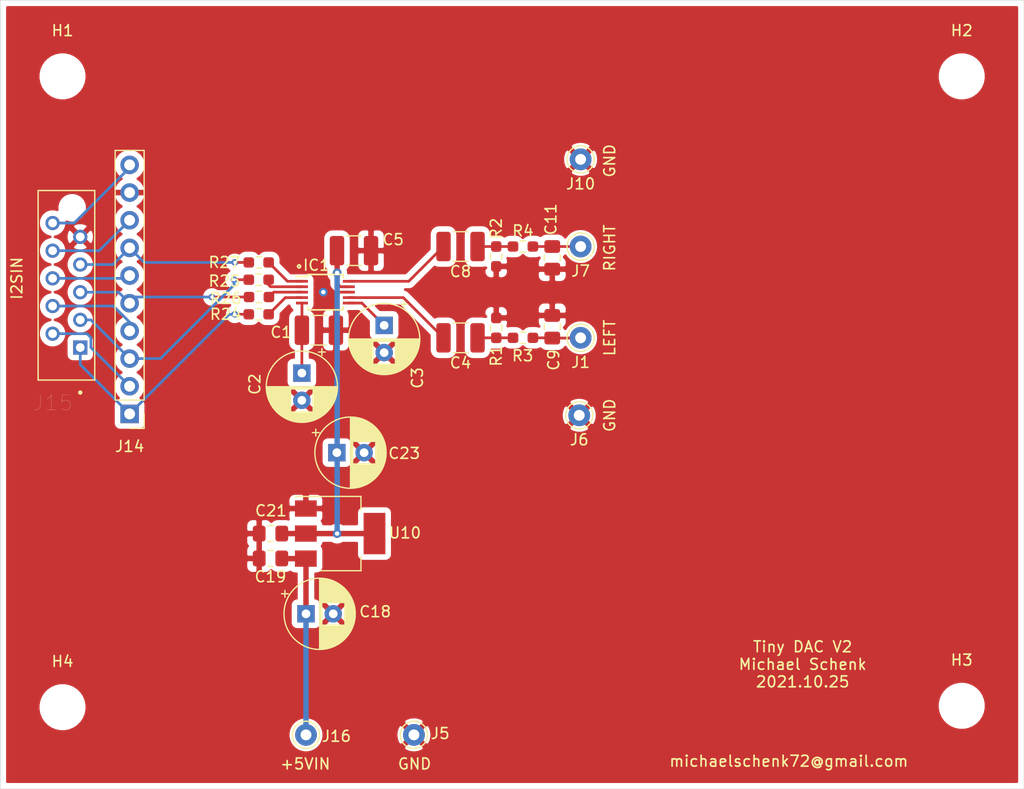
<source format=kicad_pcb>
(kicad_pcb (version 20171130) (host pcbnew 5.1.10-88a1d61d58~88~ubuntu16.04.1)

  (general
    (thickness 1.6)
    (drawings 14)
    (tracks 85)
    (zones 0)
    (modules 34)
    (nets 25)
  )

  (page A4)
  (layers
    (0 F.Cu mixed hide)
    (31 B.Cu mixed hide)
    (32 B.Adhes user)
    (33 F.Adhes user)
    (34 B.Paste user)
    (35 F.Paste user)
    (36 B.SilkS user)
    (37 F.SilkS user)
    (38 B.Mask user)
    (39 F.Mask user)
    (40 Dwgs.User user)
    (41 Cmts.User user)
    (42 Eco1.User user)
    (43 Eco2.User user)
    (44 Edge.Cuts user)
    (45 Margin user)
    (46 B.CrtYd user)
    (47 F.CrtYd user)
    (48 B.Fab user)
    (49 F.Fab user)
  )

  (setup
    (last_trace_width 0.25)
    (user_trace_width 0.5)
    (trace_clearance 0.2)
    (zone_clearance 0.508)
    (zone_45_only no)
    (trace_min 0.2)
    (via_size 0.8)
    (via_drill 0.4)
    (via_min_size 0.4)
    (via_min_drill 0.2)
    (user_via 0.4 0.2)
    (user_via 0.6 0.3)
    (uvia_size 0.3)
    (uvia_drill 0.1)
    (uvias_allowed no)
    (uvia_min_size 0.2)
    (uvia_min_drill 0.1)
    (edge_width 0.05)
    (segment_width 0.2)
    (pcb_text_width 0.3)
    (pcb_text_size 1.5 1.5)
    (mod_edge_width 0.12)
    (mod_text_size 1 1)
    (mod_text_width 0.15)
    (pad_size 1.524 1.524)
    (pad_drill 0.762)
    (pad_to_mask_clearance 0)
    (aux_axis_origin 0 0)
    (visible_elements FFFFFF7F)
    (pcbplotparams
      (layerselection 0x010f0_ffffffff)
      (usegerberextensions false)
      (usegerberattributes false)
      (usegerberadvancedattributes false)
      (creategerberjobfile false)
      (excludeedgelayer true)
      (linewidth 0.100000)
      (plotframeref false)
      (viasonmask false)
      (mode 1)
      (useauxorigin false)
      (hpglpennumber 1)
      (hpglpenspeed 20)
      (hpglpendiameter 15.000000)
      (psnegative false)
      (psa4output false)
      (plotreference true)
      (plotvalue false)
      (plotinvisibletext false)
      (padsonsilk true)
      (subtractmaskfromsilk false)
      (outputformat 1)
      (mirror false)
      (drillshape 0)
      (scaleselection 1)
      (outputdirectory "gerber/"))
  )

  (net 0 "")
  (net 1 "Net-(C1-Pad2)")
  (net 2 GND)
  (net 3 +3V3)
  (net 4 BCKA)
  (net 5 LRCKA)
  (net 6 SDOUTA)
  (net 7 "Net-(C4-Pad1)")
  (net 8 "Net-(C9-Pad2)")
  (net 9 "Net-(C3-Pad1)")
  (net 10 "Net-(C4-Pad2)")
  (net 11 "Net-(C8-Pad2)")
  (net 12 "Net-(C8-Pad1)")
  (net 13 "Net-(C11-Pad2)")
  (net 14 MCLK)
  (net 15 "Net-(J14-Pad6)")
  (net 16 "Net-(J14-Pad5)")
  (net 17 "Net-(J14-Pad4)")
  (net 18 "Net-(J14-Pad3)")
  (net 19 "Net-(J14-Pad2)")
  (net 20 "Net-(J14-Pad1)")
  (net 21 "Net-(C18-Pad1)")
  (net 22 "Net-(J14-Pad10)")
  (net 23 "Net-(J14-Pad8)")
  (net 24 "Net-(J14-Pad7)")

  (net_class Default "This is the default net class."
    (clearance 0.2)
    (trace_width 0.25)
    (via_dia 0.8)
    (via_drill 0.4)
    (uvia_dia 0.3)
    (uvia_drill 0.1)
    (add_net +3V3)
    (add_net BCKA)
    (add_net GND)
    (add_net LRCKA)
    (add_net MCLK)
    (add_net "Net-(C1-Pad2)")
    (add_net "Net-(C11-Pad2)")
    (add_net "Net-(C18-Pad1)")
    (add_net "Net-(C3-Pad1)")
    (add_net "Net-(C4-Pad1)")
    (add_net "Net-(C4-Pad2)")
    (add_net "Net-(C8-Pad1)")
    (add_net "Net-(C8-Pad2)")
    (add_net "Net-(C9-Pad2)")
    (add_net "Net-(J14-Pad1)")
    (add_net "Net-(J14-Pad10)")
    (add_net "Net-(J14-Pad2)")
    (add_net "Net-(J14-Pad3)")
    (add_net "Net-(J14-Pad4)")
    (add_net "Net-(J14-Pad5)")
    (add_net "Net-(J14-Pad6)")
    (add_net "Net-(J14-Pad7)")
    (add_net "Net-(J14-Pad8)")
    (add_net SDOUTA)
  )

  (module Capacitor_THT:CP_Radial_D6.3mm_P2.50mm (layer F.Cu) (tedit 5AE50EF0) (tstamp 605A5DEF)
    (at 143.1925 84.455 270)
    (descr "CP, Radial series, Radial, pin pitch=2.50mm, , diameter=6.3mm, Electrolytic Capacitor")
    (tags "CP Radial series Radial pin pitch 2.50mm  diameter 6.3mm Electrolytic Capacitor")
    (path /607CE0C3)
    (fp_text reference C3 (at 4.826 -3.048 90) (layer F.SilkS)
      (effects (font (size 1 1) (thickness 0.15)))
    )
    (fp_text value 10uF (at 1.25 4.4 90) (layer F.Fab)
      (effects (font (size 1 1) (thickness 0.15)))
    )
    (fp_line (start -1.935241 -2.154) (end -1.935241 -1.524) (layer F.SilkS) (width 0.12))
    (fp_line (start -2.250241 -1.839) (end -1.620241 -1.839) (layer F.SilkS) (width 0.12))
    (fp_line (start 4.491 -0.402) (end 4.491 0.402) (layer F.SilkS) (width 0.12))
    (fp_line (start 4.451 -0.633) (end 4.451 0.633) (layer F.SilkS) (width 0.12))
    (fp_line (start 4.411 -0.802) (end 4.411 0.802) (layer F.SilkS) (width 0.12))
    (fp_line (start 4.371 -0.94) (end 4.371 0.94) (layer F.SilkS) (width 0.12))
    (fp_line (start 4.331 -1.059) (end 4.331 1.059) (layer F.SilkS) (width 0.12))
    (fp_line (start 4.291 -1.165) (end 4.291 1.165) (layer F.SilkS) (width 0.12))
    (fp_line (start 4.251 -1.262) (end 4.251 1.262) (layer F.SilkS) (width 0.12))
    (fp_line (start 4.211 -1.35) (end 4.211 1.35) (layer F.SilkS) (width 0.12))
    (fp_line (start 4.171 -1.432) (end 4.171 1.432) (layer F.SilkS) (width 0.12))
    (fp_line (start 4.131 -1.509) (end 4.131 1.509) (layer F.SilkS) (width 0.12))
    (fp_line (start 4.091 -1.581) (end 4.091 1.581) (layer F.SilkS) (width 0.12))
    (fp_line (start 4.051 -1.65) (end 4.051 1.65) (layer F.SilkS) (width 0.12))
    (fp_line (start 4.011 -1.714) (end 4.011 1.714) (layer F.SilkS) (width 0.12))
    (fp_line (start 3.971 -1.776) (end 3.971 1.776) (layer F.SilkS) (width 0.12))
    (fp_line (start 3.931 -1.834) (end 3.931 1.834) (layer F.SilkS) (width 0.12))
    (fp_line (start 3.891 -1.89) (end 3.891 1.89) (layer F.SilkS) (width 0.12))
    (fp_line (start 3.851 -1.944) (end 3.851 1.944) (layer F.SilkS) (width 0.12))
    (fp_line (start 3.811 -1.995) (end 3.811 1.995) (layer F.SilkS) (width 0.12))
    (fp_line (start 3.771 -2.044) (end 3.771 2.044) (layer F.SilkS) (width 0.12))
    (fp_line (start 3.731 -2.092) (end 3.731 2.092) (layer F.SilkS) (width 0.12))
    (fp_line (start 3.691 -2.137) (end 3.691 2.137) (layer F.SilkS) (width 0.12))
    (fp_line (start 3.651 -2.182) (end 3.651 2.182) (layer F.SilkS) (width 0.12))
    (fp_line (start 3.611 -2.224) (end 3.611 2.224) (layer F.SilkS) (width 0.12))
    (fp_line (start 3.571 -2.265) (end 3.571 2.265) (layer F.SilkS) (width 0.12))
    (fp_line (start 3.531 1.04) (end 3.531 2.305) (layer F.SilkS) (width 0.12))
    (fp_line (start 3.531 -2.305) (end 3.531 -1.04) (layer F.SilkS) (width 0.12))
    (fp_line (start 3.491 1.04) (end 3.491 2.343) (layer F.SilkS) (width 0.12))
    (fp_line (start 3.491 -2.343) (end 3.491 -1.04) (layer F.SilkS) (width 0.12))
    (fp_line (start 3.451 1.04) (end 3.451 2.38) (layer F.SilkS) (width 0.12))
    (fp_line (start 3.451 -2.38) (end 3.451 -1.04) (layer F.SilkS) (width 0.12))
    (fp_line (start 3.411 1.04) (end 3.411 2.416) (layer F.SilkS) (width 0.12))
    (fp_line (start 3.411 -2.416) (end 3.411 -1.04) (layer F.SilkS) (width 0.12))
    (fp_line (start 3.371 1.04) (end 3.371 2.45) (layer F.SilkS) (width 0.12))
    (fp_line (start 3.371 -2.45) (end 3.371 -1.04) (layer F.SilkS) (width 0.12))
    (fp_line (start 3.331 1.04) (end 3.331 2.484) (layer F.SilkS) (width 0.12))
    (fp_line (start 3.331 -2.484) (end 3.331 -1.04) (layer F.SilkS) (width 0.12))
    (fp_line (start 3.291 1.04) (end 3.291 2.516) (layer F.SilkS) (width 0.12))
    (fp_line (start 3.291 -2.516) (end 3.291 -1.04) (layer F.SilkS) (width 0.12))
    (fp_line (start 3.251 1.04) (end 3.251 2.548) (layer F.SilkS) (width 0.12))
    (fp_line (start 3.251 -2.548) (end 3.251 -1.04) (layer F.SilkS) (width 0.12))
    (fp_line (start 3.211 1.04) (end 3.211 2.578) (layer F.SilkS) (width 0.12))
    (fp_line (start 3.211 -2.578) (end 3.211 -1.04) (layer F.SilkS) (width 0.12))
    (fp_line (start 3.171 1.04) (end 3.171 2.607) (layer F.SilkS) (width 0.12))
    (fp_line (start 3.171 -2.607) (end 3.171 -1.04) (layer F.SilkS) (width 0.12))
    (fp_line (start 3.131 1.04) (end 3.131 2.636) (layer F.SilkS) (width 0.12))
    (fp_line (start 3.131 -2.636) (end 3.131 -1.04) (layer F.SilkS) (width 0.12))
    (fp_line (start 3.091 1.04) (end 3.091 2.664) (layer F.SilkS) (width 0.12))
    (fp_line (start 3.091 -2.664) (end 3.091 -1.04) (layer F.SilkS) (width 0.12))
    (fp_line (start 3.051 1.04) (end 3.051 2.69) (layer F.SilkS) (width 0.12))
    (fp_line (start 3.051 -2.69) (end 3.051 -1.04) (layer F.SilkS) (width 0.12))
    (fp_line (start 3.011 1.04) (end 3.011 2.716) (layer F.SilkS) (width 0.12))
    (fp_line (start 3.011 -2.716) (end 3.011 -1.04) (layer F.SilkS) (width 0.12))
    (fp_line (start 2.971 1.04) (end 2.971 2.742) (layer F.SilkS) (width 0.12))
    (fp_line (start 2.971 -2.742) (end 2.971 -1.04) (layer F.SilkS) (width 0.12))
    (fp_line (start 2.931 1.04) (end 2.931 2.766) (layer F.SilkS) (width 0.12))
    (fp_line (start 2.931 -2.766) (end 2.931 -1.04) (layer F.SilkS) (width 0.12))
    (fp_line (start 2.891 1.04) (end 2.891 2.79) (layer F.SilkS) (width 0.12))
    (fp_line (start 2.891 -2.79) (end 2.891 -1.04) (layer F.SilkS) (width 0.12))
    (fp_line (start 2.851 1.04) (end 2.851 2.812) (layer F.SilkS) (width 0.12))
    (fp_line (start 2.851 -2.812) (end 2.851 -1.04) (layer F.SilkS) (width 0.12))
    (fp_line (start 2.811 1.04) (end 2.811 2.834) (layer F.SilkS) (width 0.12))
    (fp_line (start 2.811 -2.834) (end 2.811 -1.04) (layer F.SilkS) (width 0.12))
    (fp_line (start 2.771 1.04) (end 2.771 2.856) (layer F.SilkS) (width 0.12))
    (fp_line (start 2.771 -2.856) (end 2.771 -1.04) (layer F.SilkS) (width 0.12))
    (fp_line (start 2.731 1.04) (end 2.731 2.876) (layer F.SilkS) (width 0.12))
    (fp_line (start 2.731 -2.876) (end 2.731 -1.04) (layer F.SilkS) (width 0.12))
    (fp_line (start 2.691 1.04) (end 2.691 2.896) (layer F.SilkS) (width 0.12))
    (fp_line (start 2.691 -2.896) (end 2.691 -1.04) (layer F.SilkS) (width 0.12))
    (fp_line (start 2.651 1.04) (end 2.651 2.916) (layer F.SilkS) (width 0.12))
    (fp_line (start 2.651 -2.916) (end 2.651 -1.04) (layer F.SilkS) (width 0.12))
    (fp_line (start 2.611 1.04) (end 2.611 2.934) (layer F.SilkS) (width 0.12))
    (fp_line (start 2.611 -2.934) (end 2.611 -1.04) (layer F.SilkS) (width 0.12))
    (fp_line (start 2.571 1.04) (end 2.571 2.952) (layer F.SilkS) (width 0.12))
    (fp_line (start 2.571 -2.952) (end 2.571 -1.04) (layer F.SilkS) (width 0.12))
    (fp_line (start 2.531 1.04) (end 2.531 2.97) (layer F.SilkS) (width 0.12))
    (fp_line (start 2.531 -2.97) (end 2.531 -1.04) (layer F.SilkS) (width 0.12))
    (fp_line (start 2.491 1.04) (end 2.491 2.986) (layer F.SilkS) (width 0.12))
    (fp_line (start 2.491 -2.986) (end 2.491 -1.04) (layer F.SilkS) (width 0.12))
    (fp_line (start 2.451 1.04) (end 2.451 3.002) (layer F.SilkS) (width 0.12))
    (fp_line (start 2.451 -3.002) (end 2.451 -1.04) (layer F.SilkS) (width 0.12))
    (fp_line (start 2.411 1.04) (end 2.411 3.018) (layer F.SilkS) (width 0.12))
    (fp_line (start 2.411 -3.018) (end 2.411 -1.04) (layer F.SilkS) (width 0.12))
    (fp_line (start 2.371 1.04) (end 2.371 3.033) (layer F.SilkS) (width 0.12))
    (fp_line (start 2.371 -3.033) (end 2.371 -1.04) (layer F.SilkS) (width 0.12))
    (fp_line (start 2.331 1.04) (end 2.331 3.047) (layer F.SilkS) (width 0.12))
    (fp_line (start 2.331 -3.047) (end 2.331 -1.04) (layer F.SilkS) (width 0.12))
    (fp_line (start 2.291 1.04) (end 2.291 3.061) (layer F.SilkS) (width 0.12))
    (fp_line (start 2.291 -3.061) (end 2.291 -1.04) (layer F.SilkS) (width 0.12))
    (fp_line (start 2.251 1.04) (end 2.251 3.074) (layer F.SilkS) (width 0.12))
    (fp_line (start 2.251 -3.074) (end 2.251 -1.04) (layer F.SilkS) (width 0.12))
    (fp_line (start 2.211 1.04) (end 2.211 3.086) (layer F.SilkS) (width 0.12))
    (fp_line (start 2.211 -3.086) (end 2.211 -1.04) (layer F.SilkS) (width 0.12))
    (fp_line (start 2.171 1.04) (end 2.171 3.098) (layer F.SilkS) (width 0.12))
    (fp_line (start 2.171 -3.098) (end 2.171 -1.04) (layer F.SilkS) (width 0.12))
    (fp_line (start 2.131 1.04) (end 2.131 3.11) (layer F.SilkS) (width 0.12))
    (fp_line (start 2.131 -3.11) (end 2.131 -1.04) (layer F.SilkS) (width 0.12))
    (fp_line (start 2.091 1.04) (end 2.091 3.121) (layer F.SilkS) (width 0.12))
    (fp_line (start 2.091 -3.121) (end 2.091 -1.04) (layer F.SilkS) (width 0.12))
    (fp_line (start 2.051 1.04) (end 2.051 3.131) (layer F.SilkS) (width 0.12))
    (fp_line (start 2.051 -3.131) (end 2.051 -1.04) (layer F.SilkS) (width 0.12))
    (fp_line (start 2.011 1.04) (end 2.011 3.141) (layer F.SilkS) (width 0.12))
    (fp_line (start 2.011 -3.141) (end 2.011 -1.04) (layer F.SilkS) (width 0.12))
    (fp_line (start 1.971 1.04) (end 1.971 3.15) (layer F.SilkS) (width 0.12))
    (fp_line (start 1.971 -3.15) (end 1.971 -1.04) (layer F.SilkS) (width 0.12))
    (fp_line (start 1.93 1.04) (end 1.93 3.159) (layer F.SilkS) (width 0.12))
    (fp_line (start 1.93 -3.159) (end 1.93 -1.04) (layer F.SilkS) (width 0.12))
    (fp_line (start 1.89 1.04) (end 1.89 3.167) (layer F.SilkS) (width 0.12))
    (fp_line (start 1.89 -3.167) (end 1.89 -1.04) (layer F.SilkS) (width 0.12))
    (fp_line (start 1.85 1.04) (end 1.85 3.175) (layer F.SilkS) (width 0.12))
    (fp_line (start 1.85 -3.175) (end 1.85 -1.04) (layer F.SilkS) (width 0.12))
    (fp_line (start 1.81 1.04) (end 1.81 3.182) (layer F.SilkS) (width 0.12))
    (fp_line (start 1.81 -3.182) (end 1.81 -1.04) (layer F.SilkS) (width 0.12))
    (fp_line (start 1.77 1.04) (end 1.77 3.189) (layer F.SilkS) (width 0.12))
    (fp_line (start 1.77 -3.189) (end 1.77 -1.04) (layer F.SilkS) (width 0.12))
    (fp_line (start 1.73 1.04) (end 1.73 3.195) (layer F.SilkS) (width 0.12))
    (fp_line (start 1.73 -3.195) (end 1.73 -1.04) (layer F.SilkS) (width 0.12))
    (fp_line (start 1.69 1.04) (end 1.69 3.201) (layer F.SilkS) (width 0.12))
    (fp_line (start 1.69 -3.201) (end 1.69 -1.04) (layer F.SilkS) (width 0.12))
    (fp_line (start 1.65 1.04) (end 1.65 3.206) (layer F.SilkS) (width 0.12))
    (fp_line (start 1.65 -3.206) (end 1.65 -1.04) (layer F.SilkS) (width 0.12))
    (fp_line (start 1.61 1.04) (end 1.61 3.211) (layer F.SilkS) (width 0.12))
    (fp_line (start 1.61 -3.211) (end 1.61 -1.04) (layer F.SilkS) (width 0.12))
    (fp_line (start 1.57 1.04) (end 1.57 3.215) (layer F.SilkS) (width 0.12))
    (fp_line (start 1.57 -3.215) (end 1.57 -1.04) (layer F.SilkS) (width 0.12))
    (fp_line (start 1.53 1.04) (end 1.53 3.218) (layer F.SilkS) (width 0.12))
    (fp_line (start 1.53 -3.218) (end 1.53 -1.04) (layer F.SilkS) (width 0.12))
    (fp_line (start 1.49 1.04) (end 1.49 3.222) (layer F.SilkS) (width 0.12))
    (fp_line (start 1.49 -3.222) (end 1.49 -1.04) (layer F.SilkS) (width 0.12))
    (fp_line (start 1.45 -3.224) (end 1.45 3.224) (layer F.SilkS) (width 0.12))
    (fp_line (start 1.41 -3.227) (end 1.41 3.227) (layer F.SilkS) (width 0.12))
    (fp_line (start 1.37 -3.228) (end 1.37 3.228) (layer F.SilkS) (width 0.12))
    (fp_line (start 1.33 -3.23) (end 1.33 3.23) (layer F.SilkS) (width 0.12))
    (fp_line (start 1.29 -3.23) (end 1.29 3.23) (layer F.SilkS) (width 0.12))
    (fp_line (start 1.25 -3.23) (end 1.25 3.23) (layer F.SilkS) (width 0.12))
    (fp_line (start -1.128972 -1.6885) (end -1.128972 -1.0585) (layer F.Fab) (width 0.1))
    (fp_line (start -1.443972 -1.3735) (end -0.813972 -1.3735) (layer F.Fab) (width 0.1))
    (fp_circle (center 1.25 0) (end 4.65 0) (layer F.CrtYd) (width 0.05))
    (fp_circle (center 1.25 0) (end 4.52 0) (layer F.SilkS) (width 0.12))
    (fp_circle (center 1.25 0) (end 4.4 0) (layer F.Fab) (width 0.1))
    (fp_text user %R (at 1.25 0 90) (layer F.Fab)
      (effects (font (size 1 1) (thickness 0.15)))
    )
    (pad 2 thru_hole circle (at 2.5 0 270) (size 1.6 1.6) (drill 0.8) (layers *.Cu *.Mask)
      (net 2 GND))
    (pad 1 thru_hole rect (at 0 0 270) (size 1.6 1.6) (drill 0.8) (layers *.Cu *.Mask)
      (net 9 "Net-(C3-Pad1)"))
    (model ${KISYS3DMOD}/Capacitor_THT.3dshapes/CP_Radial_D6.3mm_P2.50mm.wrl
      (at (xyz 0 0 0))
      (scale (xyz 1 1 1))
      (rotate (xyz 0 0 0))
    )
  )

  (module Connector_PinHeader_2.54mm:PinHeader_1x10_P2.54mm_Vertical (layer F.Cu) (tedit 59FED5CC) (tstamp 605A63EF)
    (at 119.8245 92.583 180)
    (descr "Through hole straight pin header, 1x10, 2.54mm pitch, single row")
    (tags "Through hole pin header THT 1x10 2.54mm single row")
    (path /614B4BD6)
    (fp_text reference J14 (at 0 -2.9845) (layer F.SilkS)
      (effects (font (size 1 1) (thickness 0.15)))
    )
    (fp_text value PORTA (at 0 25.19) (layer F.Fab)
      (effects (font (size 1 1) (thickness 0.15)))
    )
    (fp_line (start 1.8 -1.8) (end -1.8 -1.8) (layer F.CrtYd) (width 0.05))
    (fp_line (start 1.8 24.65) (end 1.8 -1.8) (layer F.CrtYd) (width 0.05))
    (fp_line (start -1.8 24.65) (end 1.8 24.65) (layer F.CrtYd) (width 0.05))
    (fp_line (start -1.8 -1.8) (end -1.8 24.65) (layer F.CrtYd) (width 0.05))
    (fp_line (start -1.33 -1.33) (end 0 -1.33) (layer F.SilkS) (width 0.12))
    (fp_line (start -1.33 0) (end -1.33 -1.33) (layer F.SilkS) (width 0.12))
    (fp_line (start -1.33 1.27) (end 1.33 1.27) (layer F.SilkS) (width 0.12))
    (fp_line (start 1.33 1.27) (end 1.33 24.19) (layer F.SilkS) (width 0.12))
    (fp_line (start -1.33 1.27) (end -1.33 24.19) (layer F.SilkS) (width 0.12))
    (fp_line (start -1.33 24.19) (end 1.33 24.19) (layer F.SilkS) (width 0.12))
    (fp_line (start -1.27 -0.635) (end -0.635 -1.27) (layer F.Fab) (width 0.1))
    (fp_line (start -1.27 24.13) (end -1.27 -0.635) (layer F.Fab) (width 0.1))
    (fp_line (start 1.27 24.13) (end -1.27 24.13) (layer F.Fab) (width 0.1))
    (fp_line (start 1.27 -1.27) (end 1.27 24.13) (layer F.Fab) (width 0.1))
    (fp_line (start -0.635 -1.27) (end 1.27 -1.27) (layer F.Fab) (width 0.1))
    (fp_text user %R (at 0 11.43 90) (layer F.Fab)
      (effects (font (size 1 1) (thickness 0.15)))
    )
    (pad 10 thru_hole oval (at 0 22.86 180) (size 1.7 1.7) (drill 1) (layers *.Cu *.Mask)
      (net 22 "Net-(J14-Pad10)"))
    (pad 9 thru_hole oval (at 0 20.32 180) (size 1.7 1.7) (drill 1) (layers *.Cu *.Mask)
      (net 2 GND))
    (pad 8 thru_hole oval (at 0 17.78 180) (size 1.7 1.7) (drill 1) (layers *.Cu *.Mask)
      (net 23 "Net-(J14-Pad8)"))
    (pad 7 thru_hole oval (at 0 15.24 180) (size 1.7 1.7) (drill 1) (layers *.Cu *.Mask)
      (net 24 "Net-(J14-Pad7)"))
    (pad 6 thru_hole oval (at 0 12.7 180) (size 1.7 1.7) (drill 1) (layers *.Cu *.Mask)
      (net 15 "Net-(J14-Pad6)"))
    (pad 5 thru_hole oval (at 0 10.16 180) (size 1.7 1.7) (drill 1) (layers *.Cu *.Mask)
      (net 16 "Net-(J14-Pad5)"))
    (pad 4 thru_hole oval (at 0 7.62 180) (size 1.7 1.7) (drill 1) (layers *.Cu *.Mask)
      (net 17 "Net-(J14-Pad4)"))
    (pad 3 thru_hole oval (at 0 5.08 180) (size 1.7 1.7) (drill 1) (layers *.Cu *.Mask)
      (net 18 "Net-(J14-Pad3)"))
    (pad 2 thru_hole oval (at 0 2.54 180) (size 1.7 1.7) (drill 1) (layers *.Cu *.Mask)
      (net 19 "Net-(J14-Pad2)"))
    (pad 1 thru_hole rect (at 0 0 180) (size 1.7 1.7) (drill 1) (layers *.Cu *.Mask)
      (net 20 "Net-(J14-Pad1)"))
    (model ${KISYS3DMOD}/Connector_PinHeader_2.54mm.3dshapes/PinHeader_1x10_P2.54mm_Vertical.wrl
      (at (xyz 0 0 0))
      (scale (xyz 1 1 1))
      (rotate (xyz 0 0 0))
    )
  )

  (module Capacitor_THT:CP_Radial_D6.3mm_P2.50mm (layer F.Cu) (tedit 5AE50EF0) (tstamp 6058FEED)
    (at 138.851 96.139)
    (descr "CP, Radial series, Radial, pin pitch=2.50mm, , diameter=6.3mm, Electrolytic Capacitor")
    (tags "CP Radial series Radial pin pitch 2.50mm  diameter 6.3mm Electrolytic Capacitor")
    (path /6077EC78)
    (fp_text reference C23 (at 6.183 0.0635) (layer F.SilkS)
      (effects (font (size 1 1) (thickness 0.15)))
    )
    (fp_text value 10uF (at 1.25 4.4) (layer F.Fab)
      (effects (font (size 1 1) (thickness 0.15)))
    )
    (fp_line (start -1.935241 -2.154) (end -1.935241 -1.524) (layer F.SilkS) (width 0.12))
    (fp_line (start -2.250241 -1.839) (end -1.620241 -1.839) (layer F.SilkS) (width 0.12))
    (fp_line (start 4.491 -0.402) (end 4.491 0.402) (layer F.SilkS) (width 0.12))
    (fp_line (start 4.451 -0.633) (end 4.451 0.633) (layer F.SilkS) (width 0.12))
    (fp_line (start 4.411 -0.802) (end 4.411 0.802) (layer F.SilkS) (width 0.12))
    (fp_line (start 4.371 -0.94) (end 4.371 0.94) (layer F.SilkS) (width 0.12))
    (fp_line (start 4.331 -1.059) (end 4.331 1.059) (layer F.SilkS) (width 0.12))
    (fp_line (start 4.291 -1.165) (end 4.291 1.165) (layer F.SilkS) (width 0.12))
    (fp_line (start 4.251 -1.262) (end 4.251 1.262) (layer F.SilkS) (width 0.12))
    (fp_line (start 4.211 -1.35) (end 4.211 1.35) (layer F.SilkS) (width 0.12))
    (fp_line (start 4.171 -1.432) (end 4.171 1.432) (layer F.SilkS) (width 0.12))
    (fp_line (start 4.131 -1.509) (end 4.131 1.509) (layer F.SilkS) (width 0.12))
    (fp_line (start 4.091 -1.581) (end 4.091 1.581) (layer F.SilkS) (width 0.12))
    (fp_line (start 4.051 -1.65) (end 4.051 1.65) (layer F.SilkS) (width 0.12))
    (fp_line (start 4.011 -1.714) (end 4.011 1.714) (layer F.SilkS) (width 0.12))
    (fp_line (start 3.971 -1.776) (end 3.971 1.776) (layer F.SilkS) (width 0.12))
    (fp_line (start 3.931 -1.834) (end 3.931 1.834) (layer F.SilkS) (width 0.12))
    (fp_line (start 3.891 -1.89) (end 3.891 1.89) (layer F.SilkS) (width 0.12))
    (fp_line (start 3.851 -1.944) (end 3.851 1.944) (layer F.SilkS) (width 0.12))
    (fp_line (start 3.811 -1.995) (end 3.811 1.995) (layer F.SilkS) (width 0.12))
    (fp_line (start 3.771 -2.044) (end 3.771 2.044) (layer F.SilkS) (width 0.12))
    (fp_line (start 3.731 -2.092) (end 3.731 2.092) (layer F.SilkS) (width 0.12))
    (fp_line (start 3.691 -2.137) (end 3.691 2.137) (layer F.SilkS) (width 0.12))
    (fp_line (start 3.651 -2.182) (end 3.651 2.182) (layer F.SilkS) (width 0.12))
    (fp_line (start 3.611 -2.224) (end 3.611 2.224) (layer F.SilkS) (width 0.12))
    (fp_line (start 3.571 -2.265) (end 3.571 2.265) (layer F.SilkS) (width 0.12))
    (fp_line (start 3.531 1.04) (end 3.531 2.305) (layer F.SilkS) (width 0.12))
    (fp_line (start 3.531 -2.305) (end 3.531 -1.04) (layer F.SilkS) (width 0.12))
    (fp_line (start 3.491 1.04) (end 3.491 2.343) (layer F.SilkS) (width 0.12))
    (fp_line (start 3.491 -2.343) (end 3.491 -1.04) (layer F.SilkS) (width 0.12))
    (fp_line (start 3.451 1.04) (end 3.451 2.38) (layer F.SilkS) (width 0.12))
    (fp_line (start 3.451 -2.38) (end 3.451 -1.04) (layer F.SilkS) (width 0.12))
    (fp_line (start 3.411 1.04) (end 3.411 2.416) (layer F.SilkS) (width 0.12))
    (fp_line (start 3.411 -2.416) (end 3.411 -1.04) (layer F.SilkS) (width 0.12))
    (fp_line (start 3.371 1.04) (end 3.371 2.45) (layer F.SilkS) (width 0.12))
    (fp_line (start 3.371 -2.45) (end 3.371 -1.04) (layer F.SilkS) (width 0.12))
    (fp_line (start 3.331 1.04) (end 3.331 2.484) (layer F.SilkS) (width 0.12))
    (fp_line (start 3.331 -2.484) (end 3.331 -1.04) (layer F.SilkS) (width 0.12))
    (fp_line (start 3.291 1.04) (end 3.291 2.516) (layer F.SilkS) (width 0.12))
    (fp_line (start 3.291 -2.516) (end 3.291 -1.04) (layer F.SilkS) (width 0.12))
    (fp_line (start 3.251 1.04) (end 3.251 2.548) (layer F.SilkS) (width 0.12))
    (fp_line (start 3.251 -2.548) (end 3.251 -1.04) (layer F.SilkS) (width 0.12))
    (fp_line (start 3.211 1.04) (end 3.211 2.578) (layer F.SilkS) (width 0.12))
    (fp_line (start 3.211 -2.578) (end 3.211 -1.04) (layer F.SilkS) (width 0.12))
    (fp_line (start 3.171 1.04) (end 3.171 2.607) (layer F.SilkS) (width 0.12))
    (fp_line (start 3.171 -2.607) (end 3.171 -1.04) (layer F.SilkS) (width 0.12))
    (fp_line (start 3.131 1.04) (end 3.131 2.636) (layer F.SilkS) (width 0.12))
    (fp_line (start 3.131 -2.636) (end 3.131 -1.04) (layer F.SilkS) (width 0.12))
    (fp_line (start 3.091 1.04) (end 3.091 2.664) (layer F.SilkS) (width 0.12))
    (fp_line (start 3.091 -2.664) (end 3.091 -1.04) (layer F.SilkS) (width 0.12))
    (fp_line (start 3.051 1.04) (end 3.051 2.69) (layer F.SilkS) (width 0.12))
    (fp_line (start 3.051 -2.69) (end 3.051 -1.04) (layer F.SilkS) (width 0.12))
    (fp_line (start 3.011 1.04) (end 3.011 2.716) (layer F.SilkS) (width 0.12))
    (fp_line (start 3.011 -2.716) (end 3.011 -1.04) (layer F.SilkS) (width 0.12))
    (fp_line (start 2.971 1.04) (end 2.971 2.742) (layer F.SilkS) (width 0.12))
    (fp_line (start 2.971 -2.742) (end 2.971 -1.04) (layer F.SilkS) (width 0.12))
    (fp_line (start 2.931 1.04) (end 2.931 2.766) (layer F.SilkS) (width 0.12))
    (fp_line (start 2.931 -2.766) (end 2.931 -1.04) (layer F.SilkS) (width 0.12))
    (fp_line (start 2.891 1.04) (end 2.891 2.79) (layer F.SilkS) (width 0.12))
    (fp_line (start 2.891 -2.79) (end 2.891 -1.04) (layer F.SilkS) (width 0.12))
    (fp_line (start 2.851 1.04) (end 2.851 2.812) (layer F.SilkS) (width 0.12))
    (fp_line (start 2.851 -2.812) (end 2.851 -1.04) (layer F.SilkS) (width 0.12))
    (fp_line (start 2.811 1.04) (end 2.811 2.834) (layer F.SilkS) (width 0.12))
    (fp_line (start 2.811 -2.834) (end 2.811 -1.04) (layer F.SilkS) (width 0.12))
    (fp_line (start 2.771 1.04) (end 2.771 2.856) (layer F.SilkS) (width 0.12))
    (fp_line (start 2.771 -2.856) (end 2.771 -1.04) (layer F.SilkS) (width 0.12))
    (fp_line (start 2.731 1.04) (end 2.731 2.876) (layer F.SilkS) (width 0.12))
    (fp_line (start 2.731 -2.876) (end 2.731 -1.04) (layer F.SilkS) (width 0.12))
    (fp_line (start 2.691 1.04) (end 2.691 2.896) (layer F.SilkS) (width 0.12))
    (fp_line (start 2.691 -2.896) (end 2.691 -1.04) (layer F.SilkS) (width 0.12))
    (fp_line (start 2.651 1.04) (end 2.651 2.916) (layer F.SilkS) (width 0.12))
    (fp_line (start 2.651 -2.916) (end 2.651 -1.04) (layer F.SilkS) (width 0.12))
    (fp_line (start 2.611 1.04) (end 2.611 2.934) (layer F.SilkS) (width 0.12))
    (fp_line (start 2.611 -2.934) (end 2.611 -1.04) (layer F.SilkS) (width 0.12))
    (fp_line (start 2.571 1.04) (end 2.571 2.952) (layer F.SilkS) (width 0.12))
    (fp_line (start 2.571 -2.952) (end 2.571 -1.04) (layer F.SilkS) (width 0.12))
    (fp_line (start 2.531 1.04) (end 2.531 2.97) (layer F.SilkS) (width 0.12))
    (fp_line (start 2.531 -2.97) (end 2.531 -1.04) (layer F.SilkS) (width 0.12))
    (fp_line (start 2.491 1.04) (end 2.491 2.986) (layer F.SilkS) (width 0.12))
    (fp_line (start 2.491 -2.986) (end 2.491 -1.04) (layer F.SilkS) (width 0.12))
    (fp_line (start 2.451 1.04) (end 2.451 3.002) (layer F.SilkS) (width 0.12))
    (fp_line (start 2.451 -3.002) (end 2.451 -1.04) (layer F.SilkS) (width 0.12))
    (fp_line (start 2.411 1.04) (end 2.411 3.018) (layer F.SilkS) (width 0.12))
    (fp_line (start 2.411 -3.018) (end 2.411 -1.04) (layer F.SilkS) (width 0.12))
    (fp_line (start 2.371 1.04) (end 2.371 3.033) (layer F.SilkS) (width 0.12))
    (fp_line (start 2.371 -3.033) (end 2.371 -1.04) (layer F.SilkS) (width 0.12))
    (fp_line (start 2.331 1.04) (end 2.331 3.047) (layer F.SilkS) (width 0.12))
    (fp_line (start 2.331 -3.047) (end 2.331 -1.04) (layer F.SilkS) (width 0.12))
    (fp_line (start 2.291 1.04) (end 2.291 3.061) (layer F.SilkS) (width 0.12))
    (fp_line (start 2.291 -3.061) (end 2.291 -1.04) (layer F.SilkS) (width 0.12))
    (fp_line (start 2.251 1.04) (end 2.251 3.074) (layer F.SilkS) (width 0.12))
    (fp_line (start 2.251 -3.074) (end 2.251 -1.04) (layer F.SilkS) (width 0.12))
    (fp_line (start 2.211 1.04) (end 2.211 3.086) (layer F.SilkS) (width 0.12))
    (fp_line (start 2.211 -3.086) (end 2.211 -1.04) (layer F.SilkS) (width 0.12))
    (fp_line (start 2.171 1.04) (end 2.171 3.098) (layer F.SilkS) (width 0.12))
    (fp_line (start 2.171 -3.098) (end 2.171 -1.04) (layer F.SilkS) (width 0.12))
    (fp_line (start 2.131 1.04) (end 2.131 3.11) (layer F.SilkS) (width 0.12))
    (fp_line (start 2.131 -3.11) (end 2.131 -1.04) (layer F.SilkS) (width 0.12))
    (fp_line (start 2.091 1.04) (end 2.091 3.121) (layer F.SilkS) (width 0.12))
    (fp_line (start 2.091 -3.121) (end 2.091 -1.04) (layer F.SilkS) (width 0.12))
    (fp_line (start 2.051 1.04) (end 2.051 3.131) (layer F.SilkS) (width 0.12))
    (fp_line (start 2.051 -3.131) (end 2.051 -1.04) (layer F.SilkS) (width 0.12))
    (fp_line (start 2.011 1.04) (end 2.011 3.141) (layer F.SilkS) (width 0.12))
    (fp_line (start 2.011 -3.141) (end 2.011 -1.04) (layer F.SilkS) (width 0.12))
    (fp_line (start 1.971 1.04) (end 1.971 3.15) (layer F.SilkS) (width 0.12))
    (fp_line (start 1.971 -3.15) (end 1.971 -1.04) (layer F.SilkS) (width 0.12))
    (fp_line (start 1.93 1.04) (end 1.93 3.159) (layer F.SilkS) (width 0.12))
    (fp_line (start 1.93 -3.159) (end 1.93 -1.04) (layer F.SilkS) (width 0.12))
    (fp_line (start 1.89 1.04) (end 1.89 3.167) (layer F.SilkS) (width 0.12))
    (fp_line (start 1.89 -3.167) (end 1.89 -1.04) (layer F.SilkS) (width 0.12))
    (fp_line (start 1.85 1.04) (end 1.85 3.175) (layer F.SilkS) (width 0.12))
    (fp_line (start 1.85 -3.175) (end 1.85 -1.04) (layer F.SilkS) (width 0.12))
    (fp_line (start 1.81 1.04) (end 1.81 3.182) (layer F.SilkS) (width 0.12))
    (fp_line (start 1.81 -3.182) (end 1.81 -1.04) (layer F.SilkS) (width 0.12))
    (fp_line (start 1.77 1.04) (end 1.77 3.189) (layer F.SilkS) (width 0.12))
    (fp_line (start 1.77 -3.189) (end 1.77 -1.04) (layer F.SilkS) (width 0.12))
    (fp_line (start 1.73 1.04) (end 1.73 3.195) (layer F.SilkS) (width 0.12))
    (fp_line (start 1.73 -3.195) (end 1.73 -1.04) (layer F.SilkS) (width 0.12))
    (fp_line (start 1.69 1.04) (end 1.69 3.201) (layer F.SilkS) (width 0.12))
    (fp_line (start 1.69 -3.201) (end 1.69 -1.04) (layer F.SilkS) (width 0.12))
    (fp_line (start 1.65 1.04) (end 1.65 3.206) (layer F.SilkS) (width 0.12))
    (fp_line (start 1.65 -3.206) (end 1.65 -1.04) (layer F.SilkS) (width 0.12))
    (fp_line (start 1.61 1.04) (end 1.61 3.211) (layer F.SilkS) (width 0.12))
    (fp_line (start 1.61 -3.211) (end 1.61 -1.04) (layer F.SilkS) (width 0.12))
    (fp_line (start 1.57 1.04) (end 1.57 3.215) (layer F.SilkS) (width 0.12))
    (fp_line (start 1.57 -3.215) (end 1.57 -1.04) (layer F.SilkS) (width 0.12))
    (fp_line (start 1.53 1.04) (end 1.53 3.218) (layer F.SilkS) (width 0.12))
    (fp_line (start 1.53 -3.218) (end 1.53 -1.04) (layer F.SilkS) (width 0.12))
    (fp_line (start 1.49 1.04) (end 1.49 3.222) (layer F.SilkS) (width 0.12))
    (fp_line (start 1.49 -3.222) (end 1.49 -1.04) (layer F.SilkS) (width 0.12))
    (fp_line (start 1.45 -3.224) (end 1.45 3.224) (layer F.SilkS) (width 0.12))
    (fp_line (start 1.41 -3.227) (end 1.41 3.227) (layer F.SilkS) (width 0.12))
    (fp_line (start 1.37 -3.228) (end 1.37 3.228) (layer F.SilkS) (width 0.12))
    (fp_line (start 1.33 -3.23) (end 1.33 3.23) (layer F.SilkS) (width 0.12))
    (fp_line (start 1.29 -3.23) (end 1.29 3.23) (layer F.SilkS) (width 0.12))
    (fp_line (start 1.25 -3.23) (end 1.25 3.23) (layer F.SilkS) (width 0.12))
    (fp_line (start -1.128972 -1.6885) (end -1.128972 -1.0585) (layer F.Fab) (width 0.1))
    (fp_line (start -1.443972 -1.3735) (end -0.813972 -1.3735) (layer F.Fab) (width 0.1))
    (fp_circle (center 1.25 0) (end 4.65 0) (layer F.CrtYd) (width 0.05))
    (fp_circle (center 1.25 0) (end 4.52 0) (layer F.SilkS) (width 0.12))
    (fp_circle (center 1.25 0) (end 4.4 0) (layer F.Fab) (width 0.1))
    (fp_text user %R (at 1.25 0) (layer F.Fab)
      (effects (font (size 1 1) (thickness 0.15)))
    )
    (pad 2 thru_hole circle (at 2.5 0) (size 1.6 1.6) (drill 0.8) (layers *.Cu *.Mask)
      (net 2 GND))
    (pad 1 thru_hole rect (at 0 0) (size 1.6 1.6) (drill 0.8) (layers *.Cu *.Mask)
      (net 3 +3V3))
    (model ${KISYS3DMOD}/Capacitor_THT.3dshapes/CP_Radial_D6.3mm_P2.50mm.wrl
      (at (xyz 0 0 0))
      (scale (xyz 1 1 1))
      (rotate (xyz 0 0 0))
    )
  )

  (module Capacitor_THT:CP_Radial_D6.3mm_P2.50mm (layer F.Cu) (tedit 5AE50EF0) (tstamp 6058F767)
    (at 136.017 110.9345)
    (descr "CP, Radial series, Radial, pin pitch=2.50mm, , diameter=6.3mm, Electrolytic Capacitor")
    (tags "CP Radial series Radial pin pitch 2.50mm  diameter 6.3mm Electrolytic Capacitor")
    (path /6077AE0B)
    (fp_text reference C18 (at 6.35 -0.1905) (layer F.SilkS)
      (effects (font (size 1 1) (thickness 0.15)))
    )
    (fp_text value 100uF (at 1.25 4.4) (layer F.Fab)
      (effects (font (size 1 1) (thickness 0.15)))
    )
    (fp_line (start -1.935241 -2.154) (end -1.935241 -1.524) (layer F.SilkS) (width 0.12))
    (fp_line (start -2.250241 -1.839) (end -1.620241 -1.839) (layer F.SilkS) (width 0.12))
    (fp_line (start 4.491 -0.402) (end 4.491 0.402) (layer F.SilkS) (width 0.12))
    (fp_line (start 4.451 -0.633) (end 4.451 0.633) (layer F.SilkS) (width 0.12))
    (fp_line (start 4.411 -0.802) (end 4.411 0.802) (layer F.SilkS) (width 0.12))
    (fp_line (start 4.371 -0.94) (end 4.371 0.94) (layer F.SilkS) (width 0.12))
    (fp_line (start 4.331 -1.059) (end 4.331 1.059) (layer F.SilkS) (width 0.12))
    (fp_line (start 4.291 -1.165) (end 4.291 1.165) (layer F.SilkS) (width 0.12))
    (fp_line (start 4.251 -1.262) (end 4.251 1.262) (layer F.SilkS) (width 0.12))
    (fp_line (start 4.211 -1.35) (end 4.211 1.35) (layer F.SilkS) (width 0.12))
    (fp_line (start 4.171 -1.432) (end 4.171 1.432) (layer F.SilkS) (width 0.12))
    (fp_line (start 4.131 -1.509) (end 4.131 1.509) (layer F.SilkS) (width 0.12))
    (fp_line (start 4.091 -1.581) (end 4.091 1.581) (layer F.SilkS) (width 0.12))
    (fp_line (start 4.051 -1.65) (end 4.051 1.65) (layer F.SilkS) (width 0.12))
    (fp_line (start 4.011 -1.714) (end 4.011 1.714) (layer F.SilkS) (width 0.12))
    (fp_line (start 3.971 -1.776) (end 3.971 1.776) (layer F.SilkS) (width 0.12))
    (fp_line (start 3.931 -1.834) (end 3.931 1.834) (layer F.SilkS) (width 0.12))
    (fp_line (start 3.891 -1.89) (end 3.891 1.89) (layer F.SilkS) (width 0.12))
    (fp_line (start 3.851 -1.944) (end 3.851 1.944) (layer F.SilkS) (width 0.12))
    (fp_line (start 3.811 -1.995) (end 3.811 1.995) (layer F.SilkS) (width 0.12))
    (fp_line (start 3.771 -2.044) (end 3.771 2.044) (layer F.SilkS) (width 0.12))
    (fp_line (start 3.731 -2.092) (end 3.731 2.092) (layer F.SilkS) (width 0.12))
    (fp_line (start 3.691 -2.137) (end 3.691 2.137) (layer F.SilkS) (width 0.12))
    (fp_line (start 3.651 -2.182) (end 3.651 2.182) (layer F.SilkS) (width 0.12))
    (fp_line (start 3.611 -2.224) (end 3.611 2.224) (layer F.SilkS) (width 0.12))
    (fp_line (start 3.571 -2.265) (end 3.571 2.265) (layer F.SilkS) (width 0.12))
    (fp_line (start 3.531 1.04) (end 3.531 2.305) (layer F.SilkS) (width 0.12))
    (fp_line (start 3.531 -2.305) (end 3.531 -1.04) (layer F.SilkS) (width 0.12))
    (fp_line (start 3.491 1.04) (end 3.491 2.343) (layer F.SilkS) (width 0.12))
    (fp_line (start 3.491 -2.343) (end 3.491 -1.04) (layer F.SilkS) (width 0.12))
    (fp_line (start 3.451 1.04) (end 3.451 2.38) (layer F.SilkS) (width 0.12))
    (fp_line (start 3.451 -2.38) (end 3.451 -1.04) (layer F.SilkS) (width 0.12))
    (fp_line (start 3.411 1.04) (end 3.411 2.416) (layer F.SilkS) (width 0.12))
    (fp_line (start 3.411 -2.416) (end 3.411 -1.04) (layer F.SilkS) (width 0.12))
    (fp_line (start 3.371 1.04) (end 3.371 2.45) (layer F.SilkS) (width 0.12))
    (fp_line (start 3.371 -2.45) (end 3.371 -1.04) (layer F.SilkS) (width 0.12))
    (fp_line (start 3.331 1.04) (end 3.331 2.484) (layer F.SilkS) (width 0.12))
    (fp_line (start 3.331 -2.484) (end 3.331 -1.04) (layer F.SilkS) (width 0.12))
    (fp_line (start 3.291 1.04) (end 3.291 2.516) (layer F.SilkS) (width 0.12))
    (fp_line (start 3.291 -2.516) (end 3.291 -1.04) (layer F.SilkS) (width 0.12))
    (fp_line (start 3.251 1.04) (end 3.251 2.548) (layer F.SilkS) (width 0.12))
    (fp_line (start 3.251 -2.548) (end 3.251 -1.04) (layer F.SilkS) (width 0.12))
    (fp_line (start 3.211 1.04) (end 3.211 2.578) (layer F.SilkS) (width 0.12))
    (fp_line (start 3.211 -2.578) (end 3.211 -1.04) (layer F.SilkS) (width 0.12))
    (fp_line (start 3.171 1.04) (end 3.171 2.607) (layer F.SilkS) (width 0.12))
    (fp_line (start 3.171 -2.607) (end 3.171 -1.04) (layer F.SilkS) (width 0.12))
    (fp_line (start 3.131 1.04) (end 3.131 2.636) (layer F.SilkS) (width 0.12))
    (fp_line (start 3.131 -2.636) (end 3.131 -1.04) (layer F.SilkS) (width 0.12))
    (fp_line (start 3.091 1.04) (end 3.091 2.664) (layer F.SilkS) (width 0.12))
    (fp_line (start 3.091 -2.664) (end 3.091 -1.04) (layer F.SilkS) (width 0.12))
    (fp_line (start 3.051 1.04) (end 3.051 2.69) (layer F.SilkS) (width 0.12))
    (fp_line (start 3.051 -2.69) (end 3.051 -1.04) (layer F.SilkS) (width 0.12))
    (fp_line (start 3.011 1.04) (end 3.011 2.716) (layer F.SilkS) (width 0.12))
    (fp_line (start 3.011 -2.716) (end 3.011 -1.04) (layer F.SilkS) (width 0.12))
    (fp_line (start 2.971 1.04) (end 2.971 2.742) (layer F.SilkS) (width 0.12))
    (fp_line (start 2.971 -2.742) (end 2.971 -1.04) (layer F.SilkS) (width 0.12))
    (fp_line (start 2.931 1.04) (end 2.931 2.766) (layer F.SilkS) (width 0.12))
    (fp_line (start 2.931 -2.766) (end 2.931 -1.04) (layer F.SilkS) (width 0.12))
    (fp_line (start 2.891 1.04) (end 2.891 2.79) (layer F.SilkS) (width 0.12))
    (fp_line (start 2.891 -2.79) (end 2.891 -1.04) (layer F.SilkS) (width 0.12))
    (fp_line (start 2.851 1.04) (end 2.851 2.812) (layer F.SilkS) (width 0.12))
    (fp_line (start 2.851 -2.812) (end 2.851 -1.04) (layer F.SilkS) (width 0.12))
    (fp_line (start 2.811 1.04) (end 2.811 2.834) (layer F.SilkS) (width 0.12))
    (fp_line (start 2.811 -2.834) (end 2.811 -1.04) (layer F.SilkS) (width 0.12))
    (fp_line (start 2.771 1.04) (end 2.771 2.856) (layer F.SilkS) (width 0.12))
    (fp_line (start 2.771 -2.856) (end 2.771 -1.04) (layer F.SilkS) (width 0.12))
    (fp_line (start 2.731 1.04) (end 2.731 2.876) (layer F.SilkS) (width 0.12))
    (fp_line (start 2.731 -2.876) (end 2.731 -1.04) (layer F.SilkS) (width 0.12))
    (fp_line (start 2.691 1.04) (end 2.691 2.896) (layer F.SilkS) (width 0.12))
    (fp_line (start 2.691 -2.896) (end 2.691 -1.04) (layer F.SilkS) (width 0.12))
    (fp_line (start 2.651 1.04) (end 2.651 2.916) (layer F.SilkS) (width 0.12))
    (fp_line (start 2.651 -2.916) (end 2.651 -1.04) (layer F.SilkS) (width 0.12))
    (fp_line (start 2.611 1.04) (end 2.611 2.934) (layer F.SilkS) (width 0.12))
    (fp_line (start 2.611 -2.934) (end 2.611 -1.04) (layer F.SilkS) (width 0.12))
    (fp_line (start 2.571 1.04) (end 2.571 2.952) (layer F.SilkS) (width 0.12))
    (fp_line (start 2.571 -2.952) (end 2.571 -1.04) (layer F.SilkS) (width 0.12))
    (fp_line (start 2.531 1.04) (end 2.531 2.97) (layer F.SilkS) (width 0.12))
    (fp_line (start 2.531 -2.97) (end 2.531 -1.04) (layer F.SilkS) (width 0.12))
    (fp_line (start 2.491 1.04) (end 2.491 2.986) (layer F.SilkS) (width 0.12))
    (fp_line (start 2.491 -2.986) (end 2.491 -1.04) (layer F.SilkS) (width 0.12))
    (fp_line (start 2.451 1.04) (end 2.451 3.002) (layer F.SilkS) (width 0.12))
    (fp_line (start 2.451 -3.002) (end 2.451 -1.04) (layer F.SilkS) (width 0.12))
    (fp_line (start 2.411 1.04) (end 2.411 3.018) (layer F.SilkS) (width 0.12))
    (fp_line (start 2.411 -3.018) (end 2.411 -1.04) (layer F.SilkS) (width 0.12))
    (fp_line (start 2.371 1.04) (end 2.371 3.033) (layer F.SilkS) (width 0.12))
    (fp_line (start 2.371 -3.033) (end 2.371 -1.04) (layer F.SilkS) (width 0.12))
    (fp_line (start 2.331 1.04) (end 2.331 3.047) (layer F.SilkS) (width 0.12))
    (fp_line (start 2.331 -3.047) (end 2.331 -1.04) (layer F.SilkS) (width 0.12))
    (fp_line (start 2.291 1.04) (end 2.291 3.061) (layer F.SilkS) (width 0.12))
    (fp_line (start 2.291 -3.061) (end 2.291 -1.04) (layer F.SilkS) (width 0.12))
    (fp_line (start 2.251 1.04) (end 2.251 3.074) (layer F.SilkS) (width 0.12))
    (fp_line (start 2.251 -3.074) (end 2.251 -1.04) (layer F.SilkS) (width 0.12))
    (fp_line (start 2.211 1.04) (end 2.211 3.086) (layer F.SilkS) (width 0.12))
    (fp_line (start 2.211 -3.086) (end 2.211 -1.04) (layer F.SilkS) (width 0.12))
    (fp_line (start 2.171 1.04) (end 2.171 3.098) (layer F.SilkS) (width 0.12))
    (fp_line (start 2.171 -3.098) (end 2.171 -1.04) (layer F.SilkS) (width 0.12))
    (fp_line (start 2.131 1.04) (end 2.131 3.11) (layer F.SilkS) (width 0.12))
    (fp_line (start 2.131 -3.11) (end 2.131 -1.04) (layer F.SilkS) (width 0.12))
    (fp_line (start 2.091 1.04) (end 2.091 3.121) (layer F.SilkS) (width 0.12))
    (fp_line (start 2.091 -3.121) (end 2.091 -1.04) (layer F.SilkS) (width 0.12))
    (fp_line (start 2.051 1.04) (end 2.051 3.131) (layer F.SilkS) (width 0.12))
    (fp_line (start 2.051 -3.131) (end 2.051 -1.04) (layer F.SilkS) (width 0.12))
    (fp_line (start 2.011 1.04) (end 2.011 3.141) (layer F.SilkS) (width 0.12))
    (fp_line (start 2.011 -3.141) (end 2.011 -1.04) (layer F.SilkS) (width 0.12))
    (fp_line (start 1.971 1.04) (end 1.971 3.15) (layer F.SilkS) (width 0.12))
    (fp_line (start 1.971 -3.15) (end 1.971 -1.04) (layer F.SilkS) (width 0.12))
    (fp_line (start 1.93 1.04) (end 1.93 3.159) (layer F.SilkS) (width 0.12))
    (fp_line (start 1.93 -3.159) (end 1.93 -1.04) (layer F.SilkS) (width 0.12))
    (fp_line (start 1.89 1.04) (end 1.89 3.167) (layer F.SilkS) (width 0.12))
    (fp_line (start 1.89 -3.167) (end 1.89 -1.04) (layer F.SilkS) (width 0.12))
    (fp_line (start 1.85 1.04) (end 1.85 3.175) (layer F.SilkS) (width 0.12))
    (fp_line (start 1.85 -3.175) (end 1.85 -1.04) (layer F.SilkS) (width 0.12))
    (fp_line (start 1.81 1.04) (end 1.81 3.182) (layer F.SilkS) (width 0.12))
    (fp_line (start 1.81 -3.182) (end 1.81 -1.04) (layer F.SilkS) (width 0.12))
    (fp_line (start 1.77 1.04) (end 1.77 3.189) (layer F.SilkS) (width 0.12))
    (fp_line (start 1.77 -3.189) (end 1.77 -1.04) (layer F.SilkS) (width 0.12))
    (fp_line (start 1.73 1.04) (end 1.73 3.195) (layer F.SilkS) (width 0.12))
    (fp_line (start 1.73 -3.195) (end 1.73 -1.04) (layer F.SilkS) (width 0.12))
    (fp_line (start 1.69 1.04) (end 1.69 3.201) (layer F.SilkS) (width 0.12))
    (fp_line (start 1.69 -3.201) (end 1.69 -1.04) (layer F.SilkS) (width 0.12))
    (fp_line (start 1.65 1.04) (end 1.65 3.206) (layer F.SilkS) (width 0.12))
    (fp_line (start 1.65 -3.206) (end 1.65 -1.04) (layer F.SilkS) (width 0.12))
    (fp_line (start 1.61 1.04) (end 1.61 3.211) (layer F.SilkS) (width 0.12))
    (fp_line (start 1.61 -3.211) (end 1.61 -1.04) (layer F.SilkS) (width 0.12))
    (fp_line (start 1.57 1.04) (end 1.57 3.215) (layer F.SilkS) (width 0.12))
    (fp_line (start 1.57 -3.215) (end 1.57 -1.04) (layer F.SilkS) (width 0.12))
    (fp_line (start 1.53 1.04) (end 1.53 3.218) (layer F.SilkS) (width 0.12))
    (fp_line (start 1.53 -3.218) (end 1.53 -1.04) (layer F.SilkS) (width 0.12))
    (fp_line (start 1.49 1.04) (end 1.49 3.222) (layer F.SilkS) (width 0.12))
    (fp_line (start 1.49 -3.222) (end 1.49 -1.04) (layer F.SilkS) (width 0.12))
    (fp_line (start 1.45 -3.224) (end 1.45 3.224) (layer F.SilkS) (width 0.12))
    (fp_line (start 1.41 -3.227) (end 1.41 3.227) (layer F.SilkS) (width 0.12))
    (fp_line (start 1.37 -3.228) (end 1.37 3.228) (layer F.SilkS) (width 0.12))
    (fp_line (start 1.33 -3.23) (end 1.33 3.23) (layer F.SilkS) (width 0.12))
    (fp_line (start 1.29 -3.23) (end 1.29 3.23) (layer F.SilkS) (width 0.12))
    (fp_line (start 1.25 -3.23) (end 1.25 3.23) (layer F.SilkS) (width 0.12))
    (fp_line (start -1.128972 -1.6885) (end -1.128972 -1.0585) (layer F.Fab) (width 0.1))
    (fp_line (start -1.443972 -1.3735) (end -0.813972 -1.3735) (layer F.Fab) (width 0.1))
    (fp_circle (center 1.25 0) (end 4.65 0) (layer F.CrtYd) (width 0.05))
    (fp_circle (center 1.25 0) (end 4.52 0) (layer F.SilkS) (width 0.12))
    (fp_circle (center 1.25 0) (end 4.4 0) (layer F.Fab) (width 0.1))
    (fp_text user %R (at 1.25 0) (layer F.Fab)
      (effects (font (size 1 1) (thickness 0.15)))
    )
    (pad 2 thru_hole circle (at 2.5 0) (size 1.6 1.6) (drill 0.8) (layers *.Cu *.Mask)
      (net 2 GND))
    (pad 1 thru_hole rect (at 0 0) (size 1.6 1.6) (drill 0.8) (layers *.Cu *.Mask)
      (net 21 "Net-(C18-Pad1)"))
    (model ${KISYS3DMOD}/Capacitor_THT.3dshapes/CP_Radial_D6.3mm_P2.50mm.wrl
      (at (xyz 0 0 0))
      (scale (xyz 1 1 1))
      (rotate (xyz 0 0 0))
    )
  )

  (module Capacitor_SMD:C_1210_3225Metric_Pad1.33x2.70mm_HandSolder (layer F.Cu) (tedit 5F68FEEF) (tstamp 605A6030)
    (at 150.2025 77.216 180)
    (descr "Capacitor SMD 1210 (3225 Metric), square (rectangular) end terminal, IPC_7351 nominal with elongated pad for handsoldering. (Body size source: IPC-SM-782 page 76, https://www.pcb-3d.com/wordpress/wp-content/uploads/ipc-sm-782a_amendment_1_and_2.pdf), generated with kicad-footprint-generator")
    (tags "capacitor handsolder")
    (path /608B0BB8)
    (attr smd)
    (fp_text reference C8 (at 0 -2.3) (layer F.SilkS)
      (effects (font (size 1 1) (thickness 0.15)))
    )
    (fp_text value 3.3uF (at 0 2.3) (layer F.Fab)
      (effects (font (size 1 1) (thickness 0.15)))
    )
    (fp_line (start 2.48 1.6) (end -2.48 1.6) (layer F.CrtYd) (width 0.05))
    (fp_line (start 2.48 -1.6) (end 2.48 1.6) (layer F.CrtYd) (width 0.05))
    (fp_line (start -2.48 -1.6) (end 2.48 -1.6) (layer F.CrtYd) (width 0.05))
    (fp_line (start -2.48 1.6) (end -2.48 -1.6) (layer F.CrtYd) (width 0.05))
    (fp_line (start -0.711252 1.36) (end 0.711252 1.36) (layer F.SilkS) (width 0.12))
    (fp_line (start -0.711252 -1.36) (end 0.711252 -1.36) (layer F.SilkS) (width 0.12))
    (fp_line (start 1.6 1.25) (end -1.6 1.25) (layer F.Fab) (width 0.1))
    (fp_line (start 1.6 -1.25) (end 1.6 1.25) (layer F.Fab) (width 0.1))
    (fp_line (start -1.6 -1.25) (end 1.6 -1.25) (layer F.Fab) (width 0.1))
    (fp_line (start -1.6 1.25) (end -1.6 -1.25) (layer F.Fab) (width 0.1))
    (fp_text user %R (at 0 0) (layer F.Fab)
      (effects (font (size 0.8 0.8) (thickness 0.12)))
    )
    (pad 2 smd roundrect (at 1.5625 0 180) (size 1.325 2.7) (layers F.Cu F.Paste F.Mask) (roundrect_rratio 0.188679)
      (net 11 "Net-(C8-Pad2)"))
    (pad 1 smd roundrect (at -1.5625 0 180) (size 1.325 2.7) (layers F.Cu F.Paste F.Mask) (roundrect_rratio 0.188679)
      (net 12 "Net-(C8-Pad1)"))
    (model ${KISYS3DMOD}/Capacitor_SMD.3dshapes/C_1210_3225Metric.wrl
      (at (xyz 0 0 0))
      (scale (xyz 1 1 1))
      (rotate (xyz 0 0 0))
    )
  )

  (module Capacitor_SMD:C_1210_3225Metric_Pad1.33x2.70mm_HandSolder (layer F.Cu) (tedit 5F68FEEF) (tstamp 605A5E13)
    (at 140.4235 77.597 180)
    (descr "Capacitor SMD 1210 (3225 Metric), square (rectangular) end terminal, IPC_7351 nominal with elongated pad for handsoldering. (Body size source: IPC-SM-782 page 76, https://www.pcb-3d.com/wordpress/wp-content/uploads/ipc-sm-782a_amendment_1_and_2.pdf), generated with kicad-footprint-generator")
    (tags "capacitor handsolder")
    (path /605697DD)
    (attr smd)
    (fp_text reference C5 (at -3.5945 1.016) (layer F.SilkS)
      (effects (font (size 1 1) (thickness 0.15)))
    )
    (fp_text value 100nF (at 0 2.3) (layer F.Fab)
      (effects (font (size 1 1) (thickness 0.15)))
    )
    (fp_line (start 2.48 1.6) (end -2.48 1.6) (layer F.CrtYd) (width 0.05))
    (fp_line (start 2.48 -1.6) (end 2.48 1.6) (layer F.CrtYd) (width 0.05))
    (fp_line (start -2.48 -1.6) (end 2.48 -1.6) (layer F.CrtYd) (width 0.05))
    (fp_line (start -2.48 1.6) (end -2.48 -1.6) (layer F.CrtYd) (width 0.05))
    (fp_line (start -0.711252 1.36) (end 0.711252 1.36) (layer F.SilkS) (width 0.12))
    (fp_line (start -0.711252 -1.36) (end 0.711252 -1.36) (layer F.SilkS) (width 0.12))
    (fp_line (start 1.6 1.25) (end -1.6 1.25) (layer F.Fab) (width 0.1))
    (fp_line (start 1.6 -1.25) (end 1.6 1.25) (layer F.Fab) (width 0.1))
    (fp_line (start -1.6 -1.25) (end 1.6 -1.25) (layer F.Fab) (width 0.1))
    (fp_line (start -1.6 1.25) (end -1.6 -1.25) (layer F.Fab) (width 0.1))
    (fp_text user %R (at 0 0) (layer F.Fab)
      (effects (font (size 0.8 0.8) (thickness 0.12)))
    )
    (pad 2 smd roundrect (at 1.5625 0 180) (size 1.325 2.7) (layers F.Cu F.Paste F.Mask) (roundrect_rratio 0.188679)
      (net 3 +3V3))
    (pad 1 smd roundrect (at -1.5625 0 180) (size 1.325 2.7) (layers F.Cu F.Paste F.Mask) (roundrect_rratio 0.188679)
      (net 2 GND))
    (model ${KISYS3DMOD}/Capacitor_SMD.3dshapes/C_1210_3225Metric.wrl
      (at (xyz 0 0 0))
      (scale (xyz 1 1 1))
      (rotate (xyz 0 0 0))
    )
  )

  (module Capacitor_SMD:C_1210_3225Metric_Pad1.33x2.70mm_HandSolder (layer F.Cu) (tedit 5F68FEEF) (tstamp 605A5E02)
    (at 150.2025 85.598 180)
    (descr "Capacitor SMD 1210 (3225 Metric), square (rectangular) end terminal, IPC_7351 nominal with elongated pad for handsoldering. (Body size source: IPC-SM-782 page 76, https://www.pcb-3d.com/wordpress/wp-content/uploads/ipc-sm-782a_amendment_1_and_2.pdf), generated with kicad-footprint-generator")
    (tags "capacitor handsolder")
    (path /6074C542)
    (attr smd)
    (fp_text reference C4 (at 0 -2.3) (layer F.SilkS)
      (effects (font (size 1 1) (thickness 0.15)))
    )
    (fp_text value 3.3uF (at 0 2.3) (layer F.Fab)
      (effects (font (size 1 1) (thickness 0.15)))
    )
    (fp_line (start 2.48 1.6) (end -2.48 1.6) (layer F.CrtYd) (width 0.05))
    (fp_line (start 2.48 -1.6) (end 2.48 1.6) (layer F.CrtYd) (width 0.05))
    (fp_line (start -2.48 -1.6) (end 2.48 -1.6) (layer F.CrtYd) (width 0.05))
    (fp_line (start -2.48 1.6) (end -2.48 -1.6) (layer F.CrtYd) (width 0.05))
    (fp_line (start -0.711252 1.36) (end 0.711252 1.36) (layer F.SilkS) (width 0.12))
    (fp_line (start -0.711252 -1.36) (end 0.711252 -1.36) (layer F.SilkS) (width 0.12))
    (fp_line (start 1.6 1.25) (end -1.6 1.25) (layer F.Fab) (width 0.1))
    (fp_line (start 1.6 -1.25) (end 1.6 1.25) (layer F.Fab) (width 0.1))
    (fp_line (start -1.6 -1.25) (end 1.6 -1.25) (layer F.Fab) (width 0.1))
    (fp_line (start -1.6 1.25) (end -1.6 -1.25) (layer F.Fab) (width 0.1))
    (fp_text user %R (at 0 0) (layer F.Fab)
      (effects (font (size 0.8 0.8) (thickness 0.12)))
    )
    (pad 2 smd roundrect (at 1.5625 0 180) (size 1.325 2.7) (layers F.Cu F.Paste F.Mask) (roundrect_rratio 0.188679)
      (net 10 "Net-(C4-Pad2)"))
    (pad 1 smd roundrect (at -1.5625 0 180) (size 1.325 2.7) (layers F.Cu F.Paste F.Mask) (roundrect_rratio 0.188679)
      (net 7 "Net-(C4-Pad1)"))
    (model ${KISYS3DMOD}/Capacitor_SMD.3dshapes/C_1210_3225Metric.wrl
      (at (xyz 0 0 0))
      (scale (xyz 1 1 1))
      (rotate (xyz 0 0 0))
    )
  )

  (module Capacitor_THT:CP_Radial_D6.3mm_P2.50mm (layer F.Cu) (tedit 5AE50EF0) (tstamp 605ADBD6)
    (at 135.636 88.8365 270)
    (descr "CP, Radial series, Radial, pin pitch=2.50mm, , diameter=6.3mm, Electrolytic Capacitor")
    (tags "CP Radial series Radial pin pitch 2.50mm  diameter 6.3mm Electrolytic Capacitor")
    (path /607CD7AB)
    (fp_text reference C2 (at 1.016 4.318 90) (layer F.SilkS)
      (effects (font (size 1 1) (thickness 0.15)))
    )
    (fp_text value 10uF (at 1.25 4.4 90) (layer F.Fab)
      (effects (font (size 1 1) (thickness 0.15)))
    )
    (fp_line (start -1.935241 -2.154) (end -1.935241 -1.524) (layer F.SilkS) (width 0.12))
    (fp_line (start -2.250241 -1.839) (end -1.620241 -1.839) (layer F.SilkS) (width 0.12))
    (fp_line (start 4.491 -0.402) (end 4.491 0.402) (layer F.SilkS) (width 0.12))
    (fp_line (start 4.451 -0.633) (end 4.451 0.633) (layer F.SilkS) (width 0.12))
    (fp_line (start 4.411 -0.802) (end 4.411 0.802) (layer F.SilkS) (width 0.12))
    (fp_line (start 4.371 -0.94) (end 4.371 0.94) (layer F.SilkS) (width 0.12))
    (fp_line (start 4.331 -1.059) (end 4.331 1.059) (layer F.SilkS) (width 0.12))
    (fp_line (start 4.291 -1.165) (end 4.291 1.165) (layer F.SilkS) (width 0.12))
    (fp_line (start 4.251 -1.262) (end 4.251 1.262) (layer F.SilkS) (width 0.12))
    (fp_line (start 4.211 -1.35) (end 4.211 1.35) (layer F.SilkS) (width 0.12))
    (fp_line (start 4.171 -1.432) (end 4.171 1.432) (layer F.SilkS) (width 0.12))
    (fp_line (start 4.131 -1.509) (end 4.131 1.509) (layer F.SilkS) (width 0.12))
    (fp_line (start 4.091 -1.581) (end 4.091 1.581) (layer F.SilkS) (width 0.12))
    (fp_line (start 4.051 -1.65) (end 4.051 1.65) (layer F.SilkS) (width 0.12))
    (fp_line (start 4.011 -1.714) (end 4.011 1.714) (layer F.SilkS) (width 0.12))
    (fp_line (start 3.971 -1.776) (end 3.971 1.776) (layer F.SilkS) (width 0.12))
    (fp_line (start 3.931 -1.834) (end 3.931 1.834) (layer F.SilkS) (width 0.12))
    (fp_line (start 3.891 -1.89) (end 3.891 1.89) (layer F.SilkS) (width 0.12))
    (fp_line (start 3.851 -1.944) (end 3.851 1.944) (layer F.SilkS) (width 0.12))
    (fp_line (start 3.811 -1.995) (end 3.811 1.995) (layer F.SilkS) (width 0.12))
    (fp_line (start 3.771 -2.044) (end 3.771 2.044) (layer F.SilkS) (width 0.12))
    (fp_line (start 3.731 -2.092) (end 3.731 2.092) (layer F.SilkS) (width 0.12))
    (fp_line (start 3.691 -2.137) (end 3.691 2.137) (layer F.SilkS) (width 0.12))
    (fp_line (start 3.651 -2.182) (end 3.651 2.182) (layer F.SilkS) (width 0.12))
    (fp_line (start 3.611 -2.224) (end 3.611 2.224) (layer F.SilkS) (width 0.12))
    (fp_line (start 3.571 -2.265) (end 3.571 2.265) (layer F.SilkS) (width 0.12))
    (fp_line (start 3.531 1.04) (end 3.531 2.305) (layer F.SilkS) (width 0.12))
    (fp_line (start 3.531 -2.305) (end 3.531 -1.04) (layer F.SilkS) (width 0.12))
    (fp_line (start 3.491 1.04) (end 3.491 2.343) (layer F.SilkS) (width 0.12))
    (fp_line (start 3.491 -2.343) (end 3.491 -1.04) (layer F.SilkS) (width 0.12))
    (fp_line (start 3.451 1.04) (end 3.451 2.38) (layer F.SilkS) (width 0.12))
    (fp_line (start 3.451 -2.38) (end 3.451 -1.04) (layer F.SilkS) (width 0.12))
    (fp_line (start 3.411 1.04) (end 3.411 2.416) (layer F.SilkS) (width 0.12))
    (fp_line (start 3.411 -2.416) (end 3.411 -1.04) (layer F.SilkS) (width 0.12))
    (fp_line (start 3.371 1.04) (end 3.371 2.45) (layer F.SilkS) (width 0.12))
    (fp_line (start 3.371 -2.45) (end 3.371 -1.04) (layer F.SilkS) (width 0.12))
    (fp_line (start 3.331 1.04) (end 3.331 2.484) (layer F.SilkS) (width 0.12))
    (fp_line (start 3.331 -2.484) (end 3.331 -1.04) (layer F.SilkS) (width 0.12))
    (fp_line (start 3.291 1.04) (end 3.291 2.516) (layer F.SilkS) (width 0.12))
    (fp_line (start 3.291 -2.516) (end 3.291 -1.04) (layer F.SilkS) (width 0.12))
    (fp_line (start 3.251 1.04) (end 3.251 2.548) (layer F.SilkS) (width 0.12))
    (fp_line (start 3.251 -2.548) (end 3.251 -1.04) (layer F.SilkS) (width 0.12))
    (fp_line (start 3.211 1.04) (end 3.211 2.578) (layer F.SilkS) (width 0.12))
    (fp_line (start 3.211 -2.578) (end 3.211 -1.04) (layer F.SilkS) (width 0.12))
    (fp_line (start 3.171 1.04) (end 3.171 2.607) (layer F.SilkS) (width 0.12))
    (fp_line (start 3.171 -2.607) (end 3.171 -1.04) (layer F.SilkS) (width 0.12))
    (fp_line (start 3.131 1.04) (end 3.131 2.636) (layer F.SilkS) (width 0.12))
    (fp_line (start 3.131 -2.636) (end 3.131 -1.04) (layer F.SilkS) (width 0.12))
    (fp_line (start 3.091 1.04) (end 3.091 2.664) (layer F.SilkS) (width 0.12))
    (fp_line (start 3.091 -2.664) (end 3.091 -1.04) (layer F.SilkS) (width 0.12))
    (fp_line (start 3.051 1.04) (end 3.051 2.69) (layer F.SilkS) (width 0.12))
    (fp_line (start 3.051 -2.69) (end 3.051 -1.04) (layer F.SilkS) (width 0.12))
    (fp_line (start 3.011 1.04) (end 3.011 2.716) (layer F.SilkS) (width 0.12))
    (fp_line (start 3.011 -2.716) (end 3.011 -1.04) (layer F.SilkS) (width 0.12))
    (fp_line (start 2.971 1.04) (end 2.971 2.742) (layer F.SilkS) (width 0.12))
    (fp_line (start 2.971 -2.742) (end 2.971 -1.04) (layer F.SilkS) (width 0.12))
    (fp_line (start 2.931 1.04) (end 2.931 2.766) (layer F.SilkS) (width 0.12))
    (fp_line (start 2.931 -2.766) (end 2.931 -1.04) (layer F.SilkS) (width 0.12))
    (fp_line (start 2.891 1.04) (end 2.891 2.79) (layer F.SilkS) (width 0.12))
    (fp_line (start 2.891 -2.79) (end 2.891 -1.04) (layer F.SilkS) (width 0.12))
    (fp_line (start 2.851 1.04) (end 2.851 2.812) (layer F.SilkS) (width 0.12))
    (fp_line (start 2.851 -2.812) (end 2.851 -1.04) (layer F.SilkS) (width 0.12))
    (fp_line (start 2.811 1.04) (end 2.811 2.834) (layer F.SilkS) (width 0.12))
    (fp_line (start 2.811 -2.834) (end 2.811 -1.04) (layer F.SilkS) (width 0.12))
    (fp_line (start 2.771 1.04) (end 2.771 2.856) (layer F.SilkS) (width 0.12))
    (fp_line (start 2.771 -2.856) (end 2.771 -1.04) (layer F.SilkS) (width 0.12))
    (fp_line (start 2.731 1.04) (end 2.731 2.876) (layer F.SilkS) (width 0.12))
    (fp_line (start 2.731 -2.876) (end 2.731 -1.04) (layer F.SilkS) (width 0.12))
    (fp_line (start 2.691 1.04) (end 2.691 2.896) (layer F.SilkS) (width 0.12))
    (fp_line (start 2.691 -2.896) (end 2.691 -1.04) (layer F.SilkS) (width 0.12))
    (fp_line (start 2.651 1.04) (end 2.651 2.916) (layer F.SilkS) (width 0.12))
    (fp_line (start 2.651 -2.916) (end 2.651 -1.04) (layer F.SilkS) (width 0.12))
    (fp_line (start 2.611 1.04) (end 2.611 2.934) (layer F.SilkS) (width 0.12))
    (fp_line (start 2.611 -2.934) (end 2.611 -1.04) (layer F.SilkS) (width 0.12))
    (fp_line (start 2.571 1.04) (end 2.571 2.952) (layer F.SilkS) (width 0.12))
    (fp_line (start 2.571 -2.952) (end 2.571 -1.04) (layer F.SilkS) (width 0.12))
    (fp_line (start 2.531 1.04) (end 2.531 2.97) (layer F.SilkS) (width 0.12))
    (fp_line (start 2.531 -2.97) (end 2.531 -1.04) (layer F.SilkS) (width 0.12))
    (fp_line (start 2.491 1.04) (end 2.491 2.986) (layer F.SilkS) (width 0.12))
    (fp_line (start 2.491 -2.986) (end 2.491 -1.04) (layer F.SilkS) (width 0.12))
    (fp_line (start 2.451 1.04) (end 2.451 3.002) (layer F.SilkS) (width 0.12))
    (fp_line (start 2.451 -3.002) (end 2.451 -1.04) (layer F.SilkS) (width 0.12))
    (fp_line (start 2.411 1.04) (end 2.411 3.018) (layer F.SilkS) (width 0.12))
    (fp_line (start 2.411 -3.018) (end 2.411 -1.04) (layer F.SilkS) (width 0.12))
    (fp_line (start 2.371 1.04) (end 2.371 3.033) (layer F.SilkS) (width 0.12))
    (fp_line (start 2.371 -3.033) (end 2.371 -1.04) (layer F.SilkS) (width 0.12))
    (fp_line (start 2.331 1.04) (end 2.331 3.047) (layer F.SilkS) (width 0.12))
    (fp_line (start 2.331 -3.047) (end 2.331 -1.04) (layer F.SilkS) (width 0.12))
    (fp_line (start 2.291 1.04) (end 2.291 3.061) (layer F.SilkS) (width 0.12))
    (fp_line (start 2.291 -3.061) (end 2.291 -1.04) (layer F.SilkS) (width 0.12))
    (fp_line (start 2.251 1.04) (end 2.251 3.074) (layer F.SilkS) (width 0.12))
    (fp_line (start 2.251 -3.074) (end 2.251 -1.04) (layer F.SilkS) (width 0.12))
    (fp_line (start 2.211 1.04) (end 2.211 3.086) (layer F.SilkS) (width 0.12))
    (fp_line (start 2.211 -3.086) (end 2.211 -1.04) (layer F.SilkS) (width 0.12))
    (fp_line (start 2.171 1.04) (end 2.171 3.098) (layer F.SilkS) (width 0.12))
    (fp_line (start 2.171 -3.098) (end 2.171 -1.04) (layer F.SilkS) (width 0.12))
    (fp_line (start 2.131 1.04) (end 2.131 3.11) (layer F.SilkS) (width 0.12))
    (fp_line (start 2.131 -3.11) (end 2.131 -1.04) (layer F.SilkS) (width 0.12))
    (fp_line (start 2.091 1.04) (end 2.091 3.121) (layer F.SilkS) (width 0.12))
    (fp_line (start 2.091 -3.121) (end 2.091 -1.04) (layer F.SilkS) (width 0.12))
    (fp_line (start 2.051 1.04) (end 2.051 3.131) (layer F.SilkS) (width 0.12))
    (fp_line (start 2.051 -3.131) (end 2.051 -1.04) (layer F.SilkS) (width 0.12))
    (fp_line (start 2.011 1.04) (end 2.011 3.141) (layer F.SilkS) (width 0.12))
    (fp_line (start 2.011 -3.141) (end 2.011 -1.04) (layer F.SilkS) (width 0.12))
    (fp_line (start 1.971 1.04) (end 1.971 3.15) (layer F.SilkS) (width 0.12))
    (fp_line (start 1.971 -3.15) (end 1.971 -1.04) (layer F.SilkS) (width 0.12))
    (fp_line (start 1.93 1.04) (end 1.93 3.159) (layer F.SilkS) (width 0.12))
    (fp_line (start 1.93 -3.159) (end 1.93 -1.04) (layer F.SilkS) (width 0.12))
    (fp_line (start 1.89 1.04) (end 1.89 3.167) (layer F.SilkS) (width 0.12))
    (fp_line (start 1.89 -3.167) (end 1.89 -1.04) (layer F.SilkS) (width 0.12))
    (fp_line (start 1.85 1.04) (end 1.85 3.175) (layer F.SilkS) (width 0.12))
    (fp_line (start 1.85 -3.175) (end 1.85 -1.04) (layer F.SilkS) (width 0.12))
    (fp_line (start 1.81 1.04) (end 1.81 3.182) (layer F.SilkS) (width 0.12))
    (fp_line (start 1.81 -3.182) (end 1.81 -1.04) (layer F.SilkS) (width 0.12))
    (fp_line (start 1.77 1.04) (end 1.77 3.189) (layer F.SilkS) (width 0.12))
    (fp_line (start 1.77 -3.189) (end 1.77 -1.04) (layer F.SilkS) (width 0.12))
    (fp_line (start 1.73 1.04) (end 1.73 3.195) (layer F.SilkS) (width 0.12))
    (fp_line (start 1.73 -3.195) (end 1.73 -1.04) (layer F.SilkS) (width 0.12))
    (fp_line (start 1.69 1.04) (end 1.69 3.201) (layer F.SilkS) (width 0.12))
    (fp_line (start 1.69 -3.201) (end 1.69 -1.04) (layer F.SilkS) (width 0.12))
    (fp_line (start 1.65 1.04) (end 1.65 3.206) (layer F.SilkS) (width 0.12))
    (fp_line (start 1.65 -3.206) (end 1.65 -1.04) (layer F.SilkS) (width 0.12))
    (fp_line (start 1.61 1.04) (end 1.61 3.211) (layer F.SilkS) (width 0.12))
    (fp_line (start 1.61 -3.211) (end 1.61 -1.04) (layer F.SilkS) (width 0.12))
    (fp_line (start 1.57 1.04) (end 1.57 3.215) (layer F.SilkS) (width 0.12))
    (fp_line (start 1.57 -3.215) (end 1.57 -1.04) (layer F.SilkS) (width 0.12))
    (fp_line (start 1.53 1.04) (end 1.53 3.218) (layer F.SilkS) (width 0.12))
    (fp_line (start 1.53 -3.218) (end 1.53 -1.04) (layer F.SilkS) (width 0.12))
    (fp_line (start 1.49 1.04) (end 1.49 3.222) (layer F.SilkS) (width 0.12))
    (fp_line (start 1.49 -3.222) (end 1.49 -1.04) (layer F.SilkS) (width 0.12))
    (fp_line (start 1.45 -3.224) (end 1.45 3.224) (layer F.SilkS) (width 0.12))
    (fp_line (start 1.41 -3.227) (end 1.41 3.227) (layer F.SilkS) (width 0.12))
    (fp_line (start 1.37 -3.228) (end 1.37 3.228) (layer F.SilkS) (width 0.12))
    (fp_line (start 1.33 -3.23) (end 1.33 3.23) (layer F.SilkS) (width 0.12))
    (fp_line (start 1.29 -3.23) (end 1.29 3.23) (layer F.SilkS) (width 0.12))
    (fp_line (start 1.25 -3.23) (end 1.25 3.23) (layer F.SilkS) (width 0.12))
    (fp_line (start -1.128972 -1.6885) (end -1.128972 -1.0585) (layer F.Fab) (width 0.1))
    (fp_line (start -1.443972 -1.3735) (end -0.813972 -1.3735) (layer F.Fab) (width 0.1))
    (fp_circle (center 1.25 0) (end 4.65 0) (layer F.CrtYd) (width 0.05))
    (fp_circle (center 1.25 0) (end 4.52 0) (layer F.SilkS) (width 0.12))
    (fp_circle (center 1.25 0) (end 4.4 0) (layer F.Fab) (width 0.1))
    (fp_text user %R (at 1.25 0 90) (layer F.Fab)
      (effects (font (size 1 1) (thickness 0.15)))
    )
    (pad 2 thru_hole circle (at 2.5 0 270) (size 1.6 1.6) (drill 0.8) (layers *.Cu *.Mask)
      (net 2 GND))
    (pad 1 thru_hole rect (at 0 0 270) (size 1.6 1.6) (drill 0.8) (layers *.Cu *.Mask)
      (net 1 "Net-(C1-Pad2)"))
    (model ${KISYS3DMOD}/Capacitor_THT.3dshapes/CP_Radial_D6.3mm_P2.50mm.wrl
      (at (xyz 0 0 0))
      (scale (xyz 1 1 1))
      (rotate (xyz 0 0 0))
    )
  )

  (module Capacitor_SMD:C_1210_3225Metric_Pad1.33x2.70mm_HandSolder (layer F.Cu) (tedit 5F68FEEF) (tstamp 6059FA35)
    (at 137.1985 84.8995 180)
    (descr "Capacitor SMD 1210 (3225 Metric), square (rectangular) end terminal, IPC_7351 nominal with elongated pad for handsoldering. (Body size source: IPC-SM-782 page 76, https://www.pcb-3d.com/wordpress/wp-content/uploads/ipc-sm-782a_amendment_1_and_2.pdf), generated with kicad-footprint-generator")
    (tags "capacitor handsolder")
    (path /607B6781)
    (attr smd)
    (fp_text reference C1 (at 3.4675 -0.1905) (layer F.SilkS)
      (effects (font (size 1 1) (thickness 0.15)))
    )
    (fp_text value 100nF (at 0 2.3) (layer F.Fab)
      (effects (font (size 1 1) (thickness 0.15)))
    )
    (fp_line (start 2.48 1.6) (end -2.48 1.6) (layer F.CrtYd) (width 0.05))
    (fp_line (start 2.48 -1.6) (end 2.48 1.6) (layer F.CrtYd) (width 0.05))
    (fp_line (start -2.48 -1.6) (end 2.48 -1.6) (layer F.CrtYd) (width 0.05))
    (fp_line (start -2.48 1.6) (end -2.48 -1.6) (layer F.CrtYd) (width 0.05))
    (fp_line (start -0.711252 1.36) (end 0.711252 1.36) (layer F.SilkS) (width 0.12))
    (fp_line (start -0.711252 -1.36) (end 0.711252 -1.36) (layer F.SilkS) (width 0.12))
    (fp_line (start 1.6 1.25) (end -1.6 1.25) (layer F.Fab) (width 0.1))
    (fp_line (start 1.6 -1.25) (end 1.6 1.25) (layer F.Fab) (width 0.1))
    (fp_line (start -1.6 -1.25) (end 1.6 -1.25) (layer F.Fab) (width 0.1))
    (fp_line (start -1.6 1.25) (end -1.6 -1.25) (layer F.Fab) (width 0.1))
    (fp_text user %R (at 0 0) (layer F.Fab)
      (effects (font (size 0.8 0.8) (thickness 0.12)))
    )
    (pad 2 smd roundrect (at 1.5625 0 180) (size 1.325 2.7) (layers F.Cu F.Paste F.Mask) (roundrect_rratio 0.188679)
      (net 1 "Net-(C1-Pad2)"))
    (pad 1 smd roundrect (at -1.5625 0 180) (size 1.325 2.7) (layers F.Cu F.Paste F.Mask) (roundrect_rratio 0.188679)
      (net 2 GND))
    (model ${KISYS3DMOD}/Capacitor_SMD.3dshapes/C_1210_3225Metric.wrl
      (at (xyz 0 0 0))
      (scale (xyz 1 1 1))
      (rotate (xyz 0 0 0))
    )
  )

  (module Resistor_SMD:R_0603_1608Metric_Pad0.98x0.95mm_HandSolder (layer F.Cu) (tedit 5F68FEEE) (tstamp 605A64E6)
    (at 131.6755 78.6765)
    (descr "Resistor SMD 0603 (1608 Metric), square (rectangular) end terminal, IPC_7351 nominal with elongated pad for handsoldering. (Body size source: IPC-SM-782 page 72, https://www.pcb-3d.com/wordpress/wp-content/uploads/ipc-sm-782a_amendment_1_and_2.pdf), generated with kicad-footprint-generator")
    (tags "resistor handsolder")
    (path /614B4C0D)
    (attr smd)
    (fp_text reference R27 (at -3.1515 0) (layer F.SilkS)
      (effects (font (size 1 1) (thickness 0.15)))
    )
    (fp_text value 33R (at 0 1.43) (layer F.Fab)
      (effects (font (size 1 1) (thickness 0.15)))
    )
    (fp_line (start 1.65 0.73) (end -1.65 0.73) (layer F.CrtYd) (width 0.05))
    (fp_line (start 1.65 -0.73) (end 1.65 0.73) (layer F.CrtYd) (width 0.05))
    (fp_line (start -1.65 -0.73) (end 1.65 -0.73) (layer F.CrtYd) (width 0.05))
    (fp_line (start -1.65 0.73) (end -1.65 -0.73) (layer F.CrtYd) (width 0.05))
    (fp_line (start -0.254724 0.5225) (end 0.254724 0.5225) (layer F.SilkS) (width 0.12))
    (fp_line (start -0.254724 -0.5225) (end 0.254724 -0.5225) (layer F.SilkS) (width 0.12))
    (fp_line (start 0.8 0.4125) (end -0.8 0.4125) (layer F.Fab) (width 0.1))
    (fp_line (start 0.8 -0.4125) (end 0.8 0.4125) (layer F.Fab) (width 0.1))
    (fp_line (start -0.8 -0.4125) (end 0.8 -0.4125) (layer F.Fab) (width 0.1))
    (fp_line (start -0.8 0.4125) (end -0.8 -0.4125) (layer F.Fab) (width 0.1))
    (fp_text user %R (at 0 0) (layer F.Fab)
      (effects (font (size 0.4 0.4) (thickness 0.06)))
    )
    (pad 2 smd roundrect (at 0.9125 0) (size 0.975 0.95) (layers F.Cu F.Paste F.Mask) (roundrect_rratio 0.25)
      (net 6 SDOUTA))
    (pad 1 smd roundrect (at -0.9125 0) (size 0.975 0.95) (layers F.Cu F.Paste F.Mask) (roundrect_rratio 0.25)
      (net 24 "Net-(J14-Pad7)"))
    (model ${KISYS3DMOD}/Resistor_SMD.3dshapes/R_0603_1608Metric.wrl
      (at (xyz 0 0 0))
      (scale (xyz 1 1 1))
      (rotate (xyz 0 0 0))
    )
  )

  (module Resistor_SMD:R_0603_1608Metric_Pad0.98x0.95mm_HandSolder (layer F.Cu) (tedit 5F68FEEE) (tstamp 605A64D5)
    (at 131.699 81.8515)
    (descr "Resistor SMD 0603 (1608 Metric), square (rectangular) end terminal, IPC_7351 nominal with elongated pad for handsoldering. (Body size source: IPC-SM-782 page 72, https://www.pcb-3d.com/wordpress/wp-content/uploads/ipc-sm-782a_amendment_1_and_2.pdf), generated with kicad-footprint-generator")
    (tags "resistor handsolder")
    (path /614B4BCC)
    (attr smd)
    (fp_text reference R26 (at -3.048 0.127) (layer F.SilkS)
      (effects (font (size 1 1) (thickness 0.15)))
    )
    (fp_text value 33R (at 0 1.43) (layer F.Fab)
      (effects (font (size 1 1) (thickness 0.15)))
    )
    (fp_line (start 1.65 0.73) (end -1.65 0.73) (layer F.CrtYd) (width 0.05))
    (fp_line (start 1.65 -0.73) (end 1.65 0.73) (layer F.CrtYd) (width 0.05))
    (fp_line (start -1.65 -0.73) (end 1.65 -0.73) (layer F.CrtYd) (width 0.05))
    (fp_line (start -1.65 0.73) (end -1.65 -0.73) (layer F.CrtYd) (width 0.05))
    (fp_line (start -0.254724 0.5225) (end 0.254724 0.5225) (layer F.SilkS) (width 0.12))
    (fp_line (start -0.254724 -0.5225) (end 0.254724 -0.5225) (layer F.SilkS) (width 0.12))
    (fp_line (start 0.8 0.4125) (end -0.8 0.4125) (layer F.Fab) (width 0.1))
    (fp_line (start 0.8 -0.4125) (end 0.8 0.4125) (layer F.Fab) (width 0.1))
    (fp_line (start -0.8 -0.4125) (end 0.8 -0.4125) (layer F.Fab) (width 0.1))
    (fp_line (start -0.8 0.4125) (end -0.8 -0.4125) (layer F.Fab) (width 0.1))
    (fp_text user %R (at 0 0) (layer F.Fab)
      (effects (font (size 0.4 0.4) (thickness 0.06)))
    )
    (pad 2 smd roundrect (at 0.9125 0) (size 0.975 0.95) (layers F.Cu F.Paste F.Mask) (roundrect_rratio 0.25)
      (net 5 LRCKA))
    (pad 1 smd roundrect (at -0.9125 0) (size 0.975 0.95) (layers F.Cu F.Paste F.Mask) (roundrect_rratio 0.25)
      (net 16 "Net-(J14-Pad5)"))
    (model ${KISYS3DMOD}/Resistor_SMD.3dshapes/R_0603_1608Metric.wrl
      (at (xyz 0 0 0))
      (scale (xyz 1 1 1))
      (rotate (xyz 0 0 0))
    )
  )

  (module Resistor_SMD:R_0603_1608Metric_Pad0.98x0.95mm_HandSolder (layer F.Cu) (tedit 5F68FEEE) (tstamp 605A64C4)
    (at 131.6755 80.264)
    (descr "Resistor SMD 0603 (1608 Metric), square (rectangular) end terminal, IPC_7351 nominal with elongated pad for handsoldering. (Body size source: IPC-SM-782 page 72, https://www.pcb-3d.com/wordpress/wp-content/uploads/ipc-sm-782a_amendment_1_and_2.pdf), generated with kicad-footprint-generator")
    (tags "resistor handsolder")
    (path /614B4BC2)
    (attr smd)
    (fp_text reference R25 (at -3.1515 0.127) (layer F.SilkS)
      (effects (font (size 1 1) (thickness 0.15)))
    )
    (fp_text value 33R (at 0 1.43) (layer F.Fab)
      (effects (font (size 1 1) (thickness 0.15)))
    )
    (fp_line (start 1.65 0.73) (end -1.65 0.73) (layer F.CrtYd) (width 0.05))
    (fp_line (start 1.65 -0.73) (end 1.65 0.73) (layer F.CrtYd) (width 0.05))
    (fp_line (start -1.65 -0.73) (end 1.65 -0.73) (layer F.CrtYd) (width 0.05))
    (fp_line (start -1.65 0.73) (end -1.65 -0.73) (layer F.CrtYd) (width 0.05))
    (fp_line (start -0.254724 0.5225) (end 0.254724 0.5225) (layer F.SilkS) (width 0.12))
    (fp_line (start -0.254724 -0.5225) (end 0.254724 -0.5225) (layer F.SilkS) (width 0.12))
    (fp_line (start 0.8 0.4125) (end -0.8 0.4125) (layer F.Fab) (width 0.1))
    (fp_line (start 0.8 -0.4125) (end 0.8 0.4125) (layer F.Fab) (width 0.1))
    (fp_line (start -0.8 -0.4125) (end 0.8 -0.4125) (layer F.Fab) (width 0.1))
    (fp_line (start -0.8 0.4125) (end -0.8 -0.4125) (layer F.Fab) (width 0.1))
    (fp_text user %R (at 0 0) (layer F.Fab)
      (effects (font (size 0.4 0.4) (thickness 0.06)))
    )
    (pad 2 smd roundrect (at 0.9125 0) (size 0.975 0.95) (layers F.Cu F.Paste F.Mask) (roundrect_rratio 0.25)
      (net 4 BCKA))
    (pad 1 smd roundrect (at -0.9125 0) (size 0.975 0.95) (layers F.Cu F.Paste F.Mask) (roundrect_rratio 0.25)
      (net 18 "Net-(J14-Pad3)"))
    (model ${KISYS3DMOD}/Resistor_SMD.3dshapes/R_0603_1608Metric.wrl
      (at (xyz 0 0 0))
      (scale (xyz 1 1 1))
      (rotate (xyz 0 0 0))
    )
  )

  (module Resistor_SMD:R_0603_1608Metric_Pad0.98x0.95mm_HandSolder (layer F.Cu) (tedit 5F68FEEE) (tstamp 605A64B3)
    (at 131.6755 83.439)
    (descr "Resistor SMD 0603 (1608 Metric), square (rectangular) end terminal, IPC_7351 nominal with elongated pad for handsoldering. (Body size source: IPC-SM-782 page 72, https://www.pcb-3d.com/wordpress/wp-content/uploads/ipc-sm-782a_amendment_1_and_2.pdf), generated with kicad-footprint-generator")
    (tags "resistor handsolder")
    (path /614B4BB5)
    (attr smd)
    (fp_text reference R24 (at -3.0245 0) (layer F.SilkS)
      (effects (font (size 1 1) (thickness 0.15)))
    )
    (fp_text value 33R (at 0 1.43) (layer F.Fab)
      (effects (font (size 1 1) (thickness 0.15)))
    )
    (fp_line (start 1.65 0.73) (end -1.65 0.73) (layer F.CrtYd) (width 0.05))
    (fp_line (start 1.65 -0.73) (end 1.65 0.73) (layer F.CrtYd) (width 0.05))
    (fp_line (start -1.65 -0.73) (end 1.65 -0.73) (layer F.CrtYd) (width 0.05))
    (fp_line (start -1.65 0.73) (end -1.65 -0.73) (layer F.CrtYd) (width 0.05))
    (fp_line (start -0.254724 0.5225) (end 0.254724 0.5225) (layer F.SilkS) (width 0.12))
    (fp_line (start -0.254724 -0.5225) (end 0.254724 -0.5225) (layer F.SilkS) (width 0.12))
    (fp_line (start 0.8 0.4125) (end -0.8 0.4125) (layer F.Fab) (width 0.1))
    (fp_line (start 0.8 -0.4125) (end 0.8 0.4125) (layer F.Fab) (width 0.1))
    (fp_line (start -0.8 -0.4125) (end 0.8 -0.4125) (layer F.Fab) (width 0.1))
    (fp_line (start -0.8 0.4125) (end -0.8 -0.4125) (layer F.Fab) (width 0.1))
    (fp_text user %R (at 0 0) (layer F.Fab)
      (effects (font (size 0.4 0.4) (thickness 0.06)))
    )
    (pad 2 smd roundrect (at 0.9125 0) (size 0.975 0.95) (layers F.Cu F.Paste F.Mask) (roundrect_rratio 0.25)
      (net 14 MCLK))
    (pad 1 smd roundrect (at -0.9125 0) (size 0.975 0.95) (layers F.Cu F.Paste F.Mask) (roundrect_rratio 0.25)
      (net 20 "Net-(J14-Pad1)"))
    (model ${KISYS3DMOD}/Resistor_SMD.3dshapes/R_0603_1608Metric.wrl
      (at (xyz 0 0 0))
      (scale (xyz 1 1 1))
      (rotate (xyz 0 0 0))
    )
  )

  (module Resistor_SMD:R_0603_1608Metric_Pad0.98x0.95mm_HandSolder (layer F.Cu) (tedit 5F68FEEE) (tstamp 605A6482)
    (at 155.9325 77.216)
    (descr "Resistor SMD 0603 (1608 Metric), square (rectangular) end terminal, IPC_7351 nominal with elongated pad for handsoldering. (Body size source: IPC-SM-782 page 72, https://www.pcb-3d.com/wordpress/wp-content/uploads/ipc-sm-782a_amendment_1_and_2.pdf), generated with kicad-footprint-generator")
    (tags "resistor handsolder")
    (path /608B12F0)
    (attr smd)
    (fp_text reference R4 (at 0 -1.43) (layer F.SilkS)
      (effects (font (size 1 1) (thickness 0.15)))
    )
    (fp_text value 470R (at 0 1.43) (layer F.Fab)
      (effects (font (size 1 1) (thickness 0.15)))
    )
    (fp_line (start 1.65 0.73) (end -1.65 0.73) (layer F.CrtYd) (width 0.05))
    (fp_line (start 1.65 -0.73) (end 1.65 0.73) (layer F.CrtYd) (width 0.05))
    (fp_line (start -1.65 -0.73) (end 1.65 -0.73) (layer F.CrtYd) (width 0.05))
    (fp_line (start -1.65 0.73) (end -1.65 -0.73) (layer F.CrtYd) (width 0.05))
    (fp_line (start -0.254724 0.5225) (end 0.254724 0.5225) (layer F.SilkS) (width 0.12))
    (fp_line (start -0.254724 -0.5225) (end 0.254724 -0.5225) (layer F.SilkS) (width 0.12))
    (fp_line (start 0.8 0.4125) (end -0.8 0.4125) (layer F.Fab) (width 0.1))
    (fp_line (start 0.8 -0.4125) (end 0.8 0.4125) (layer F.Fab) (width 0.1))
    (fp_line (start -0.8 -0.4125) (end 0.8 -0.4125) (layer F.Fab) (width 0.1))
    (fp_line (start -0.8 0.4125) (end -0.8 -0.4125) (layer F.Fab) (width 0.1))
    (fp_text user %R (at 0 0) (layer F.Fab)
      (effects (font (size 0.4 0.4) (thickness 0.06)))
    )
    (pad 2 smd roundrect (at 0.9125 0) (size 0.975 0.95) (layers F.Cu F.Paste F.Mask) (roundrect_rratio 0.25)
      (net 13 "Net-(C11-Pad2)"))
    (pad 1 smd roundrect (at -0.9125 0) (size 0.975 0.95) (layers F.Cu F.Paste F.Mask) (roundrect_rratio 0.25)
      (net 12 "Net-(C8-Pad1)"))
    (model ${KISYS3DMOD}/Resistor_SMD.3dshapes/R_0603_1608Metric.wrl
      (at (xyz 0 0 0))
      (scale (xyz 1 1 1))
      (rotate (xyz 0 0 0))
    )
  )

  (module Resistor_SMD:R_0603_1608Metric_Pad0.98x0.95mm_HandSolder (layer F.Cu) (tedit 5F68FEEE) (tstamp 605A6451)
    (at 153.4795 78.1285 90)
    (descr "Resistor SMD 0603 (1608 Metric), square (rectangular) end terminal, IPC_7351 nominal with elongated pad for handsoldering. (Body size source: IPC-SM-782 page 72, https://www.pcb-3d.com/wordpress/wp-content/uploads/ipc-sm-782a_amendment_1_and_2.pdf), generated with kicad-footprint-generator")
    (tags "resistor handsolder")
    (path /608B12E6)
    (attr smd)
    (fp_text reference R2 (at 2.5635 0 90) (layer F.SilkS)
      (effects (font (size 1 1) (thickness 0.15)))
    )
    (fp_text value 10k (at 0 1.43 90) (layer F.Fab)
      (effects (font (size 1 1) (thickness 0.15)))
    )
    (fp_line (start 1.65 0.73) (end -1.65 0.73) (layer F.CrtYd) (width 0.05))
    (fp_line (start 1.65 -0.73) (end 1.65 0.73) (layer F.CrtYd) (width 0.05))
    (fp_line (start -1.65 -0.73) (end 1.65 -0.73) (layer F.CrtYd) (width 0.05))
    (fp_line (start -1.65 0.73) (end -1.65 -0.73) (layer F.CrtYd) (width 0.05))
    (fp_line (start -0.254724 0.5225) (end 0.254724 0.5225) (layer F.SilkS) (width 0.12))
    (fp_line (start -0.254724 -0.5225) (end 0.254724 -0.5225) (layer F.SilkS) (width 0.12))
    (fp_line (start 0.8 0.4125) (end -0.8 0.4125) (layer F.Fab) (width 0.1))
    (fp_line (start 0.8 -0.4125) (end 0.8 0.4125) (layer F.Fab) (width 0.1))
    (fp_line (start -0.8 -0.4125) (end 0.8 -0.4125) (layer F.Fab) (width 0.1))
    (fp_line (start -0.8 0.4125) (end -0.8 -0.4125) (layer F.Fab) (width 0.1))
    (fp_text user %R (at 0 0 90) (layer F.Fab)
      (effects (font (size 0.4 0.4) (thickness 0.06)))
    )
    (pad 2 smd roundrect (at 0.9125 0 90) (size 0.975 0.95) (layers F.Cu F.Paste F.Mask) (roundrect_rratio 0.25)
      (net 12 "Net-(C8-Pad1)"))
    (pad 1 smd roundrect (at -0.9125 0 90) (size 0.975 0.95) (layers F.Cu F.Paste F.Mask) (roundrect_rratio 0.25)
      (net 2 GND))
    (model ${KISYS3DMOD}/Resistor_SMD.3dshapes/R_0603_1608Metric.wrl
      (at (xyz 0 0 0))
      (scale (xyz 1 1 1))
      (rotate (xyz 0 0 0))
    )
  )

  (module Resistor_SMD:R_0603_1608Metric_Pad0.98x0.95mm_HandSolder (layer F.Cu) (tedit 5F68FEEE) (tstamp 605A6440)
    (at 153.4795 84.6855 270)
    (descr "Resistor SMD 0603 (1608 Metric), square (rectangular) end terminal, IPC_7351 nominal with elongated pad for handsoldering. (Body size source: IPC-SM-782 page 72, https://www.pcb-3d.com/wordpress/wp-content/uploads/ipc-sm-782a_amendment_1_and_2.pdf), generated with kicad-footprint-generator")
    (tags "resistor handsolder")
    (path /607DAC4D)
    (attr smd)
    (fp_text reference R1 (at 2.5635 0 90) (layer F.SilkS)
      (effects (font (size 1 1) (thickness 0.15)))
    )
    (fp_text value 10k (at 0 1.43 90) (layer F.Fab)
      (effects (font (size 1 1) (thickness 0.15)))
    )
    (fp_line (start 1.65 0.73) (end -1.65 0.73) (layer F.CrtYd) (width 0.05))
    (fp_line (start 1.65 -0.73) (end 1.65 0.73) (layer F.CrtYd) (width 0.05))
    (fp_line (start -1.65 -0.73) (end 1.65 -0.73) (layer F.CrtYd) (width 0.05))
    (fp_line (start -1.65 0.73) (end -1.65 -0.73) (layer F.CrtYd) (width 0.05))
    (fp_line (start -0.254724 0.5225) (end 0.254724 0.5225) (layer F.SilkS) (width 0.12))
    (fp_line (start -0.254724 -0.5225) (end 0.254724 -0.5225) (layer F.SilkS) (width 0.12))
    (fp_line (start 0.8 0.4125) (end -0.8 0.4125) (layer F.Fab) (width 0.1))
    (fp_line (start 0.8 -0.4125) (end 0.8 0.4125) (layer F.Fab) (width 0.1))
    (fp_line (start -0.8 -0.4125) (end 0.8 -0.4125) (layer F.Fab) (width 0.1))
    (fp_line (start -0.8 0.4125) (end -0.8 -0.4125) (layer F.Fab) (width 0.1))
    (fp_text user %R (at 0 0 90) (layer F.Fab)
      (effects (font (size 0.4 0.4) (thickness 0.06)))
    )
    (pad 2 smd roundrect (at 0.9125 0 270) (size 0.975 0.95) (layers F.Cu F.Paste F.Mask) (roundrect_rratio 0.25)
      (net 7 "Net-(C4-Pad1)"))
    (pad 1 smd roundrect (at -0.9125 0 270) (size 0.975 0.95) (layers F.Cu F.Paste F.Mask) (roundrect_rratio 0.25)
      (net 2 GND))
    (model ${KISYS3DMOD}/Resistor_SMD.3dshapes/R_0603_1608Metric.wrl
      (at (xyz 0 0 0))
      (scale (xyz 1 1 1))
      (rotate (xyz 0 0 0))
    )
  )

  (module kicad-snk:TE_CONN_RCPT_10POS_0.1_TIN_PCB (layer F.Cu) (tedit 60561854) (tstamp 605A640B)
    (at 115.294 86.49 90)
    (path /614B4B8B)
    (fp_text reference J15 (at -5.077 -2.518 180) (layer F.SilkS)
      (effects (font (size 1.40137 1.40137) (thickness 0.015)))
    )
    (fp_text value A (at 8.58555 2.92352 90) (layer F.Fab)
      (effects (font (size 1.400252 1.400252) (thickness 0.015)))
    )
    (fp_circle (center -4.13 0) (end -4.03 0) (layer F.SilkS) (width 0.2))
    (fp_line (start -2.985 -3.87) (end 14.415 -3.87) (layer F.SilkS) (width 0.127))
    (fp_line (start 14.415 -3.87) (end 14.415 1.33) (layer F.SilkS) (width 0.127))
    (fp_line (start 14.415 1.33) (end -2.985 1.33) (layer F.SilkS) (width 0.127))
    (fp_line (start -2.985 1.33) (end -2.985 -3.87) (layer F.SilkS) (width 0.127))
    (fp_line (start -2.985 1.33) (end 14.415 1.33) (layer F.Fab) (width 0.127))
    (fp_line (start 14.415 1.33) (end 14.415 -3.87) (layer F.Fab) (width 0.127))
    (fp_line (start 14.415 -3.87) (end -2.985 -3.87) (layer F.Fab) (width 0.127))
    (fp_line (start -2.985 -3.87) (end -2.985 1.33) (layer F.Fab) (width 0.127))
    (fp_line (start -3.235 1.58) (end 14.665 1.58) (layer F.CrtYd) (width 0.05))
    (fp_line (start 14.665 1.58) (end 14.665 -4.12) (layer F.CrtYd) (width 0.05))
    (fp_line (start 14.665 -4.12) (end -3.235 -4.12) (layer F.CrtYd) (width 0.05))
    (fp_line (start -3.235 -4.12) (end -3.235 1.58) (layer F.CrtYd) (width 0.05))
    (pad 1 thru_hole rect (at 0 0 90) (size 1.308 1.308) (drill 0.8) (layers *.Cu *.Mask)
      (net 20 "Net-(J14-Pad1)"))
    (pad 2 thru_hole circle (at 1.27 -2.54 90) (size 1.308 1.308) (drill 0.8) (layers *.Cu *.Mask)
      (net 19 "Net-(J14-Pad2)"))
    (pad 3 thru_hole circle (at 2.54 0 90) (size 1.308 1.308) (drill 0.8) (layers *.Cu *.Mask)
      (net 18 "Net-(J14-Pad3)"))
    (pad 4 thru_hole circle (at 3.81 -2.54 90) (size 1.308 1.308) (drill 0.8) (layers *.Cu *.Mask)
      (net 17 "Net-(J14-Pad4)"))
    (pad 5 thru_hole circle (at 5.08 0 90) (size 1.308 1.308) (drill 0.8) (layers *.Cu *.Mask)
      (net 16 "Net-(J14-Pad5)"))
    (pad 6 thru_hole circle (at 6.35 -2.54 90) (size 1.308 1.308) (drill 0.8) (layers *.Cu *.Mask)
      (net 15 "Net-(J14-Pad6)"))
    (pad 7 thru_hole circle (at 7.62 0 90) (size 1.308 1.308) (drill 0.8) (layers *.Cu *.Mask)
      (net 24 "Net-(J14-Pad7)"))
    (pad 8 thru_hole circle (at 8.89 -2.54 90) (size 1.308 1.308) (drill 0.8) (layers *.Cu *.Mask)
      (net 23 "Net-(J14-Pad8)"))
    (pad 9 thru_hole circle (at 10.16 0 90) (size 1.308 1.308) (drill 0.8) (layers *.Cu *.Mask)
      (net 2 GND))
    (pad 10 thru_hole circle (at 11.43 -2.54 90) (size 1.308 1.308) (drill 0.8) (layers *.Cu *.Mask)
      (net 22 "Net-(J14-Pad10)"))
    (pad None np_thru_hole circle (at 12.83 -0.74 90) (size 1.5 1.5) (drill 1.5) (layers *.Cu *.Mask))
  )

  (module Connector_Pin:Pin_D1.0mm_L10.0mm (layer F.Cu) (tedit 5A1DC084) (tstamp 605A639D)
    (at 161.2265 77.216)
    (descr "solder Pin_ diameter 1.0mm, hole diameter 1.0mm (press fit), length 10.0mm")
    (tags "solder Pin_ press fit")
    (path /608B132E)
    (fp_text reference J7 (at 0 2.25) (layer F.SilkS)
      (effects (font (size 1 1) (thickness 0.15)))
    )
    (fp_text value RIGHT (at 0 -2.05) (layer F.Fab)
      (effects (font (size 1 1) (thickness 0.15)))
    )
    (fp_circle (center 0 0) (end 1.25 0.05) (layer F.SilkS) (width 0.12))
    (fp_circle (center 0 0) (end 1 0) (layer F.Fab) (width 0.12))
    (fp_circle (center 0 0) (end 0.5 0) (layer F.Fab) (width 0.12))
    (fp_circle (center 0 0) (end 1.5 0) (layer F.CrtYd) (width 0.05))
    (fp_text user %R (at 0 2.25) (layer F.Fab)
      (effects (font (size 1 1) (thickness 0.15)))
    )
    (pad 1 thru_hole circle (at 0 0) (size 2 2) (drill 1) (layers *.Cu *.Mask)
      (net 13 "Net-(C11-Pad2)"))
    (model ${KISYS3DMOD}/Connector_Pin.3dshapes/Pin_D1.0mm_L10.0mm.wrl
      (at (xyz 0 0 0))
      (scale (xyz 1 1 1))
      (rotate (xyz 0 0 0))
    )
  )

  (module Connector_Pin:Pin_D1.0mm_L10.0mm (layer F.Cu) (tedit 5A1DC084) (tstamp 605A6393)
    (at 161.0995 92.71)
    (descr "solder Pin_ diameter 1.0mm, hole diameter 1.0mm (press fit), length 10.0mm")
    (tags "solder Pin_ press fit")
    (path /607EA41A)
    (fp_text reference J6 (at 0 2.25) (layer F.SilkS)
      (effects (font (size 1 1) (thickness 0.15)))
    )
    (fp_text value GND (at 0 -2.05) (layer F.Fab)
      (effects (font (size 1 1) (thickness 0.15)))
    )
    (fp_circle (center 0 0) (end 1.25 0.05) (layer F.SilkS) (width 0.12))
    (fp_circle (center 0 0) (end 1 0) (layer F.Fab) (width 0.12))
    (fp_circle (center 0 0) (end 0.5 0) (layer F.Fab) (width 0.12))
    (fp_circle (center 0 0) (end 1.5 0) (layer F.CrtYd) (width 0.05))
    (fp_text user %R (at 0 2.25) (layer F.Fab)
      (effects (font (size 1 1) (thickness 0.15)))
    )
    (pad 1 thru_hole circle (at 0 0) (size 2 2) (drill 1) (layers *.Cu *.Mask)
      (net 2 GND))
    (model ${KISYS3DMOD}/Connector_Pin.3dshapes/Pin_D1.0mm_L10.0mm.wrl
      (at (xyz 0 0 0))
      (scale (xyz 1 1 1))
      (rotate (xyz 0 0 0))
    )
  )

  (module Connector_Pin:Pin_D1.0mm_L10.0mm (layer F.Cu) (tedit 5A1DC084) (tstamp 605A6341)
    (at 161.2265 85.598)
    (descr "solder Pin_ diameter 1.0mm, hole diameter 1.0mm (press fit), length 10.0mm")
    (tags "solder Pin_ press fit")
    (path /607FAD4E)
    (fp_text reference J1 (at 0 2.25) (layer F.SilkS)
      (effects (font (size 1 1) (thickness 0.15)))
    )
    (fp_text value LEFT (at 0 -2.05) (layer F.Fab)
      (effects (font (size 1 1) (thickness 0.15)))
    )
    (fp_circle (center 0 0) (end 1.25 0.05) (layer F.SilkS) (width 0.12))
    (fp_circle (center 0 0) (end 1 0) (layer F.Fab) (width 0.12))
    (fp_circle (center 0 0) (end 0.5 0) (layer F.Fab) (width 0.12))
    (fp_circle (center 0 0) (end 1.5 0) (layer F.CrtYd) (width 0.05))
    (fp_text user %R (at 0 2.25) (layer F.Fab)
      (effects (font (size 1 1) (thickness 0.15)))
    )
    (pad 1 thru_hole circle (at 0 0) (size 2 2) (drill 1) (layers *.Cu *.Mask)
      (net 8 "Net-(C9-Pad2)"))
    (model ${KISYS3DMOD}/Connector_Pin.3dshapes/Pin_D1.0mm_L10.0mm.wrl
      (at (xyz 0 0 0))
      (scale (xyz 1 1 1))
      (rotate (xyz 0 0 0))
    )
  )

  (module Package_SO:TSSOP-10_3x3mm_P0.5mm (layer F.Cu) (tedit 5F3E4A84) (tstamp 605A6337)
    (at 137.795 81.407)
    (descr "TSSOP10: plastic thin shrink small outline package; 10 leads; body width 3 mm; (see NXP SSOP-TSSOP-VSO-REFLOW.pdf and sot552-1_po.pdf)")
    (tags "SSOP 0.5")
    (path /6061E7E9)
    (attr smd)
    (fp_text reference IC1 (at -0.8255 -2.4765) (layer F.SilkS)
      (effects (font (size 1 1) (thickness 0.15)))
    )
    (fp_text value CS4344 (at 0 2.55) (layer F.Fab)
      (effects (font (size 1 1) (thickness 0.15)))
    )
    (fp_line (start -0.5 -1.5) (end 1.5 -1.5) (layer F.Fab) (width 0.1))
    (fp_line (start 1.5 -1.5) (end 1.5 1.5) (layer F.Fab) (width 0.1))
    (fp_line (start 1.5 1.5) (end -1.5 1.5) (layer F.Fab) (width 0.1))
    (fp_line (start -1.5 1.5) (end -1.5 -0.5) (layer F.Fab) (width 0.1))
    (fp_line (start -1.5 -0.5) (end -0.5 -1.5) (layer F.Fab) (width 0.1))
    (fp_line (start -2.95 -1.8) (end -2.95 1.8) (layer F.CrtYd) (width 0.05))
    (fp_line (start 2.95 -1.8) (end 2.95 1.8) (layer F.CrtYd) (width 0.05))
    (fp_line (start -2.95 -1.8) (end 2.95 -1.8) (layer F.CrtYd) (width 0.05))
    (fp_line (start -2.95 1.8) (end 2.95 1.8) (layer F.CrtYd) (width 0.05))
    (fp_line (start -1.625 -1.625) (end -1.625 -1.45) (layer F.SilkS) (width 0.15))
    (fp_line (start 1.625 -1.625) (end 1.625 -1.35) (layer F.SilkS) (width 0.15))
    (fp_line (start 1.625 1.625) (end 1.625 1.35) (layer F.SilkS) (width 0.15))
    (fp_line (start -1.625 1.625) (end -1.625 1.35) (layer F.SilkS) (width 0.15))
    (fp_line (start -1.625 -1.625) (end 1.625 -1.625) (layer F.SilkS) (width 0.15))
    (fp_line (start -1.625 1.625) (end 1.625 1.625) (layer F.SilkS) (width 0.15))
    (fp_line (start -1.625 -1.45) (end -2.7 -1.45) (layer F.SilkS) (width 0.15))
    (fp_text user %R (at 0 0) (layer F.Fab)
      (effects (font (size 0.6 0.6) (thickness 0.1)))
    )
    (pad 10 smd rect (at 2.15 -1) (size 1.1 0.25) (layers F.Cu F.Paste F.Mask)
      (net 11 "Net-(C8-Pad2)"))
    (pad 9 smd rect (at 2.15 -0.5) (size 1.1 0.25) (layers F.Cu F.Paste F.Mask)
      (net 3 +3V3))
    (pad 8 smd rect (at 2.15 0) (size 1.1 0.25) (layers F.Cu F.Paste F.Mask)
      (net 2 GND))
    (pad 7 smd rect (at 2.15 0.5) (size 1.1 0.25) (layers F.Cu F.Paste F.Mask)
      (net 10 "Net-(C4-Pad2)"))
    (pad 6 smd rect (at 2.15 1) (size 1.1 0.25) (layers F.Cu F.Paste F.Mask)
      (net 9 "Net-(C3-Pad1)"))
    (pad 5 smd rect (at -2.15 1) (size 1.1 0.25) (layers F.Cu F.Paste F.Mask)
      (net 1 "Net-(C1-Pad2)"))
    (pad 4 smd rect (at -2.15 0.5) (size 1.1 0.25) (layers F.Cu F.Paste F.Mask)
      (net 14 MCLK))
    (pad 3 smd rect (at -2.15 0) (size 1.1 0.25) (layers F.Cu F.Paste F.Mask)
      (net 5 LRCKA))
    (pad 2 smd rect (at -2.15 -0.5) (size 1.1 0.25) (layers F.Cu F.Paste F.Mask)
      (net 4 BCKA))
    (pad 1 smd rect (at -2.15 -1) (size 1.1 0.25) (layers F.Cu F.Paste F.Mask)
      (net 6 SDOUTA))
    (model ${KISYS3DMOD}/Package_SO.3dshapes/TSSOP-10_3x3mm_P0.5mm.wrl
      (at (xyz 0 0 0))
      (scale (xyz 1 1 1))
      (rotate (xyz 0 0 0))
    )
  )

  (module Capacitor_SMD:C_0805_2012Metric_Pad1.18x1.45mm_HandSolder (layer F.Cu) (tedit 5F68FEEF) (tstamp 605A6074)
    (at 158.623 78.2535 90)
    (descr "Capacitor SMD 0805 (2012 Metric), square (rectangular) end terminal, IPC_7351 nominal with elongated pad for handsoldering. (Body size source: IPC-SM-782 page 76, https://www.pcb-3d.com/wordpress/wp-content/uploads/ipc-sm-782a_amendment_1_and_2.pdf, https://docs.google.com/spreadsheets/d/1BsfQQcO9C6DZCsRaXUlFlo91Tg2WpOkGARC1WS5S8t0/edit?usp=sharing), generated with kicad-footprint-generator")
    (tags "capacitor handsolder")
    (path /608B12FA)
    (attr smd)
    (fp_text reference C11 (at 3.5345 -0.127 90) (layer F.SilkS)
      (effects (font (size 1 1) (thickness 0.15)))
    )
    (fp_text value 2.7nF (at 0 1.68 90) (layer F.Fab)
      (effects (font (size 1 1) (thickness 0.15)))
    )
    (fp_line (start 1.88 0.98) (end -1.88 0.98) (layer F.CrtYd) (width 0.05))
    (fp_line (start 1.88 -0.98) (end 1.88 0.98) (layer F.CrtYd) (width 0.05))
    (fp_line (start -1.88 -0.98) (end 1.88 -0.98) (layer F.CrtYd) (width 0.05))
    (fp_line (start -1.88 0.98) (end -1.88 -0.98) (layer F.CrtYd) (width 0.05))
    (fp_line (start -0.261252 0.735) (end 0.261252 0.735) (layer F.SilkS) (width 0.12))
    (fp_line (start -0.261252 -0.735) (end 0.261252 -0.735) (layer F.SilkS) (width 0.12))
    (fp_line (start 1 0.625) (end -1 0.625) (layer F.Fab) (width 0.1))
    (fp_line (start 1 -0.625) (end 1 0.625) (layer F.Fab) (width 0.1))
    (fp_line (start -1 -0.625) (end 1 -0.625) (layer F.Fab) (width 0.1))
    (fp_line (start -1 0.625) (end -1 -0.625) (layer F.Fab) (width 0.1))
    (fp_text user %R (at 0 0 90) (layer F.Fab)
      (effects (font (size 0.5 0.5) (thickness 0.08)))
    )
    (pad 2 smd roundrect (at 1.0375 0 90) (size 1.175 1.45) (layers F.Cu F.Paste F.Mask) (roundrect_rratio 0.212766)
      (net 13 "Net-(C11-Pad2)"))
    (pad 1 smd roundrect (at -1.0375 0 90) (size 1.175 1.45) (layers F.Cu F.Paste F.Mask) (roundrect_rratio 0.212766)
      (net 2 GND))
    (model ${KISYS3DMOD}/Capacitor_SMD.3dshapes/C_0805_2012Metric.wrl
      (at (xyz 0 0 0))
      (scale (xyz 1 1 1))
      (rotate (xyz 0 0 0))
    )
  )

  (module Resistor_SMD:R_0603_1608Metric_Pad0.98x0.95mm_HandSolder (layer F.Cu) (tedit 5F68FEEE) (tstamp 605A010B)
    (at 155.9325 85.598)
    (descr "Resistor SMD 0603 (1608 Metric), square (rectangular) end terminal, IPC_7351 nominal with elongated pad for handsoldering. (Body size source: IPC-SM-782 page 72, https://www.pcb-3d.com/wordpress/wp-content/uploads/ipc-sm-782a_amendment_1_and_2.pdf), generated with kicad-footprint-generator")
    (tags "resistor handsolder")
    (path /607DB3BA)
    (attr smd)
    (fp_text reference R3 (at -0.0235 1.651) (layer F.SilkS)
      (effects (font (size 1 1) (thickness 0.15)))
    )
    (fp_text value 470R (at 0 1.43) (layer F.Fab)
      (effects (font (size 1 1) (thickness 0.15)))
    )
    (fp_line (start -0.8 0.4125) (end -0.8 -0.4125) (layer F.Fab) (width 0.1))
    (fp_line (start -0.8 -0.4125) (end 0.8 -0.4125) (layer F.Fab) (width 0.1))
    (fp_line (start 0.8 -0.4125) (end 0.8 0.4125) (layer F.Fab) (width 0.1))
    (fp_line (start 0.8 0.4125) (end -0.8 0.4125) (layer F.Fab) (width 0.1))
    (fp_line (start -0.254724 -0.5225) (end 0.254724 -0.5225) (layer F.SilkS) (width 0.12))
    (fp_line (start -0.254724 0.5225) (end 0.254724 0.5225) (layer F.SilkS) (width 0.12))
    (fp_line (start -1.65 0.73) (end -1.65 -0.73) (layer F.CrtYd) (width 0.05))
    (fp_line (start -1.65 -0.73) (end 1.65 -0.73) (layer F.CrtYd) (width 0.05))
    (fp_line (start 1.65 -0.73) (end 1.65 0.73) (layer F.CrtYd) (width 0.05))
    (fp_line (start 1.65 0.73) (end -1.65 0.73) (layer F.CrtYd) (width 0.05))
    (fp_text user %R (at 0 0) (layer F.Fab)
      (effects (font (size 0.4 0.4) (thickness 0.06)))
    )
    (pad 2 smd roundrect (at 0.9125 0) (size 0.975 0.95) (layers F.Cu F.Paste F.Mask) (roundrect_rratio 0.25)
      (net 8 "Net-(C9-Pad2)"))
    (pad 1 smd roundrect (at -0.9125 0) (size 0.975 0.95) (layers F.Cu F.Paste F.Mask) (roundrect_rratio 0.25)
      (net 7 "Net-(C4-Pad1)"))
    (model ${KISYS3DMOD}/Resistor_SMD.3dshapes/R_0603_1608Metric.wrl
      (at (xyz 0 0 0))
      (scale (xyz 1 1 1))
      (rotate (xyz 0 0 0))
    )
  )

  (module Connector_Pin:Pin_D1.0mm_L10.0mm (layer F.Cu) (tedit 5A1DC084) (tstamp 605A0048)
    (at 161.2265 69.215)
    (descr "solder Pin_ diameter 1.0mm, hole diameter 1.0mm (press fit), length 10.0mm")
    (tags "solder Pin_ press fit")
    (path /608B1318)
    (fp_text reference J10 (at 0 2.25) (layer F.SilkS)
      (effects (font (size 1 1) (thickness 0.15)))
    )
    (fp_text value GND (at 0 -2.05) (layer F.Fab)
      (effects (font (size 1 1) (thickness 0.15)))
    )
    (fp_circle (center 0 0) (end 1.5 0) (layer F.CrtYd) (width 0.05))
    (fp_circle (center 0 0) (end 0.5 0) (layer F.Fab) (width 0.12))
    (fp_circle (center 0 0) (end 1 0) (layer F.Fab) (width 0.12))
    (fp_circle (center 0 0) (end 1.25 0.05) (layer F.SilkS) (width 0.12))
    (fp_text user %R (at 0 2.25) (layer F.Fab)
      (effects (font (size 1 1) (thickness 0.15)))
    )
    (pad 1 thru_hole circle (at 0 0) (size 2 2) (drill 1) (layers *.Cu *.Mask)
      (net 2 GND))
    (model ${KISYS3DMOD}/Connector_Pin.3dshapes/Pin_D1.0mm_L10.0mm.wrl
      (at (xyz 0 0 0))
      (scale (xyz 1 1 1))
      (rotate (xyz 0 0 0))
    )
  )

  (module Capacitor_SMD:C_0805_2012Metric_Pad1.18x1.45mm_HandSolder (layer F.Cu) (tedit 5F68FEEF) (tstamp 6059FCBC)
    (at 158.623 84.582 270)
    (descr "Capacitor SMD 0805 (2012 Metric), square (rectangular) end terminal, IPC_7351 nominal with elongated pad for handsoldering. (Body size source: IPC-SM-782 page 76, https://www.pcb-3d.com/wordpress/wp-content/uploads/ipc-sm-782a_amendment_1_and_2.pdf, https://docs.google.com/spreadsheets/d/1BsfQQcO9C6DZCsRaXUlFlo91Tg2WpOkGARC1WS5S8t0/edit?usp=sharing), generated with kicad-footprint-generator")
    (tags "capacitor handsolder")
    (path /607E7263)
    (attr smd)
    (fp_text reference C9 (at 3.048 -0.127 90) (layer F.SilkS)
      (effects (font (size 1 1) (thickness 0.15)))
    )
    (fp_text value 2.7nF (at 0 1.68 90) (layer F.Fab)
      (effects (font (size 1 1) (thickness 0.15)))
    )
    (fp_line (start -1 0.625) (end -1 -0.625) (layer F.Fab) (width 0.1))
    (fp_line (start -1 -0.625) (end 1 -0.625) (layer F.Fab) (width 0.1))
    (fp_line (start 1 -0.625) (end 1 0.625) (layer F.Fab) (width 0.1))
    (fp_line (start 1 0.625) (end -1 0.625) (layer F.Fab) (width 0.1))
    (fp_line (start -0.261252 -0.735) (end 0.261252 -0.735) (layer F.SilkS) (width 0.12))
    (fp_line (start -0.261252 0.735) (end 0.261252 0.735) (layer F.SilkS) (width 0.12))
    (fp_line (start -1.88 0.98) (end -1.88 -0.98) (layer F.CrtYd) (width 0.05))
    (fp_line (start -1.88 -0.98) (end 1.88 -0.98) (layer F.CrtYd) (width 0.05))
    (fp_line (start 1.88 -0.98) (end 1.88 0.98) (layer F.CrtYd) (width 0.05))
    (fp_line (start 1.88 0.98) (end -1.88 0.98) (layer F.CrtYd) (width 0.05))
    (fp_text user %R (at 0 0 90) (layer F.Fab)
      (effects (font (size 0.5 0.5) (thickness 0.08)))
    )
    (pad 2 smd roundrect (at 1.0375 0 270) (size 1.175 1.45) (layers F.Cu F.Paste F.Mask) (roundrect_rratio 0.212766)
      (net 8 "Net-(C9-Pad2)"))
    (pad 1 smd roundrect (at -1.0375 0 270) (size 1.175 1.45) (layers F.Cu F.Paste F.Mask) (roundrect_rratio 0.212766)
      (net 2 GND))
    (model ${KISYS3DMOD}/Capacitor_SMD.3dshapes/C_0805_2012Metric.wrl
      (at (xyz 0 0 0))
      (scale (xyz 1 1 1))
      (rotate (xyz 0 0 0))
    )
  )

  (module Connector_Pin:Pin_D1.0mm_L10.0mm (layer F.Cu) (tedit 5A1DC084) (tstamp 6058FD49)
    (at 136.017 122.047)
    (descr "solder Pin_ diameter 1.0mm, hole diameter 1.0mm (press fit), length 10.0mm")
    (tags "solder Pin_ press fit")
    (path /617EFDEB)
    (fp_text reference J16 (at 2.794 0.127) (layer F.SilkS)
      (effects (font (size 1 1) (thickness 0.15)))
    )
    (fp_text value +5VIN (at 0 -2.05) (layer F.Fab)
      (effects (font (size 1 1) (thickness 0.15)))
    )
    (fp_circle (center 0 0) (end 1.5 0) (layer F.CrtYd) (width 0.05))
    (fp_circle (center 0 0) (end 0.5 0) (layer F.Fab) (width 0.12))
    (fp_circle (center 0 0) (end 1 0) (layer F.Fab) (width 0.12))
    (fp_circle (center 0 0) (end 1.25 0.05) (layer F.SilkS) (width 0.12))
    (fp_text user %R (at 0 2.25) (layer F.Fab)
      (effects (font (size 1 1) (thickness 0.15)))
    )
    (pad 1 thru_hole circle (at 0 0) (size 2 2) (drill 1) (layers *.Cu *.Mask)
      (net 21 "Net-(C18-Pad1)"))
    (model ${KISYS3DMOD}/Connector_Pin.3dshapes/Pin_D1.0mm_L10.0mm.wrl
      (at (xyz 0 0 0))
      (scale (xyz 1 1 1))
      (rotate (xyz 0 0 0))
    )
  )

  (module Package_TO_SOT_SMD:SOT-223-3_TabPin2 (layer F.Cu) (tedit 5A02FF57) (tstamp 6058FD70)
    (at 139.1535 103.5685)
    (descr "module CMS SOT223 4 pins")
    (tags "CMS SOT")
    (path /60778B8A)
    (attr smd)
    (fp_text reference U10 (at 5.944 -0.0635) (layer F.SilkS)
      (effects (font (size 1 1) (thickness 0.15)))
    )
    (fp_text value TLV1117-33 (at 0 4.5) (layer F.Fab)
      (effects (font (size 1 1) (thickness 0.15)))
    )
    (fp_line (start 1.85 -3.35) (end 1.85 3.35) (layer F.Fab) (width 0.1))
    (fp_line (start -1.85 3.35) (end 1.85 3.35) (layer F.Fab) (width 0.1))
    (fp_line (start -4.1 -3.41) (end 1.91 -3.41) (layer F.SilkS) (width 0.12))
    (fp_line (start -0.85 -3.35) (end 1.85 -3.35) (layer F.Fab) (width 0.1))
    (fp_line (start -1.85 3.41) (end 1.91 3.41) (layer F.SilkS) (width 0.12))
    (fp_line (start -1.85 -2.35) (end -1.85 3.35) (layer F.Fab) (width 0.1))
    (fp_line (start -1.85 -2.35) (end -0.85 -3.35) (layer F.Fab) (width 0.1))
    (fp_line (start -4.4 -3.6) (end -4.4 3.6) (layer F.CrtYd) (width 0.05))
    (fp_line (start -4.4 3.6) (end 4.4 3.6) (layer F.CrtYd) (width 0.05))
    (fp_line (start 4.4 3.6) (end 4.4 -3.6) (layer F.CrtYd) (width 0.05))
    (fp_line (start 4.4 -3.6) (end -4.4 -3.6) (layer F.CrtYd) (width 0.05))
    (fp_line (start 1.91 -3.41) (end 1.91 -2.15) (layer F.SilkS) (width 0.12))
    (fp_line (start 1.91 3.41) (end 1.91 2.15) (layer F.SilkS) (width 0.12))
    (fp_text user %R (at 0 0 90) (layer F.Fab)
      (effects (font (size 0.8 0.8) (thickness 0.12)))
    )
    (pad 1 smd rect (at -3.15 -2.3) (size 2 1.5) (layers F.Cu F.Paste F.Mask)
      (net 2 GND))
    (pad 3 smd rect (at -3.15 2.3) (size 2 1.5) (layers F.Cu F.Paste F.Mask)
      (net 21 "Net-(C18-Pad1)"))
    (pad 2 smd rect (at -3.15 0) (size 2 1.5) (layers F.Cu F.Paste F.Mask)
      (net 3 +3V3))
    (pad 2 smd rect (at 3.15 0) (size 2 3.8) (layers F.Cu F.Paste F.Mask)
      (net 3 +3V3))
    (model ${KISYS3DMOD}/Package_TO_SOT_SMD.3dshapes/SOT-223.wrl
      (at (xyz 0 0 0))
      (scale (xyz 1 1 1))
      (rotate (xyz 0 0 0))
    )
  )

  (module Capacitor_SMD:C_0805_2012Metric_Pad1.18x1.45mm_HandSolder (layer F.Cu) (tedit 5F68FEEF) (tstamp 6058FE8B)
    (at 132.757 103.5685 180)
    (descr "Capacitor SMD 0805 (2012 Metric), square (rectangular) end terminal, IPC_7351 nominal with elongated pad for handsoldering. (Body size source: IPC-SM-782 page 76, https://www.pcb-3d.com/wordpress/wp-content/uploads/ipc-sm-782a_amendment_1_and_2.pdf, https://docs.google.com/spreadsheets/d/1BsfQQcO9C6DZCsRaXUlFlo91Tg2WpOkGARC1WS5S8t0/edit?usp=sharing), generated with kicad-footprint-generator")
    (tags "capacitor handsolder")
    (path /6077E502)
    (attr smd)
    (fp_text reference C21 (at -0.042 2.0955) (layer F.SilkS)
      (effects (font (size 1 1) (thickness 0.15)))
    )
    (fp_text value 100nF (at 0 1.68) (layer F.Fab)
      (effects (font (size 1 1) (thickness 0.15)))
    )
    (fp_line (start -1 0.625) (end -1 -0.625) (layer F.Fab) (width 0.1))
    (fp_line (start -1 -0.625) (end 1 -0.625) (layer F.Fab) (width 0.1))
    (fp_line (start 1 -0.625) (end 1 0.625) (layer F.Fab) (width 0.1))
    (fp_line (start 1 0.625) (end -1 0.625) (layer F.Fab) (width 0.1))
    (fp_line (start -0.261252 -0.735) (end 0.261252 -0.735) (layer F.SilkS) (width 0.12))
    (fp_line (start -0.261252 0.735) (end 0.261252 0.735) (layer F.SilkS) (width 0.12))
    (fp_line (start -1.88 0.98) (end -1.88 -0.98) (layer F.CrtYd) (width 0.05))
    (fp_line (start -1.88 -0.98) (end 1.88 -0.98) (layer F.CrtYd) (width 0.05))
    (fp_line (start 1.88 -0.98) (end 1.88 0.98) (layer F.CrtYd) (width 0.05))
    (fp_line (start 1.88 0.98) (end -1.88 0.98) (layer F.CrtYd) (width 0.05))
    (fp_text user %R (at 0 0) (layer F.Fab)
      (effects (font (size 0.5 0.5) (thickness 0.08)))
    )
    (pad 2 smd roundrect (at 1.0375 0 180) (size 1.175 1.45) (layers F.Cu F.Paste F.Mask) (roundrect_rratio 0.2127659574468085)
      (net 2 GND))
    (pad 1 smd roundrect (at -1.0375 0 180) (size 1.175 1.45) (layers F.Cu F.Paste F.Mask) (roundrect_rratio 0.2127659574468085)
      (net 3 +3V3))
    (model ${KISYS3DMOD}/Capacitor_SMD.3dshapes/C_0805_2012Metric.wrl
      (at (xyz 0 0 0))
      (scale (xyz 1 1 1))
      (rotate (xyz 0 0 0))
    )
  )

  (module Capacitor_SMD:C_0805_2012Metric_Pad1.18x1.45mm_HandSolder (layer F.Cu) (tedit 5F68FEEF) (tstamp 6058F8C7)
    (at 132.757 105.8545 180)
    (descr "Capacitor SMD 0805 (2012 Metric), square (rectangular) end terminal, IPC_7351 nominal with elongated pad for handsoldering. (Body size source: IPC-SM-782 page 76, https://www.pcb-3d.com/wordpress/wp-content/uploads/ipc-sm-782a_amendment_1_and_2.pdf, https://docs.google.com/spreadsheets/d/1BsfQQcO9C6DZCsRaXUlFlo91Tg2WpOkGARC1WS5S8t0/edit?usp=sharing), generated with kicad-footprint-generator")
    (tags "capacitor handsolder")
    (path /607E6F79)
    (attr smd)
    (fp_text reference C19 (at 0 -1.68) (layer F.SilkS)
      (effects (font (size 1 1) (thickness 0.15)))
    )
    (fp_text value 330nF (at 0 1.68) (layer F.Fab)
      (effects (font (size 1 1) (thickness 0.15)))
    )
    (fp_line (start -1 0.625) (end -1 -0.625) (layer F.Fab) (width 0.1))
    (fp_line (start -1 -0.625) (end 1 -0.625) (layer F.Fab) (width 0.1))
    (fp_line (start 1 -0.625) (end 1 0.625) (layer F.Fab) (width 0.1))
    (fp_line (start 1 0.625) (end -1 0.625) (layer F.Fab) (width 0.1))
    (fp_line (start -0.261252 -0.735) (end 0.261252 -0.735) (layer F.SilkS) (width 0.12))
    (fp_line (start -0.261252 0.735) (end 0.261252 0.735) (layer F.SilkS) (width 0.12))
    (fp_line (start -1.88 0.98) (end -1.88 -0.98) (layer F.CrtYd) (width 0.05))
    (fp_line (start -1.88 -0.98) (end 1.88 -0.98) (layer F.CrtYd) (width 0.05))
    (fp_line (start 1.88 -0.98) (end 1.88 0.98) (layer F.CrtYd) (width 0.05))
    (fp_line (start 1.88 0.98) (end -1.88 0.98) (layer F.CrtYd) (width 0.05))
    (fp_text user %R (at 0 0) (layer F.Fab)
      (effects (font (size 0.5 0.5) (thickness 0.08)))
    )
    (pad 2 smd roundrect (at 1.0375 0 180) (size 1.175 1.45) (layers F.Cu F.Paste F.Mask) (roundrect_rratio 0.2127659574468085)
      (net 2 GND))
    (pad 1 smd roundrect (at -1.0375 0 180) (size 1.175 1.45) (layers F.Cu F.Paste F.Mask) (roundrect_rratio 0.2127659574468085)
      (net 21 "Net-(C18-Pad1)"))
    (model ${KISYS3DMOD}/Capacitor_SMD.3dshapes/C_0805_2012Metric.wrl
      (at (xyz 0 0 0))
      (scale (xyz 1 1 1))
      (rotate (xyz 0 0 0))
    )
  )

  (module Connector_Pin:Pin_D1.0mm_L10.0mm (layer F.Cu) (tedit 5A1DC084) (tstamp 6058FCEF)
    (at 145.923 122.047)
    (descr "solder Pin_ diameter 1.0mm, hole diameter 1.0mm (press fit), length 10.0mm")
    (tags "solder Pin_ press fit")
    (path /60595B16)
    (fp_text reference J5 (at 2.413 -0.127) (layer F.SilkS)
      (effects (font (size 1 1) (thickness 0.15)))
    )
    (fp_text value GND (at 0 -2.05) (layer F.Fab)
      (effects (font (size 1 1) (thickness 0.15)))
    )
    (fp_circle (center 0 0) (end 1.5 0) (layer F.CrtYd) (width 0.05))
    (fp_circle (center 0 0) (end 0.5 0) (layer F.Fab) (width 0.12))
    (fp_circle (center 0 0) (end 1 0) (layer F.Fab) (width 0.12))
    (fp_circle (center 0 0) (end 1.25 0.05) (layer F.SilkS) (width 0.12))
    (fp_text user %R (at 0 2.25) (layer F.Fab)
      (effects (font (size 1 1) (thickness 0.15)))
    )
    (pad 1 thru_hole circle (at 0 0) (size 2 2) (drill 1) (layers *.Cu *.Mask)
      (net 2 GND))
    (model ${KISYS3DMOD}/Connector_Pin.3dshapes/Pin_D1.0mm_L10.0mm.wrl
      (at (xyz 0 0 0))
      (scale (xyz 1 1 1))
      (rotate (xyz 0 0 0))
    )
  )

  (module MountingHole:MountingHole_3.2mm_M3 (layer F.Cu) (tedit 56D1B4CB) (tstamp 6055E105)
    (at 113.665 119.507)
    (descr "Mounting Hole 3.2mm, no annular, M3")
    (tags "mounting hole 3.2mm no annular m3")
    (path /60579C65)
    (attr virtual)
    (fp_text reference H4 (at 0 -4.2) (layer F.SilkS)
      (effects (font (size 1 1) (thickness 0.15)))
    )
    (fp_text value MountingHole (at 0 4.2) (layer F.Fab)
      (effects (font (size 1 1) (thickness 0.15)))
    )
    (fp_circle (center 0 0) (end 3.2 0) (layer Cmts.User) (width 0.15))
    (fp_circle (center 0 0) (end 3.45 0) (layer F.CrtYd) (width 0.05))
    (fp_text user %R (at 0.3 0) (layer F.Fab)
      (effects (font (size 1 1) (thickness 0.15)))
    )
    (pad 1 np_thru_hole circle (at 0 0) (size 3.2 3.2) (drill 3.2) (layers *.Cu *.Mask))
  )

  (module MountingHole:MountingHole_3.2mm_M3 (layer F.Cu) (tedit 56D1B4CB) (tstamp 605B31A2)
    (at 196.215 119.38)
    (descr "Mounting Hole 3.2mm, no annular, M3")
    (tags "mounting hole 3.2mm no annular m3")
    (path /60579C59)
    (attr virtual)
    (fp_text reference H3 (at 0 -4.2) (layer F.SilkS)
      (effects (font (size 1 1) (thickness 0.15)))
    )
    (fp_text value MountingHole (at 0 4.2) (layer F.Fab)
      (effects (font (size 1 1) (thickness 0.15)))
    )
    (fp_circle (center 0 0) (end 3.2 0) (layer Cmts.User) (width 0.15))
    (fp_circle (center 0 0) (end 3.45 0) (layer F.CrtYd) (width 0.05))
    (fp_text user %R (at 0.3 0) (layer F.Fab)
      (effects (font (size 1 1) (thickness 0.15)))
    )
    (pad 1 np_thru_hole circle (at 0 0) (size 3.2 3.2) (drill 3.2) (layers *.Cu *.Mask))
  )

  (module MountingHole:MountingHole_3.2mm_M3 (layer F.Cu) (tedit 56D1B4CB) (tstamp 605B31C7)
    (at 196.215 61.595)
    (descr "Mounting Hole 3.2mm, no annular, M3")
    (tags "mounting hole 3.2mm no annular m3")
    (path /60579C5F)
    (attr virtual)
    (fp_text reference H2 (at 0 -4.2) (layer F.SilkS)
      (effects (font (size 1 1) (thickness 0.15)))
    )
    (fp_text value MountingHole (at 0 4.2) (layer F.Fab)
      (effects (font (size 1 1) (thickness 0.15)))
    )
    (fp_circle (center 0 0) (end 3.2 0) (layer Cmts.User) (width 0.15))
    (fp_circle (center 0 0) (end 3.45 0) (layer F.CrtYd) (width 0.05))
    (fp_text user %R (at 0.3 0) (layer F.Fab)
      (effects (font (size 1 1) (thickness 0.15)))
    )
    (pad 1 np_thru_hole circle (at 0 0) (size 3.2 3.2) (drill 3.2) (layers *.Cu *.Mask))
  )

  (module MountingHole:MountingHole_3.2mm_M3 (layer F.Cu) (tedit 56D1B4CB) (tstamp 6055E0ED)
    (at 113.665 61.595)
    (descr "Mounting Hole 3.2mm, no annular, M3")
    (tags "mounting hole 3.2mm no annular m3")
    (path /60579C53)
    (attr virtual)
    (fp_text reference H1 (at 0 -4.2) (layer F.SilkS)
      (effects (font (size 1 1) (thickness 0.15)))
    )
    (fp_text value MountingHole (at 0 4.2) (layer F.Fab)
      (effects (font (size 1 1) (thickness 0.15)))
    )
    (fp_circle (center 0 0) (end 3.2 0) (layer Cmts.User) (width 0.15))
    (fp_circle (center 0 0) (end 3.45 0) (layer F.CrtYd) (width 0.05))
    (fp_text user %R (at 0.3 0) (layer F.Fab)
      (effects (font (size 1 1) (thickness 0.15)))
    )
    (pad 1 np_thru_hole circle (at 0 0) (size 3.2 3.2) (drill 3.2) (layers *.Cu *.Mask))
  )

  (gr_text ° (at 135.382 79.4385) (layer F.SilkS)
    (effects (font (size 1 1) (thickness 0.15)))
  )
  (gr_text I2SIN (at 109.474 80.137 90) (layer F.SilkS) (tstamp 605AE80A)
    (effects (font (size 1 1) (thickness 0.15)))
  )
  (gr_text LEFT (at 163.8935 85.598 90) (layer F.SilkS) (tstamp 605AE365)
    (effects (font (size 1 1) (thickness 0.15)))
  )
  (gr_text GND (at 163.8935 92.71 90) (layer F.SilkS) (tstamp 605AE363)
    (effects (font (size 1 1) (thickness 0.15)))
  )
  (gr_text GND (at 163.8935 69.342 90) (layer F.SilkS) (tstamp 605AE360)
    (effects (font (size 1 1) (thickness 0.15)))
  )
  (gr_text RIGHT (at 163.8935 77.343 90) (layer F.SilkS) (tstamp 605AE35B)
    (effects (font (size 1 1) (thickness 0.15)))
  )
  (gr_text +5VIN (at 135.9535 124.714) (layer F.SilkS)
    (effects (font (size 1 1) (thickness 0.15)))
  )
  (gr_text GND (at 145.9865 124.714) (layer F.SilkS) (tstamp 605B4A6F)
    (effects (font (size 1 1) (thickness 0.15)))
  )
  (gr_text michaelschenk72@gmail.com (at 180.34 124.46) (layer F.SilkS)
    (effects (font (size 1 1) (thickness 0.15)))
  )
  (gr_text "Tiny DAC V2\nMichael Schenk\n2021.10.25" (at 181.61 115.57) (layer F.SilkS)
    (effects (font (size 1 1) (thickness 0.15)))
  )
  (gr_line (start 107.95 127) (end 107.95 54.61) (layer Edge.Cuts) (width 0.05) (tstamp 605B3DA7))
  (gr_line (start 201.93 127) (end 107.95 127) (layer Edge.Cuts) (width 0.05))
  (gr_line (start 201.93 54.61) (end 201.93 127) (layer Edge.Cuts) (width 0.05))
  (gr_line (start 107.95 54.61) (end 201.93 54.61) (layer Edge.Cuts) (width 0.05))

  (segment (start 135.645 84.8905) (end 135.636 84.8995) (width 0.25) (layer F.Cu) (net 1))
  (segment (start 135.645 82.407) (end 135.645 84.8905) (width 0.25) (layer F.Cu) (net 1))
  (segment (start 135.636 84.8995) (end 135.636 88.8365) (width 0.25) (layer F.Cu) (net 1))
  (via (at 137.6045 81.407) (size 0.8) (drill 0.4) (layers F.Cu B.Cu) (net 2))
  (segment (start 139.945 81.407) (end 137.6045 81.407) (width 0.25) (layer F.Cu) (net 2))
  (via (at 138.8745 79.629) (size 0.8) (drill 0.4) (layers F.Cu B.Cu) (net 3))
  (segment (start 138.8745 80.596502) (end 138.8745 79.629) (width 0.25) (layer F.Cu) (net 3))
  (segment (start 139.184998 80.907) (end 138.8745 80.596502) (width 0.25) (layer F.Cu) (net 3))
  (segment (start 139.945 80.907) (end 139.184998 80.907) (width 0.25) (layer F.Cu) (net 3))
  (segment (start 138.8745 77.6105) (end 138.861 77.597) (width 0.5) (layer F.Cu) (net 3))
  (segment (start 138.8745 79.629) (end 138.8745 77.6105) (width 0.5) (layer F.Cu) (net 3))
  (segment (start 136.0035 103.5685) (end 138.8745 103.5685) (width 0.5) (layer F.Cu) (net 3))
  (segment (start 138.8745 103.5685) (end 142.3035 103.5685) (width 0.5) (layer F.Cu) (net 3) (tstamp 6177866C))
  (via (at 138.8745 103.5685) (size 0.8) (drill 0.4) (layers F.Cu B.Cu) (net 3))
  (segment (start 138.8745 103.5685) (end 138.8745 79.629) (width 0.5) (layer B.Cu) (net 3))
  (segment (start 136.0035 103.5685) (end 133.7945 103.5685) (width 0.5) (layer F.Cu) (net 3))
  (segment (start 132.756 80.907) (end 135.645 80.907) (width 0.25) (layer F.Cu) (net 4))
  (segment (start 132.588 80.739) (end 132.756 80.907) (width 0.25) (layer F.Cu) (net 4))
  (segment (start 132.588 80.264) (end 132.588 80.739) (width 0.25) (layer F.Cu) (net 4))
  (segment (start 133.056 81.407) (end 135.645 81.407) (width 0.25) (layer F.Cu) (net 5))
  (segment (start 132.6115 81.8515) (end 133.056 81.407) (width 0.25) (layer F.Cu) (net 5))
  (segment (start 134.3185 80.407) (end 132.588 78.6765) (width 0.25) (layer F.Cu) (net 6))
  (segment (start 135.645 80.407) (end 134.3185 80.407) (width 0.25) (layer F.Cu) (net 6))
  (segment (start 151.765 85.598) (end 153.4795 85.598) (width 0.25) (layer F.Cu) (net 7))
  (segment (start 153.4795 85.598) (end 155.02 85.598) (width 0.25) (layer F.Cu) (net 7))
  (segment (start 158.6015 85.598) (end 158.623 85.6195) (width 0.25) (layer F.Cu) (net 8))
  (segment (start 156.845 85.598) (end 158.6015 85.598) (width 0.25) (layer F.Cu) (net 8))
  (segment (start 161.205 85.6195) (end 161.2265 85.598) (width 0.25) (layer F.Cu) (net 8))
  (segment (start 158.623 85.6195) (end 161.205 85.6195) (width 0.25) (layer F.Cu) (net 8))
  (segment (start 141.1445 82.407) (end 143.1925 84.455) (width 0.25) (layer F.Cu) (net 9))
  (segment (start 139.945 82.407) (end 141.1445 82.407) (width 0.25) (layer F.Cu) (net 9))
  (segment (start 144.949 81.907) (end 148.64 85.598) (width 0.25) (layer F.Cu) (net 10))
  (segment (start 139.945 81.907) (end 144.949 81.907) (width 0.25) (layer F.Cu) (net 10))
  (segment (start 145.449 80.407) (end 148.64 77.216) (width 0.25) (layer F.Cu) (net 11))
  (segment (start 139.945 80.407) (end 145.449 80.407) (width 0.25) (layer F.Cu) (net 11))
  (segment (start 151.765 77.216) (end 153.4795 77.216) (width 0.25) (layer F.Cu) (net 12))
  (segment (start 153.4795 77.216) (end 155.02 77.216) (width 0.25) (layer F.Cu) (net 12))
  (segment (start 156.845 77.216) (end 158.623 77.216) (width 0.25) (layer F.Cu) (net 13))
  (segment (start 158.623 77.216) (end 161.2265 77.216) (width 0.25) (layer F.Cu) (net 13))
  (segment (start 134.12 81.907) (end 135.645 81.907) (width 0.25) (layer F.Cu) (net 14))
  (segment (start 132.588 83.439) (end 134.12 81.907) (width 0.25) (layer F.Cu) (net 14))
  (segment (start 119.5675 80.14) (end 119.8245 79.883) (width 0.25) (layer B.Cu) (net 15))
  (segment (start 112.754 80.14) (end 119.5675 80.14) (width 0.25) (layer B.Cu) (net 15))
  (segment (start 118.8115 81.41) (end 119.8245 82.423) (width 0.25) (layer B.Cu) (net 16))
  (segment (start 115.294 81.41) (end 118.8115 81.41) (width 0.25) (layer B.Cu) (net 16))
  (via (at 127.381 81.8515) (size 0.6) (drill 0.3) (layers F.Cu B.Cu) (net 16))
  (segment (start 130.7865 81.8515) (end 127.381 81.8515) (width 0.25) (layer F.Cu) (net 16))
  (segment (start 120.396 81.8515) (end 119.8245 82.423) (width 0.25) (layer B.Cu) (net 16))
  (segment (start 127.381 81.8515) (end 120.396 81.8515) (width 0.25) (layer B.Cu) (net 16))
  (segment (start 119.8245 84.162002) (end 119.8245 84.963) (width 0.25) (layer B.Cu) (net 17))
  (segment (start 118.342498 82.68) (end 119.8245 84.162002) (width 0.25) (layer B.Cu) (net 17))
  (segment (start 112.754 82.68) (end 118.342498 82.68) (width 0.25) (layer B.Cu) (net 17))
  (segment (start 116.2715 83.95) (end 119.8245 87.503) (width 0.25) (layer B.Cu) (net 18))
  (segment (start 115.294 83.95) (end 116.2715 83.95) (width 0.25) (layer B.Cu) (net 18))
  (via (at 129.413 80.264) (size 0.6) (drill 0.3) (layers F.Cu B.Cu) (net 18))
  (segment (start 130.763 80.264) (end 129.413 80.264) (width 0.25) (layer F.Cu) (net 18))
  (segment (start 122.654502 87.503) (end 119.8245 87.503) (width 0.25) (layer B.Cu) (net 18))
  (segment (start 129.413 80.744502) (end 122.654502 87.503) (width 0.25) (layer B.Cu) (net 18))
  (segment (start 129.413 80.264) (end 129.413 80.744502) (width 0.25) (layer B.Cu) (net 18))
  (segment (start 116.273001 86.491501) (end 119.8245 90.043) (width 0.25) (layer B.Cu) (net 19))
  (segment (start 116.273001 85.575999) (end 116.273001 86.491501) (width 0.25) (layer B.Cu) (net 19))
  (segment (start 115.917002 85.22) (end 116.273001 85.575999) (width 0.25) (layer B.Cu) (net 19))
  (segment (start 112.754 85.22) (end 115.917002 85.22) (width 0.25) (layer B.Cu) (net 19))
  (segment (start 115.294 88.0525) (end 119.8245 92.583) (width 0.25) (layer B.Cu) (net 20))
  (segment (start 115.294 86.49) (end 115.294 88.0525) (width 0.25) (layer B.Cu) (net 20))
  (via (at 129.4765 83.439) (size 0.6) (drill 0.3) (layers F.Cu B.Cu) (net 20))
  (segment (start 130.763 83.439) (end 129.4765 83.439) (width 0.25) (layer F.Cu) (net 20))
  (segment (start 128.9685 83.439) (end 119.8245 92.583) (width 0.25) (layer B.Cu) (net 20))
  (segment (start 129.4765 83.439) (end 128.9685 83.439) (width 0.25) (layer B.Cu) (net 20))
  (segment (start 133.8085 105.8685) (end 133.7945 105.8545) (width 0.5) (layer F.Cu) (net 21))
  (segment (start 136.0035 105.8685) (end 133.8085 105.8685) (width 0.5) (layer F.Cu) (net 21))
  (segment (start 136.017 122.047) (end 136.017 110.9345) (width 0.5) (layer B.Cu) (net 21))
  (segment (start 136.017 105.882) (end 136.0035 105.8685) (width 0.5) (layer F.Cu) (net 21))
  (segment (start 136.017 110.9345) (end 136.017 105.882) (width 0.5) (layer F.Cu) (net 21))
  (segment (start 119.8245 69.980502) (end 119.8245 69.723) (width 0.25) (layer B.Cu) (net 22))
  (segment (start 114.745002 75.06) (end 119.8245 69.980502) (width 0.25) (layer B.Cu) (net 22))
  (segment (start 112.754 75.06) (end 114.745002 75.06) (width 0.25) (layer B.Cu) (net 22))
  (segment (start 117.0275 77.6) (end 119.8245 74.803) (width 0.25) (layer B.Cu) (net 23))
  (segment (start 112.754 77.6) (end 117.0275 77.6) (width 0.25) (layer B.Cu) (net 23))
  (segment (start 118.2975 78.87) (end 119.8245 77.343) (width 0.25) (layer B.Cu) (net 24))
  (segment (start 115.294 78.87) (end 118.2975 78.87) (width 0.25) (layer B.Cu) (net 24))
  (via (at 129.4765 78.6765) (size 0.6) (drill 0.3) (layers F.Cu B.Cu) (net 24))
  (segment (start 130.763 78.6765) (end 129.4765 78.6765) (width 0.25) (layer F.Cu) (net 24))
  (segment (start 121.158 78.6765) (end 119.8245 77.343) (width 0.25) (layer B.Cu) (net 24))
  (segment (start 129.4765 78.6765) (end 121.158 78.6765) (width 0.25) (layer B.Cu) (net 24))

  (zone (net 2) (net_name GND) (layer F.Cu) (tstamp 0) (hatch edge 0.508)
    (connect_pads (clearance 0.508))
    (min_thickness 0.254)
    (fill yes (arc_segments 32) (thermal_gap 0.508) (thermal_bridge_width 0.508))
    (polygon
      (pts
        (xy 201.93 127) (xy 107.95 127) (xy 107.95 54.61) (xy 201.93 54.61)
      )
    )
    (filled_polygon
      (pts
        (xy 201.270001 126.34) (xy 108.61 126.34) (xy 108.61 121.885967) (xy 134.382 121.885967) (xy 134.382 122.208033)
        (xy 134.444832 122.523912) (xy 134.568082 122.821463) (xy 134.747013 123.089252) (xy 134.974748 123.316987) (xy 135.242537 123.495918)
        (xy 135.540088 123.619168) (xy 135.855967 123.682) (xy 136.178033 123.682) (xy 136.493912 123.619168) (xy 136.791463 123.495918)
        (xy 137.059252 123.316987) (xy 137.193826 123.182413) (xy 144.967192 123.182413) (xy 145.062956 123.446814) (xy 145.352571 123.587704)
        (xy 145.664108 123.669384) (xy 145.985595 123.688718) (xy 146.304675 123.644961) (xy 146.609088 123.539795) (xy 146.783044 123.446814)
        (xy 146.878808 123.182413) (xy 145.923 122.226605) (xy 144.967192 123.182413) (xy 137.193826 123.182413) (xy 137.286987 123.089252)
        (xy 137.465918 122.821463) (xy 137.589168 122.523912) (xy 137.652 122.208033) (xy 137.652 122.109595) (xy 144.281282 122.109595)
        (xy 144.325039 122.428675) (xy 144.430205 122.733088) (xy 144.523186 122.907044) (xy 144.787587 123.002808) (xy 145.743395 122.047)
        (xy 146.102605 122.047) (xy 147.058413 123.002808) (xy 147.322814 122.907044) (xy 147.463704 122.617429) (xy 147.545384 122.305892)
        (xy 147.564718 121.984405) (xy 147.520961 121.665325) (xy 147.415795 121.360912) (xy 147.322814 121.186956) (xy 147.058413 121.091192)
        (xy 146.102605 122.047) (xy 145.743395 122.047) (xy 144.787587 121.091192) (xy 144.523186 121.186956) (xy 144.382296 121.476571)
        (xy 144.300616 121.788108) (xy 144.281282 122.109595) (xy 137.652 122.109595) (xy 137.652 121.885967) (xy 137.589168 121.570088)
        (xy 137.465918 121.272537) (xy 137.286987 121.004748) (xy 137.193826 120.911587) (xy 144.967192 120.911587) (xy 145.923 121.867395)
        (xy 146.878808 120.911587) (xy 146.783044 120.647186) (xy 146.493429 120.506296) (xy 146.181892 120.424616) (xy 145.860405 120.405282)
        (xy 145.541325 120.449039) (xy 145.236912 120.554205) (xy 145.062956 120.647186) (xy 144.967192 120.911587) (xy 137.193826 120.911587)
        (xy 137.059252 120.777013) (xy 136.791463 120.598082) (xy 136.493912 120.474832) (xy 136.178033 120.412) (xy 135.855967 120.412)
        (xy 135.540088 120.474832) (xy 135.242537 120.598082) (xy 134.974748 120.777013) (xy 134.747013 121.004748) (xy 134.568082 121.272537)
        (xy 134.444832 121.570088) (xy 134.382 121.885967) (xy 108.61 121.885967) (xy 108.61 119.286872) (xy 111.43 119.286872)
        (xy 111.43 119.727128) (xy 111.51589 120.158925) (xy 111.684369 120.565669) (xy 111.928962 120.931729) (xy 112.240271 121.243038)
        (xy 112.606331 121.487631) (xy 113.013075 121.65611) (xy 113.444872 121.742) (xy 113.885128 121.742) (xy 114.316925 121.65611)
        (xy 114.723669 121.487631) (xy 115.089729 121.243038) (xy 115.401038 120.931729) (xy 115.645631 120.565669) (xy 115.81411 120.158925)
        (xy 115.9 119.727128) (xy 115.9 119.286872) (xy 115.874739 119.159872) (xy 193.98 119.159872) (xy 193.98 119.600128)
        (xy 194.06589 120.031925) (xy 194.234369 120.438669) (xy 194.478962 120.804729) (xy 194.790271 121.116038) (xy 195.156331 121.360631)
        (xy 195.563075 121.52911) (xy 195.994872 121.615) (xy 196.435128 121.615) (xy 196.866925 121.52911) (xy 197.273669 121.360631)
        (xy 197.639729 121.116038) (xy 197.951038 120.804729) (xy 198.195631 120.438669) (xy 198.36411 120.031925) (xy 198.45 119.600128)
        (xy 198.45 119.159872) (xy 198.36411 118.728075) (xy 198.195631 118.321331) (xy 197.951038 117.955271) (xy 197.639729 117.643962)
        (xy 197.273669 117.399369) (xy 196.866925 117.23089) (xy 196.435128 117.145) (xy 195.994872 117.145) (xy 195.563075 117.23089)
        (xy 195.156331 117.399369) (xy 194.790271 117.643962) (xy 194.478962 117.955271) (xy 194.234369 118.321331) (xy 194.06589 118.728075)
        (xy 193.98 119.159872) (xy 115.874739 119.159872) (xy 115.81411 118.855075) (xy 115.645631 118.448331) (xy 115.401038 118.082271)
        (xy 115.089729 117.770962) (xy 114.723669 117.526369) (xy 114.316925 117.35789) (xy 113.885128 117.272) (xy 113.444872 117.272)
        (xy 113.013075 117.35789) (xy 112.606331 117.526369) (xy 112.240271 117.770962) (xy 111.928962 118.082271) (xy 111.684369 118.448331)
        (xy 111.51589 118.855075) (xy 111.43 119.286872) (xy 108.61 119.286872) (xy 108.61 106.5795) (xy 130.493928 106.5795)
        (xy 130.506188 106.703982) (xy 130.542498 106.82368) (xy 130.601463 106.933994) (xy 130.680815 107.030685) (xy 130.777506 107.110037)
        (xy 130.88782 107.169002) (xy 131.007518 107.205312) (xy 131.132 107.217572) (xy 131.43375 107.2145) (xy 131.5925 107.05575)
        (xy 131.5925 105.9815) (xy 130.65575 105.9815) (xy 130.497 106.14025) (xy 130.493928 106.5795) (xy 108.61 106.5795)
        (xy 108.61 104.2935) (xy 130.493928 104.2935) (xy 130.506188 104.417982) (xy 130.542498 104.53768) (xy 130.601463 104.647994)
        (xy 130.653581 104.7115) (xy 130.601463 104.775006) (xy 130.542498 104.88532) (xy 130.506188 105.005018) (xy 130.493928 105.1295)
        (xy 130.497 105.56875) (xy 130.65575 105.7275) (xy 131.5925 105.7275) (xy 131.5925 103.6955) (xy 130.65575 103.6955)
        (xy 130.497 103.85425) (xy 130.493928 104.2935) (xy 108.61 104.2935) (xy 108.61 102.8435) (xy 130.493928 102.8435)
        (xy 130.497 103.28275) (xy 130.65575 103.4415) (xy 131.5925 103.4415) (xy 131.5925 102.36725) (xy 131.8465 102.36725)
        (xy 131.8465 103.4415) (xy 131.8665 103.4415) (xy 131.8665 103.6955) (xy 131.8465 103.6955) (xy 131.8465 105.7275)
        (xy 131.8665 105.7275) (xy 131.8665 105.9815) (xy 131.8465 105.9815) (xy 131.8465 107.05575) (xy 132.00525 107.2145)
        (xy 132.307 107.217572) (xy 132.431482 107.205312) (xy 132.55118 107.169002) (xy 132.661494 107.110037) (xy 132.758185 107.030685)
        (xy 132.823658 106.950906) (xy 132.829038 106.957462) (xy 132.963614 107.067905) (xy 133.11715 107.149972) (xy 133.283746 107.200508)
        (xy 133.457 107.217572) (xy 134.132 107.217572) (xy 134.305254 107.200508) (xy 134.47185 107.149972) (xy 134.579822 107.092259)
        (xy 134.649006 107.149037) (xy 134.75932 107.208002) (xy 134.879018 107.244312) (xy 135.0035 107.256572) (xy 135.132001 107.256572)
        (xy 135.132 109.504799) (xy 135.092518 109.508688) (xy 134.97282 109.544998) (xy 134.862506 109.603963) (xy 134.765815 109.683315)
        (xy 134.686463 109.780006) (xy 134.627498 109.89032) (xy 134.591188 110.010018) (xy 134.578928 110.1345) (xy 134.578928 111.7345)
        (xy 134.591188 111.858982) (xy 134.627498 111.97868) (xy 134.686463 112.088994) (xy 134.765815 112.185685) (xy 134.862506 112.265037)
        (xy 134.97282 112.324002) (xy 135.092518 112.360312) (xy 135.217 112.372572) (xy 136.817 112.372572) (xy 136.941482 112.360312)
        (xy 137.06118 112.324002) (xy 137.171494 112.265037) (xy 137.268185 112.185685) (xy 137.347537 112.088994) (xy 137.406502 111.97868)
        (xy 137.422117 111.927202) (xy 137.703903 111.927202) (xy 137.775486 112.171171) (xy 138.030996 112.292071) (xy 138.305184 112.3608)
        (xy 138.587512 112.374717) (xy 138.86713 112.333287) (xy 139.133292 112.238103) (xy 139.258514 112.171171) (xy 139.330097 111.927202)
        (xy 138.517 111.114105) (xy 137.703903 111.927202) (xy 137.422117 111.927202) (xy 137.442812 111.858982) (xy 137.455072 111.7345)
        (xy 137.455072 111.727285) (xy 137.524298 111.747597) (xy 138.337395 110.9345) (xy 138.696605 110.9345) (xy 139.509702 111.747597)
        (xy 139.753671 111.676014) (xy 139.874571 111.420504) (xy 139.9433 111.146316) (xy 139.957217 110.863988) (xy 139.915787 110.58437)
        (xy 139.820603 110.318208) (xy 139.753671 110.192986) (xy 139.509702 110.121403) (xy 138.696605 110.9345) (xy 138.337395 110.9345)
        (xy 137.524298 110.121403) (xy 137.455072 110.141715) (xy 137.455072 110.1345) (xy 137.442812 110.010018) (xy 137.422118 109.941798)
        (xy 137.703903 109.941798) (xy 138.517 110.754895) (xy 139.330097 109.941798) (xy 139.258514 109.697829) (xy 139.003004 109.576929)
        (xy 138.728816 109.5082) (xy 138.446488 109.494283) (xy 138.16687 109.535713) (xy 137.900708 109.630897) (xy 137.775486 109.697829)
        (xy 137.703903 109.941798) (xy 137.422118 109.941798) (xy 137.406502 109.89032) (xy 137.347537 109.780006) (xy 137.268185 109.683315)
        (xy 137.171494 109.603963) (xy 137.06118 109.544998) (xy 136.941482 109.508688) (xy 136.902 109.504799) (xy 136.902 107.256572)
        (xy 137.0035 107.256572) (xy 137.127982 107.244312) (xy 137.24768 107.208002) (xy 137.357994 107.149037) (xy 137.454685 107.069685)
        (xy 137.534037 106.972994) (xy 137.593002 106.86268) (xy 137.629312 106.742982) (xy 137.641572 106.6185) (xy 137.641572 105.1185)
        (xy 137.629312 104.994018) (xy 137.593002 104.87432) (xy 137.534037 104.764006) (xy 137.496691 104.7185) (xy 137.534037 104.672994)
        (xy 137.593002 104.56268) (xy 137.626121 104.4535) (xy 138.336046 104.4535) (xy 138.384244 104.485705) (xy 138.572602 104.563726)
        (xy 138.772561 104.6035) (xy 138.976439 104.6035) (xy 139.176398 104.563726) (xy 139.364756 104.485705) (xy 139.412954 104.4535)
        (xy 140.665428 104.4535) (xy 140.665428 105.4685) (xy 140.677688 105.592982) (xy 140.713998 105.71268) (xy 140.772963 105.822994)
        (xy 140.852315 105.919685) (xy 140.949006 105.999037) (xy 141.05932 106.058002) (xy 141.179018 106.094312) (xy 141.3035 106.106572)
        (xy 143.3035 106.106572) (xy 143.427982 106.094312) (xy 143.54768 106.058002) (xy 143.657994 105.999037) (xy 143.754685 105.919685)
        (xy 143.834037 105.822994) (xy 143.893002 105.71268) (xy 143.929312 105.592982) (xy 143.941572 105.4685) (xy 143.941572 101.6685)
        (xy 143.929312 101.544018) (xy 143.893002 101.42432) (xy 143.834037 101.314006) (xy 143.754685 101.217315) (xy 143.657994 101.137963)
        (xy 143.54768 101.078998) (xy 143.427982 101.042688) (xy 143.3035 101.030428) (xy 141.3035 101.030428) (xy 141.179018 101.042688)
        (xy 141.05932 101.078998) (xy 140.949006 101.137963) (xy 140.852315 101.217315) (xy 140.772963 101.314006) (xy 140.713998 101.42432)
        (xy 140.677688 101.544018) (xy 140.665428 101.6685) (xy 140.665428 102.6835) (xy 139.412954 102.6835) (xy 139.364756 102.651295)
        (xy 139.176398 102.573274) (xy 138.976439 102.5335) (xy 138.772561 102.5335) (xy 138.572602 102.573274) (xy 138.384244 102.651295)
        (xy 138.336046 102.6835) (xy 137.626121 102.6835) (xy 137.593002 102.57432) (xy 137.534037 102.464006) (xy 137.496691 102.4185)
        (xy 137.534037 102.372994) (xy 137.593002 102.26268) (xy 137.629312 102.142982) (xy 137.641572 102.0185) (xy 137.6385 101.55425)
        (xy 137.47975 101.3955) (xy 136.1305 101.3955) (xy 136.1305 101.4155) (xy 135.8765 101.4155) (xy 135.8765 101.3955)
        (xy 134.52725 101.3955) (xy 134.3685 101.55425) (xy 134.365428 102.0185) (xy 134.377688 102.142982) (xy 134.411592 102.254749)
        (xy 134.305254 102.222492) (xy 134.132 102.205428) (xy 133.457 102.205428) (xy 133.283746 102.222492) (xy 133.11715 102.273028)
        (xy 132.963614 102.355095) (xy 132.829038 102.465538) (xy 132.823658 102.472094) (xy 132.758185 102.392315) (xy 132.661494 102.312963)
        (xy 132.55118 102.253998) (xy 132.431482 102.217688) (xy 132.307 102.205428) (xy 132.00525 102.2085) (xy 131.8465 102.36725)
        (xy 131.5925 102.36725) (xy 131.43375 102.2085) (xy 131.132 102.205428) (xy 131.007518 102.217688) (xy 130.88782 102.253998)
        (xy 130.777506 102.312963) (xy 130.680815 102.392315) (xy 130.601463 102.489006) (xy 130.542498 102.59932) (xy 130.506188 102.719018)
        (xy 130.493928 102.8435) (xy 108.61 102.8435) (xy 108.61 100.5185) (xy 134.365428 100.5185) (xy 134.3685 100.98275)
        (xy 134.52725 101.1415) (xy 135.8765 101.1415) (xy 135.8765 100.04225) (xy 136.1305 100.04225) (xy 136.1305 101.1415)
        (xy 137.47975 101.1415) (xy 137.6385 100.98275) (xy 137.641572 100.5185) (xy 137.629312 100.394018) (xy 137.593002 100.27432)
        (xy 137.534037 100.164006) (xy 137.454685 100.067315) (xy 137.357994 99.987963) (xy 137.24768 99.928998) (xy 137.127982 99.892688)
        (xy 137.0035 99.880428) (xy 136.28925 99.8835) (xy 136.1305 100.04225) (xy 135.8765 100.04225) (xy 135.71775 99.8835)
        (xy 135.0035 99.880428) (xy 134.879018 99.892688) (xy 134.75932 99.928998) (xy 134.649006 99.987963) (xy 134.552315 100.067315)
        (xy 134.472963 100.164006) (xy 134.413998 100.27432) (xy 134.377688 100.394018) (xy 134.365428 100.5185) (xy 108.61 100.5185)
        (xy 108.61 95.339) (xy 137.412928 95.339) (xy 137.412928 96.939) (xy 137.425188 97.063482) (xy 137.461498 97.18318)
        (xy 137.520463 97.293494) (xy 137.599815 97.390185) (xy 137.696506 97.469537) (xy 137.80682 97.528502) (xy 137.926518 97.564812)
        (xy 138.051 97.577072) (xy 139.651 97.577072) (xy 139.775482 97.564812) (xy 139.89518 97.528502) (xy 140.005494 97.469537)
        (xy 140.102185 97.390185) (xy 140.181537 97.293494) (xy 140.240502 97.18318) (xy 140.256117 97.131702) (xy 140.537903 97.131702)
        (xy 140.609486 97.375671) (xy 140.864996 97.496571) (xy 141.139184 97.5653) (xy 141.421512 97.579217) (xy 141.70113 97.537787)
        (xy 141.967292 97.442603) (xy 142.092514 97.375671) (xy 142.164097 97.131702) (xy 141.351 96.318605) (xy 140.537903 97.131702)
        (xy 140.256117 97.131702) (xy 140.276812 97.063482) (xy 140.289072 96.939) (xy 140.289072 96.931785) (xy 140.358298 96.952097)
        (xy 141.171395 96.139) (xy 141.530605 96.139) (xy 142.343702 96.952097) (xy 142.587671 96.880514) (xy 142.708571 96.625004)
        (xy 142.7773 96.350816) (xy 142.791217 96.068488) (xy 142.749787 95.78887) (xy 142.654603 95.522708) (xy 142.587671 95.397486)
        (xy 142.343702 95.325903) (xy 141.530605 96.139) (xy 141.171395 96.139) (xy 140.358298 95.325903) (xy 140.289072 95.346215)
        (xy 140.289072 95.339) (xy 140.276812 95.214518) (xy 140.256118 95.146298) (xy 140.537903 95.146298) (xy 141.351 95.959395)
        (xy 142.164097 95.146298) (xy 142.092514 94.902329) (xy 141.837004 94.781429) (xy 141.562816 94.7127) (xy 141.280488 94.698783)
        (xy 141.00087 94.740213) (xy 140.734708 94.835397) (xy 140.609486 94.902329) (xy 140.537903 95.146298) (xy 140.256118 95.146298)
        (xy 140.240502 95.09482) (xy 140.181537 94.984506) (xy 140.102185 94.887815) (xy 140.005494 94.808463) (xy 139.89518 94.749498)
        (xy 139.775482 94.713188) (xy 139.651 94.700928) (xy 138.051 94.700928) (xy 137.926518 94.713188) (xy 137.80682 94.749498)
        (xy 137.696506 94.808463) (xy 137.599815 94.887815) (xy 137.520463 94.984506) (xy 137.461498 95.09482) (xy 137.425188 95.214518)
        (xy 137.412928 95.339) (xy 108.61 95.339) (xy 108.61 91.733) (xy 118.336428 91.733) (xy 118.336428 93.433)
        (xy 118.348688 93.557482) (xy 118.384998 93.67718) (xy 118.443963 93.787494) (xy 118.523315 93.884185) (xy 118.620006 93.963537)
        (xy 118.73032 94.022502) (xy 118.850018 94.058812) (xy 118.9745 94.071072) (xy 120.6745 94.071072) (xy 120.798982 94.058812)
        (xy 120.91868 94.022502) (xy 121.028994 93.963537) (xy 121.125685 93.884185) (xy 121.157504 93.845413) (xy 160.143692 93.845413)
        (xy 160.239456 94.109814) (xy 160.529071 94.250704) (xy 160.840608 94.332384) (xy 161.162095 94.351718) (xy 161.481175 94.307961)
        (xy 161.785588 94.202795) (xy 161.959544 94.109814) (xy 162.055308 93.845413) (xy 161.0995 92.889605) (xy 160.143692 93.845413)
        (xy 121.157504 93.845413) (xy 121.205037 93.787494) (xy 121.264002 93.67718) (xy 121.300312 93.557482) (xy 121.312572 93.433)
        (xy 121.312572 92.329202) (xy 134.822903 92.329202) (xy 134.894486 92.573171) (xy 135.149996 92.694071) (xy 135.424184 92.7628)
        (xy 135.706512 92.776717) (xy 135.734332 92.772595) (xy 159.457782 92.772595) (xy 159.501539 93.091675) (xy 159.606705 93.396088)
        (xy 159.699686 93.570044) (xy 159.964087 93.665808) (xy 160.919895 92.71) (xy 161.279105 92.71) (xy 162.234913 93.665808)
        (xy 162.499314 93.570044) (xy 162.640204 93.280429) (xy 162.721884 92.968892) (xy 162.741218 92.647405) (xy 162.697461 92.328325)
        (xy 162.592295 92.023912) (xy 162.499314 91.849956) (xy 162.234913 91.754192) (xy 161.279105 92.71) (xy 160.919895 92.71)
        (xy 159.964087 91.754192) (xy 159.699686 91.849956) (xy 159.558796 92.139571) (xy 159.477116 92.451108) (xy 159.457782 92.772595)
        (xy 135.734332 92.772595) (xy 135.98613 92.735287) (xy 136.252292 92.640103) (xy 136.377514 92.573171) (xy 136.449097 92.329202)
        (xy 135.636 91.516105) (xy 134.822903 92.329202) (xy 121.312572 92.329202) (xy 121.312572 91.733) (xy 121.300312 91.608518)
        (xy 121.264002 91.48882) (xy 121.220275 91.407012) (xy 134.195783 91.407012) (xy 134.237213 91.68663) (xy 134.332397 91.952792)
        (xy 134.399329 92.078014) (xy 134.643298 92.149597) (xy 135.456395 91.3365) (xy 135.815605 91.3365) (xy 136.628702 92.149597)
        (xy 136.872671 92.078014) (xy 136.993571 91.822504) (xy 137.055714 91.574587) (xy 160.143692 91.574587) (xy 161.0995 92.530395)
        (xy 162.055308 91.574587) (xy 161.959544 91.310186) (xy 161.669929 91.169296) (xy 161.358392 91.087616) (xy 161.036905 91.068282)
        (xy 160.717825 91.112039) (xy 160.413412 91.217205) (xy 160.239456 91.310186) (xy 160.143692 91.574587) (xy 137.055714 91.574587)
        (xy 137.0623 91.548316) (xy 137.076217 91.265988) (xy 137.034787 90.98637) (xy 136.939603 90.720208) (xy 136.872671 90.594986)
        (xy 136.628702 90.523403) (xy 135.815605 91.3365) (xy 135.456395 91.3365) (xy 134.643298 90.523403) (xy 134.399329 90.594986)
        (xy 134.278429 90.850496) (xy 134.2097 91.124684) (xy 134.195783 91.407012) (xy 121.220275 91.407012) (xy 121.205037 91.378506)
        (xy 121.125685 91.281815) (xy 121.028994 91.202463) (xy 120.91868 91.143498) (xy 120.84612 91.121487) (xy 120.977975 90.989632)
        (xy 121.14049 90.746411) (xy 121.252432 90.476158) (xy 121.3095 90.18926) (xy 121.3095 89.89674) (xy 121.252432 89.609842)
        (xy 121.14049 89.339589) (xy 120.977975 89.096368) (xy 120.771132 88.889525) (xy 120.59674 88.773) (xy 120.771132 88.656475)
        (xy 120.977975 88.449632) (xy 121.14049 88.206411) (xy 121.252432 87.936158) (xy 121.3095 87.64926) (xy 121.3095 87.35674)
        (xy 121.252432 87.069842) (xy 121.14049 86.799589) (xy 120.977975 86.556368) (xy 120.771132 86.349525) (xy 120.59674 86.233)
        (xy 120.771132 86.116475) (xy 120.977975 85.909632) (xy 121.14049 85.666411) (xy 121.252432 85.396158) (xy 121.3095 85.10926)
        (xy 121.3095 84.81674) (xy 121.252432 84.529842) (xy 121.14049 84.259589) (xy 120.977975 84.016368) (xy 120.771132 83.809525)
        (xy 120.59674 83.693) (xy 120.771132 83.576475) (xy 120.977975 83.369632) (xy 121.14049 83.126411) (xy 121.252432 82.856158)
        (xy 121.3095 82.56926) (xy 121.3095 82.27674) (xy 121.252432 81.989842) (xy 121.156985 81.759411) (xy 126.446 81.759411)
        (xy 126.446 81.943589) (xy 126.481932 82.124229) (xy 126.552414 82.294389) (xy 126.654738 82.447528) (xy 126.784972 82.577762)
        (xy 126.938111 82.680086) (xy 127.108271 82.750568) (xy 127.288911 82.7865) (xy 127.473089 82.7865) (xy 127.653729 82.750568)
        (xy 127.823889 82.680086) (xy 127.926535 82.6115) (xy 129.031986 82.6115) (xy 128.880472 82.712738) (xy 128.750238 82.842972)
        (xy 128.647914 82.996111) (xy 128.577432 83.166271) (xy 128.5415 83.346911) (xy 128.5415 83.531089) (xy 128.577432 83.711729)
        (xy 128.647914 83.881889) (xy 128.750238 84.035028) (xy 128.880472 84.165262) (xy 129.033611 84.267586) (xy 129.203771 84.338068)
        (xy 129.384411 84.374) (xy 129.568589 84.374) (xy 129.749229 84.338068) (xy 129.883177 84.282585) (xy 129.893877 84.295623)
        (xy 130.026558 84.404512) (xy 130.177933 84.485423) (xy 130.342184 84.535248) (xy 130.513 84.552072) (xy 131.013 84.552072)
        (xy 131.183816 84.535248) (xy 131.348067 84.485423) (xy 131.499442 84.404512) (xy 131.632123 84.295623) (xy 131.6755 84.242768)
        (xy 131.718877 84.295623) (xy 131.851558 84.404512) (xy 132.002933 84.485423) (xy 132.167184 84.535248) (xy 132.338 84.552072)
        (xy 132.838 84.552072) (xy 133.008816 84.535248) (xy 133.173067 84.485423) (xy 133.324442 84.404512) (xy 133.457123 84.295623)
        (xy 133.566012 84.162942) (xy 133.646923 84.011567) (xy 133.696748 83.847316) (xy 133.713572 83.6765) (xy 133.713572 83.388229)
        (xy 134.434802 82.667) (xy 134.472379 82.667) (xy 134.505498 82.77618) (xy 134.564463 82.886494) (xy 134.643815 82.983185)
        (xy 134.735343 83.0583) (xy 134.730113 83.061095) (xy 134.595538 83.171538) (xy 134.485095 83.306113) (xy 134.403028 83.459649)
        (xy 134.352492 83.626245) (xy 134.335428 83.799499) (xy 134.335428 85.999501) (xy 134.352492 86.172755) (xy 134.403028 86.339351)
        (xy 134.485095 86.492887) (xy 134.595538 86.627462) (xy 134.730113 86.737905) (xy 134.876 86.815884) (xy 134.876001 87.398428)
        (xy 134.836 87.398428) (xy 134.711518 87.410688) (xy 134.59182 87.446998) (xy 134.481506 87.505963) (xy 134.384815 87.585315)
        (xy 134.305463 87.682006) (xy 134.246498 87.79232) (xy 134.210188 87.912018) (xy 134.197928 88.0365) (xy 134.197928 89.6365)
        (xy 134.210188 89.760982) (xy 134.246498 89.88068) (xy 134.305463 89.990994) (xy 134.384815 90.087685) (xy 134.481506 90.167037)
        (xy 134.59182 90.226002) (xy 134.711518 90.262312) (xy 134.836 90.274572) (xy 134.843215 90.274572) (xy 134.822903 90.343798)
        (xy 135.636 91.156895) (xy 136.449097 90.343798) (xy 136.428785 90.274572) (xy 136.436 90.274572) (xy 136.560482 90.262312)
        (xy 136.68018 90.226002) (xy 136.790494 90.167037) (xy 136.887185 90.087685) (xy 136.966537 89.990994) (xy 137.025502 89.88068)
        (xy 137.061812 89.760982) (xy 137.074072 89.6365) (xy 137.074072 88.0365) (xy 137.065327 87.947702) (xy 142.379403 87.947702)
        (xy 142.450986 88.191671) (xy 142.706496 88.312571) (xy 142.980684 88.3813) (xy 143.263012 88.395217) (xy 143.54263 88.353787)
        (xy 143.808792 88.258603) (xy 143.934014 88.191671) (xy 144.005597 87.947702) (xy 143.1925 87.134605) (xy 142.379403 87.947702)
        (xy 137.065327 87.947702) (xy 137.061812 87.912018) (xy 137.025502 87.79232) (xy 136.966537 87.682006) (xy 136.887185 87.585315)
        (xy 136.790494 87.505963) (xy 136.68018 87.446998) (xy 136.560482 87.410688) (xy 136.436 87.398428) (xy 136.396 87.398428)
        (xy 136.396 87.025512) (xy 141.752283 87.025512) (xy 141.793713 87.30513) (xy 141.888897 87.571292) (xy 141.955829 87.696514)
        (xy 142.199798 87.768097) (xy 143.012895 86.955) (xy 143.372105 86.955) (xy 144.185202 87.768097) (xy 144.429171 87.696514)
        (xy 144.550071 87.441004) (xy 144.6188 87.166816) (xy 144.632717 86.884488) (xy 144.591287 86.60487) (xy 144.496103 86.338708)
        (xy 144.429171 86.213486) (xy 144.185202 86.141903) (xy 143.372105 86.955) (xy 143.012895 86.955) (xy 142.199798 86.141903)
        (xy 141.955829 86.213486) (xy 141.834929 86.468996) (xy 141.7662 86.743184) (xy 141.752283 87.025512) (xy 136.396 87.025512)
        (xy 136.396 86.815884) (xy 136.541887 86.737905) (xy 136.676462 86.627462) (xy 136.786905 86.492887) (xy 136.868972 86.339351)
        (xy 136.896227 86.2495) (xy 137.460428 86.2495) (xy 137.472688 86.373982) (xy 137.508998 86.49368) (xy 137.567963 86.603994)
        (xy 137.647315 86.700685) (xy 137.744006 86.780037) (xy 137.85432 86.839002) (xy 137.974018 86.875312) (xy 138.0985 86.887572)
        (xy 138.47525 86.8845) (xy 138.634 86.72575) (xy 138.634 85.0265) (xy 138.888 85.0265) (xy 138.888 86.72575)
        (xy 139.04675 86.8845) (xy 139.4235 86.887572) (xy 139.547982 86.875312) (xy 139.66768 86.839002) (xy 139.777994 86.780037)
        (xy 139.874685 86.700685) (xy 139.954037 86.603994) (xy 140.013002 86.49368) (xy 140.049312 86.373982) (xy 140.061572 86.2495)
        (xy 140.0585 85.18525) (xy 139.89975 85.0265) (xy 138.888 85.0265) (xy 138.634 85.0265) (xy 137.62225 85.0265)
        (xy 137.4635 85.18525) (xy 137.460428 86.2495) (xy 136.896227 86.2495) (xy 136.919508 86.172755) (xy 136.936572 85.999501)
        (xy 136.936572 83.799499) (xy 136.919508 83.626245) (xy 136.896228 83.5495) (xy 137.460428 83.5495) (xy 137.4635 84.61375)
        (xy 137.62225 84.7725) (xy 138.634 84.7725) (xy 138.634 83.07325) (xy 138.47525 82.9145) (xy 138.0985 82.911428)
        (xy 137.974018 82.923688) (xy 137.85432 82.959998) (xy 137.744006 83.018963) (xy 137.647315 83.098315) (xy 137.567963 83.195006)
        (xy 137.508998 83.30532) (xy 137.472688 83.425018) (xy 137.460428 83.5495) (xy 136.896228 83.5495) (xy 136.868972 83.459649)
        (xy 136.786905 83.306113) (xy 136.676462 83.171538) (xy 136.545951 83.064431) (xy 136.549494 83.062537) (xy 136.646185 82.983185)
        (xy 136.725537 82.886494) (xy 136.784502 82.77618) (xy 136.820812 82.656482) (xy 136.833072 82.532) (xy 136.833072 82.282)
        (xy 136.820812 82.157518) (xy 136.820655 82.157) (xy 136.820812 82.156482) (xy 136.833072 82.032) (xy 136.833072 81.782)
        (xy 136.820812 81.657518) (xy 136.820655 81.657) (xy 136.820812 81.656482) (xy 136.833072 81.532) (xy 136.833072 81.282)
        (xy 136.820812 81.157518) (xy 136.820655 81.157) (xy 136.820812 81.156482) (xy 136.833072 81.032) (xy 136.833072 80.782)
        (xy 136.820812 80.657518) (xy 136.820655 80.657) (xy 136.820812 80.656482) (xy 136.833072 80.532) (xy 136.833072 80.282)
        (xy 136.820812 80.157518) (xy 136.784502 80.03782) (xy 136.725537 79.927506) (xy 136.646185 79.830815) (xy 136.549494 79.751463)
        (xy 136.43918 79.692498) (xy 136.319482 79.656188) (xy 136.195 79.643928) (xy 135.095 79.643928) (xy 135.063808 79.647)
        (xy 134.633302 79.647) (xy 133.713572 78.727271) (xy 133.713572 78.439) (xy 133.696748 78.268184) (xy 133.646923 78.103933)
        (xy 133.566012 77.952558) (xy 133.457123 77.819877) (xy 133.324442 77.710988) (xy 133.173067 77.630077) (xy 133.008816 77.580252)
        (xy 132.838 77.563428) (xy 132.338 77.563428) (xy 132.167184 77.580252) (xy 132.002933 77.630077) (xy 131.851558 77.710988)
        (xy 131.718877 77.819877) (xy 131.6755 77.872732) (xy 131.632123 77.819877) (xy 131.499442 77.710988) (xy 131.348067 77.630077)
        (xy 131.183816 77.580252) (xy 131.013 77.563428) (xy 130.513 77.563428) (xy 130.342184 77.580252) (xy 130.177933 77.630077)
        (xy 130.026558 77.710988) (xy 129.893877 77.819877) (xy 129.883177 77.832915) (xy 129.749229 77.777432) (xy 129.568589 77.7415)
        (xy 129.384411 77.7415) (xy 129.203771 77.777432) (xy 129.033611 77.847914) (xy 128.880472 77.950238) (xy 128.750238 78.080472)
        (xy 128.647914 78.233611) (xy 128.577432 78.403771) (xy 128.5415 78.584411) (xy 128.5415 78.768589) (xy 128.577432 78.949229)
        (xy 128.647914 79.119389) (xy 128.750238 79.272528) (xy 128.880472 79.402762) (xy 128.949725 79.449035) (xy 128.816972 79.537738)
        (xy 128.686738 79.667972) (xy 128.584414 79.821111) (xy 128.513932 79.991271) (xy 128.478 80.171911) (xy 128.478 80.356089)
        (xy 128.513932 80.536729) (xy 128.584414 80.706889) (xy 128.686738 80.860028) (xy 128.816972 80.990262) (xy 128.968486 81.0915)
        (xy 127.926535 81.0915) (xy 127.823889 81.022914) (xy 127.653729 80.952432) (xy 127.473089 80.9165) (xy 127.288911 80.9165)
        (xy 127.108271 80.952432) (xy 126.938111 81.022914) (xy 126.784972 81.125238) (xy 126.654738 81.255472) (xy 126.552414 81.408611)
        (xy 126.481932 81.578771) (xy 126.446 81.759411) (xy 121.156985 81.759411) (xy 121.14049 81.719589) (xy 120.977975 81.476368)
        (xy 120.771132 81.269525) (xy 120.59674 81.153) (xy 120.771132 81.036475) (xy 120.977975 80.829632) (xy 121.14049 80.586411)
        (xy 121.252432 80.316158) (xy 121.3095 80.02926) (xy 121.3095 79.73674) (xy 121.252432 79.449842) (xy 121.14049 79.179589)
        (xy 120.977975 78.936368) (xy 120.771132 78.729525) (xy 120.59674 78.613) (xy 120.771132 78.496475) (xy 120.977975 78.289632)
        (xy 121.14049 78.046411) (xy 121.252432 77.776158) (xy 121.3095 77.48926) (xy 121.3095 77.19674) (xy 121.252432 76.909842)
        (xy 121.14049 76.639589) (xy 121.045215 76.496999) (xy 137.560428 76.496999) (xy 137.560428 78.697001) (xy 137.577492 78.870255)
        (xy 137.628028 79.036851) (xy 137.710095 79.190387) (xy 137.820538 79.324962) (xy 137.871397 79.366701) (xy 137.8395 79.527061)
        (xy 137.8395 79.730939) (xy 137.879274 79.930898) (xy 137.957295 80.119256) (xy 138.070563 80.288774) (xy 138.1145 80.332711)
        (xy 138.1145 80.559179) (xy 138.110824 80.596502) (xy 138.1145 80.633824) (xy 138.1145 80.633834) (xy 138.125497 80.745487)
        (xy 138.155138 80.843201) (xy 138.168954 80.888748) (xy 138.239526 81.020778) (xy 138.26842 81.055985) (xy 138.334499 81.136503)
        (xy 138.363502 81.160305) (xy 138.621198 81.418002) (xy 138.644997 81.447001) (xy 138.760722 81.541974) (xy 138.775746 81.550004)
        (xy 138.76 81.56575) (xy 138.770114 81.654467) (xy 138.769188 81.657518) (xy 138.756928 81.782) (xy 138.756928 82.032)
        (xy 138.769188 82.156482) (xy 138.769345 82.157) (xy 138.769188 82.157518) (xy 138.756928 82.282) (xy 138.756928 82.532)
        (xy 138.769188 82.656482) (xy 138.805498 82.77618) (xy 138.864463 82.886494) (xy 138.943815 82.983185) (xy 138.962627 82.998623)
        (xy 138.888 83.07325) (xy 138.888 84.7725) (xy 139.89975 84.7725) (xy 140.0585 84.61375) (xy 140.061572 83.5495)
        (xy 140.049312 83.425018) (xy 140.013002 83.30532) (xy 139.954037 83.195006) (xy 139.933574 83.170072) (xy 140.495 83.170072)
        (xy 140.526192 83.167) (xy 140.829699 83.167) (xy 141.754428 84.09173) (xy 141.754428 85.255) (xy 141.766688 85.379482)
        (xy 141.802998 85.49918) (xy 141.861963 85.609494) (xy 141.941315 85.706185) (xy 142.038006 85.785537) (xy 142.14832 85.844502)
        (xy 142.268018 85.880812) (xy 142.3925 85.893072) (xy 142.399715 85.893072) (xy 142.379403 85.962298) (xy 143.1925 86.775395)
        (xy 144.005597 85.962298) (xy 143.985285 85.893072) (xy 143.9925 85.893072) (xy 144.116982 85.880812) (xy 144.23668 85.844502)
        (xy 144.346994 85.785537) (xy 144.443685 85.706185) (xy 144.523037 85.609494) (xy 144.582002 85.49918) (xy 144.618312 85.379482)
        (xy 144.630572 85.255) (xy 144.630572 83.655) (xy 144.618312 83.530518) (xy 144.582002 83.41082) (xy 144.523037 83.300506)
        (xy 144.443685 83.203815) (xy 144.346994 83.124463) (xy 144.23668 83.065498) (xy 144.116982 83.029188) (xy 143.9925 83.016928)
        (xy 142.82923 83.016928) (xy 142.479302 82.667) (xy 144.634199 82.667) (xy 147.339428 85.37223) (xy 147.339428 86.698001)
        (xy 147.356492 86.871255) (xy 147.407028 87.037851) (xy 147.489095 87.191387) (xy 147.599538 87.325962) (xy 147.734113 87.436405)
        (xy 147.887649 87.518472) (xy 148.054245 87.569008) (xy 148.227499 87.586072) (xy 149.052501 87.586072) (xy 149.225755 87.569008)
        (xy 149.392351 87.518472) (xy 149.545887 87.436405) (xy 149.680462 87.325962) (xy 149.790905 87.191387) (xy 149.872972 87.037851)
        (xy 149.923508 86.871255) (xy 149.940572 86.698001) (xy 149.940572 84.497999) (xy 150.464428 84.497999) (xy 150.464428 86.698001)
        (xy 150.481492 86.871255) (xy 150.532028 87.037851) (xy 150.614095 87.191387) (xy 150.724538 87.325962) (xy 150.859113 87.436405)
        (xy 151.012649 87.518472) (xy 151.179245 87.569008) (xy 151.352499 87.586072) (xy 152.177501 87.586072) (xy 152.350755 87.569008)
        (xy 152.517351 87.518472) (xy 152.670887 87.436405) (xy 152.805462 87.325962) (xy 152.915905 87.191387) (xy 152.997972 87.037851)
        (xy 153.048508 86.871255) (xy 153.064898 86.704841) (xy 153.071184 86.706748) (xy 153.242 86.723572) (xy 153.717 86.723572)
        (xy 153.887816 86.706748) (xy 154.052067 86.656923) (xy 154.203442 86.576012) (xy 154.251116 86.536887) (xy 154.283558 86.563512)
        (xy 154.434933 86.644423) (xy 154.599184 86.694248) (xy 154.77 86.711072) (xy 155.27 86.711072) (xy 155.440816 86.694248)
        (xy 155.605067 86.644423) (xy 155.756442 86.563512) (xy 155.889123 86.454623) (xy 155.9325 86.401768) (xy 155.975877 86.454623)
        (xy 156.108558 86.563512) (xy 156.259933 86.644423) (xy 156.424184 86.694248) (xy 156.595 86.711072) (xy 157.095 86.711072)
        (xy 157.265816 86.694248) (xy 157.430067 86.644423) (xy 157.528429 86.591848) (xy 157.654614 86.695405) (xy 157.80815 86.777472)
        (xy 157.974746 86.828008) (xy 158.148 86.845072) (xy 159.098 86.845072) (xy 159.271254 86.828008) (xy 159.43785 86.777472)
        (xy 159.591386 86.695405) (xy 159.725962 86.584962) (xy 159.832681 86.454924) (xy 159.956513 86.640252) (xy 160.184248 86.867987)
        (xy 160.452037 87.046918) (xy 160.749588 87.170168) (xy 161.065467 87.233) (xy 161.387533 87.233) (xy 161.703412 87.170168)
        (xy 162.000963 87.046918) (xy 162.268752 86.867987) (xy 162.496487 86.640252) (xy 162.675418 86.372463) (xy 162.798668 86.074912)
        (xy 162.8615 85.759033) (xy 162.8615 85.436967) (xy 162.798668 85.121088) (xy 162.675418 84.823537) (xy 162.496487 84.555748)
        (xy 162.268752 84.328013) (xy 162.000963 84.149082) (xy 161.703412 84.025832) (xy 161.387533 83.963) (xy 161.065467 83.963)
        (xy 160.749588 84.025832) (xy 160.452037 84.149082) (xy 160.184248 84.328013) (xy 159.956513 84.555748) (xy 159.816843 84.764778)
        (xy 159.725962 84.654038) (xy 159.719406 84.648658) (xy 159.799185 84.583185) (xy 159.878537 84.486494) (xy 159.937502 84.37618)
        (xy 159.973812 84.256482) (xy 159.986072 84.132) (xy 159.983 83.83025) (xy 159.82425 83.6715) (xy 158.75 83.6715)
        (xy 158.75 83.6915) (xy 158.496 83.6915) (xy 158.496 83.6715) (xy 157.42175 83.6715) (xy 157.263 83.83025)
        (xy 157.259928 84.132) (xy 157.272188 84.256482) (xy 157.308498 84.37618) (xy 157.367463 84.486494) (xy 157.417828 84.547864)
        (xy 157.265816 84.501752) (xy 157.095 84.484928) (xy 156.595 84.484928) (xy 156.424184 84.501752) (xy 156.259933 84.551577)
        (xy 156.108558 84.632488) (xy 155.975877 84.741377) (xy 155.9325 84.794232) (xy 155.889123 84.741377) (xy 155.756442 84.632488)
        (xy 155.605067 84.551577) (xy 155.440816 84.501752) (xy 155.27 84.484928) (xy 154.77 84.484928) (xy 154.599184 84.501752)
        (xy 154.535191 84.521164) (xy 154.544002 84.50468) (xy 154.580312 84.384982) (xy 154.592572 84.2605) (xy 154.5895 84.05875)
        (xy 154.43075 83.9) (xy 153.6065 83.9) (xy 153.6065 83.92) (xy 153.3525 83.92) (xy 153.3525 83.9)
        (xy 153.3325 83.9) (xy 153.3325 83.646) (xy 153.3525 83.646) (xy 153.3525 82.80925) (xy 153.6065 82.80925)
        (xy 153.6065 83.646) (xy 154.43075 83.646) (xy 154.5895 83.48725) (xy 154.592572 83.2855) (xy 154.580312 83.161018)
        (xy 154.544002 83.04132) (xy 154.498932 82.957) (xy 157.259928 82.957) (xy 157.263 83.25875) (xy 157.42175 83.4175)
        (xy 158.496 83.4175) (xy 158.496 82.48075) (xy 158.75 82.48075) (xy 158.75 83.4175) (xy 159.82425 83.4175)
        (xy 159.983 83.25875) (xy 159.986072 82.957) (xy 159.973812 82.832518) (xy 159.937502 82.71282) (xy 159.878537 82.602506)
        (xy 159.799185 82.505815) (xy 159.702494 82.426463) (xy 159.59218 82.367498) (xy 159.472482 82.331188) (xy 159.348 82.318928)
        (xy 158.90875 82.322) (xy 158.75 82.48075) (xy 158.496 82.48075) (xy 158.33725 82.322) (xy 157.898 82.318928)
        (xy 157.773518 82.331188) (xy 157.65382 82.367498) (xy 157.543506 82.426463) (xy 157.446815 82.505815) (xy 157.367463 82.602506)
        (xy 157.308498 82.71282) (xy 157.272188 82.832518) (xy 157.259928 82.957) (xy 154.498932 82.957) (xy 154.485037 82.931006)
        (xy 154.405685 82.834315) (xy 154.308994 82.754963) (xy 154.19868 82.695998) (xy 154.078982 82.659688) (xy 153.9545 82.647428)
        (xy 153.76525 82.6505) (xy 153.6065 82.80925) (xy 153.3525 82.80925) (xy 153.19375 82.6505) (xy 153.0045 82.647428)
        (xy 152.880018 82.659688) (xy 152.76032 82.695998) (xy 152.650006 82.754963) (xy 152.553315 82.834315) (xy 152.473963 82.931006)
        (xy 152.414998 83.04132) (xy 152.378688 83.161018) (xy 152.366428 83.2855) (xy 152.3695 83.48725) (xy 152.528248 83.645998)
        (xy 152.41341 83.645998) (xy 152.350755 83.626992) (xy 152.177501 83.609928) (xy 151.352499 83.609928) (xy 151.179245 83.626992)
        (xy 151.012649 83.677528) (xy 150.859113 83.759595) (xy 150.724538 83.870038) (xy 150.614095 84.004613) (xy 150.532028 84.158149)
        (xy 150.481492 84.324745) (xy 150.464428 84.497999) (xy 149.940572 84.497999) (xy 149.923508 84.324745) (xy 149.872972 84.158149)
        (xy 149.790905 84.004613) (xy 149.680462 83.870038) (xy 149.545887 83.759595) (xy 149.392351 83.677528) (xy 149.225755 83.626992)
        (xy 149.052501 83.609928) (xy 148.227499 83.609928) (xy 148.054245 83.626992) (xy 147.887649 83.677528) (xy 147.826835 83.710034)
        (xy 145.512804 81.396003) (xy 145.489001 81.366999) (xy 145.373276 81.272026) (xy 145.241247 81.201454) (xy 145.127665 81.167)
        (xy 145.411678 81.167) (xy 145.449 81.170676) (xy 145.486322 81.167) (xy 145.486333 81.167) (xy 145.597986 81.156003)
        (xy 145.741247 81.112546) (xy 145.873276 81.041974) (xy 145.989001 80.947001) (xy 146.012804 80.917997) (xy 147.826836 79.103966)
        (xy 147.887649 79.136472) (xy 148.054245 79.187008) (xy 148.227499 79.204072) (xy 149.052501 79.204072) (xy 149.225755 79.187008)
        (xy 149.392351 79.136472) (xy 149.545887 79.054405) (xy 149.680462 78.943962) (xy 149.790905 78.809387) (xy 149.872972 78.655851)
        (xy 149.923508 78.489255) (xy 149.940572 78.316001) (xy 149.940572 76.115999) (xy 150.464428 76.115999) (xy 150.464428 78.316001)
        (xy 150.481492 78.489255) (xy 150.532028 78.655851) (xy 150.614095 78.809387) (xy 150.724538 78.943962) (xy 150.859113 79.054405)
        (xy 151.012649 79.136472) (xy 151.179245 79.187008) (xy 151.352499 79.204072) (xy 152.177501 79.204072) (xy 152.350755 79.187008)
        (xy 152.41341 79.168002) (xy 152.528248 79.168002) (xy 152.3695 79.32675) (xy 152.366428 79.5285) (xy 152.378688 79.652982)
        (xy 152.414998 79.77268) (xy 152.473963 79.882994) (xy 152.553315 79.979685) (xy 152.650006 80.059037) (xy 152.76032 80.118002)
        (xy 152.880018 80.154312) (xy 153.0045 80.166572) (xy 153.19375 80.1635) (xy 153.3525 80.00475) (xy 153.3525 79.168)
        (xy 153.6065 79.168) (xy 153.6065 80.00475) (xy 153.76525 80.1635) (xy 153.9545 80.166572) (xy 154.078982 80.154312)
        (xy 154.19868 80.118002) (xy 154.308994 80.059037) (xy 154.405685 79.979685) (xy 154.485037 79.882994) (xy 154.487439 79.8785)
        (xy 157.259928 79.8785) (xy 157.272188 80.002982) (xy 157.308498 80.12268) (xy 157.367463 80.232994) (xy 157.446815 80.329685)
        (xy 157.543506 80.409037) (xy 157.65382 80.468002) (xy 157.773518 80.504312) (xy 157.898 80.516572) (xy 158.33725 80.5135)
        (xy 158.496 80.35475) (xy 158.496 79.418) (xy 158.75 79.418) (xy 158.75 80.35475) (xy 158.90875 80.5135)
        (xy 159.348 80.516572) (xy 159.472482 80.504312) (xy 159.59218 80.468002) (xy 159.702494 80.409037) (xy 159.799185 80.329685)
        (xy 159.878537 80.232994) (xy 159.937502 80.12268) (xy 159.973812 80.002982) (xy 159.986072 79.8785) (xy 159.983 79.57675)
        (xy 159.82425 79.418) (xy 158.75 79.418) (xy 158.496 79.418) (xy 157.42175 79.418) (xy 157.263 79.57675)
        (xy 157.259928 79.8785) (xy 154.487439 79.8785) (xy 154.544002 79.77268) (xy 154.580312 79.652982) (xy 154.592572 79.5285)
        (xy 154.5895 79.32675) (xy 154.43075 79.168) (xy 153.6065 79.168) (xy 153.3525 79.168) (xy 153.3325 79.168)
        (xy 153.3325 78.914) (xy 153.3525 78.914) (xy 153.3525 78.894) (xy 153.6065 78.894) (xy 153.6065 78.914)
        (xy 154.43075 78.914) (xy 154.5895 78.75525) (xy 154.592572 78.5535) (xy 154.580312 78.429018) (xy 154.544002 78.30932)
        (xy 154.535191 78.292836) (xy 154.599184 78.312248) (xy 154.77 78.329072) (xy 155.27 78.329072) (xy 155.440816 78.312248)
        (xy 155.605067 78.262423) (xy 155.756442 78.181512) (xy 155.889123 78.072623) (xy 155.9325 78.019768) (xy 155.975877 78.072623)
        (xy 156.108558 78.181512) (xy 156.259933 78.262423) (xy 156.424184 78.312248) (xy 156.595 78.329072) (xy 157.095 78.329072)
        (xy 157.265816 78.312248) (xy 157.430067 78.262423) (xy 157.445125 78.254374) (xy 157.367463 78.349006) (xy 157.308498 78.45932)
        (xy 157.272188 78.579018) (xy 157.259928 78.7035) (xy 157.263 79.00525) (xy 157.42175 79.164) (xy 158.496 79.164)
        (xy 158.496 79.144) (xy 158.75 79.144) (xy 158.75 79.164) (xy 159.82425 79.164) (xy 159.983 79.00525)
        (xy 159.986072 78.7035) (xy 159.973812 78.579018) (xy 159.937502 78.45932) (xy 159.878537 78.349006) (xy 159.799185 78.252315)
        (xy 159.719406 78.186842) (xy 159.725962 78.181462) (xy 159.824762 78.061073) (xy 159.956513 78.258252) (xy 160.184248 78.485987)
        (xy 160.452037 78.664918) (xy 160.749588 78.788168) (xy 161.065467 78.851) (xy 161.387533 78.851) (xy 161.703412 78.788168)
        (xy 162.000963 78.664918) (xy 162.268752 78.485987) (xy 162.496487 78.258252) (xy 162.675418 77.990463) (xy 162.798668 77.692912)
        (xy 162.8615 77.377033) (xy 162.8615 77.054967) (xy 162.798668 76.739088) (xy 162.675418 76.441537) (xy 162.496487 76.173748)
        (xy 162.268752 75.946013) (xy 162.000963 75.767082) (xy 161.703412 75.643832) (xy 161.387533 75.581) (xy 161.065467 75.581)
        (xy 160.749588 75.643832) (xy 160.452037 75.767082) (xy 160.184248 75.946013) (xy 159.956513 76.173748) (xy 159.824762 76.370927)
        (xy 159.725962 76.250538) (xy 159.591386 76.140095) (xy 159.43785 76.058028) (xy 159.271254 76.007492) (xy 159.098 75.990428)
        (xy 158.148 75.990428) (xy 157.974746 76.007492) (xy 157.80815 76.058028) (xy 157.654614 76.140095) (xy 157.544294 76.230632)
        (xy 157.430067 76.169577) (xy 157.265816 76.119752) (xy 157.095 76.102928) (xy 156.595 76.102928) (xy 156.424184 76.119752)
        (xy 156.259933 76.169577) (xy 156.108558 76.250488) (xy 155.975877 76.359377) (xy 155.9325 76.412232) (xy 155.889123 76.359377)
        (xy 155.756442 76.250488) (xy 155.605067 76.169577) (xy 155.440816 76.119752) (xy 155.27 76.102928) (xy 154.77 76.102928)
        (xy 154.599184 76.119752) (xy 154.434933 76.169577) (xy 154.283558 76.250488) (xy 154.251116 76.277113) (xy 154.203442 76.237988)
        (xy 154.052067 76.157077) (xy 153.887816 76.107252) (xy 153.717 76.090428) (xy 153.242 76.090428) (xy 153.071184 76.107252)
        (xy 153.064898 76.109159) (xy 153.048508 75.942745) (xy 152.997972 75.776149) (xy 152.915905 75.622613) (xy 152.805462 75.488038)
        (xy 152.670887 75.377595) (xy 152.517351 75.295528) (xy 152.350755 75.244992) (xy 152.177501 75.227928) (xy 151.352499 75.227928)
        (xy 151.179245 75.244992) (xy 151.012649 75.295528) (xy 150.859113 75.377595) (xy 150.724538 75.488038) (xy 150.614095 75.622613)
        (xy 150.532028 75.776149) (xy 150.481492 75.942745) (xy 150.464428 76.115999) (xy 149.940572 76.115999) (xy 149.923508 75.942745)
        (xy 149.872972 75.776149) (xy 149.790905 75.622613) (xy 149.680462 75.488038) (xy 149.545887 75.377595) (xy 149.392351 75.295528)
        (xy 149.225755 75.244992) (xy 149.052501 75.227928) (xy 148.227499 75.227928) (xy 148.054245 75.244992) (xy 147.887649 75.295528)
        (xy 147.734113 75.377595) (xy 147.599538 75.488038) (xy 147.489095 75.622613) (xy 147.407028 75.776149) (xy 147.356492 75.942745)
        (xy 147.339428 76.115999) (xy 147.339428 77.441769) (xy 145.134199 79.647) (xy 140.526192 79.647) (xy 140.495 79.643928)
        (xy 139.9095 79.643928) (xy 139.9095 79.527061) (xy 139.873814 79.347652) (xy 139.901462 79.324962) (xy 140.011905 79.190387)
        (xy 140.093972 79.036851) (xy 140.121227 78.947) (xy 140.685428 78.947) (xy 140.697688 79.071482) (xy 140.733998 79.19118)
        (xy 140.792963 79.301494) (xy 140.872315 79.398185) (xy 140.969006 79.477537) (xy 141.07932 79.536502) (xy 141.199018 79.572812)
        (xy 141.3235 79.585072) (xy 141.70025 79.582) (xy 141.859 79.42325) (xy 141.859 77.724) (xy 142.113 77.724)
        (xy 142.113 79.42325) (xy 142.27175 79.582) (xy 142.6485 79.585072) (xy 142.772982 79.572812) (xy 142.89268 79.536502)
        (xy 143.002994 79.477537) (xy 143.099685 79.398185) (xy 143.179037 79.301494) (xy 143.238002 79.19118) (xy 143.274312 79.071482)
        (xy 143.286572 78.947) (xy 143.2835 77.88275) (xy 143.12475 77.724) (xy 142.113 77.724) (xy 141.859 77.724)
        (xy 140.84725 77.724) (xy 140.6885 77.88275) (xy 140.685428 78.947) (xy 140.121227 78.947) (xy 140.144508 78.870255)
        (xy 140.161572 78.697001) (xy 140.161572 76.496999) (xy 140.144508 76.323745) (xy 140.121228 76.247) (xy 140.685428 76.247)
        (xy 140.6885 77.31125) (xy 140.84725 77.47) (xy 141.859 77.47) (xy 141.859 75.77075) (xy 142.113 75.77075)
        (xy 142.113 77.47) (xy 143.12475 77.47) (xy 143.2835 77.31125) (xy 143.286572 76.247) (xy 143.274312 76.122518)
        (xy 143.238002 76.00282) (xy 143.179037 75.892506) (xy 143.099685 75.795815) (xy 143.002994 75.716463) (xy 142.89268 75.657498)
        (xy 142.772982 75.621188) (xy 142.6485 75.608928) (xy 142.27175 75.612) (xy 142.113 75.77075) (xy 141.859 75.77075)
        (xy 141.70025 75.612) (xy 141.3235 75.608928) (xy 141.199018 75.621188) (xy 141.07932 75.657498) (xy 140.969006 75.716463)
        (xy 140.872315 75.795815) (xy 140.792963 75.892506) (xy 140.733998 76.00282) (xy 140.697688 76.122518) (xy 140.685428 76.247)
        (xy 140.121228 76.247) (xy 140.093972 76.157149) (xy 140.011905 76.003613) (xy 139.901462 75.869038) (xy 139.766887 75.758595)
        (xy 139.613351 75.676528) (xy 139.446755 75.625992) (xy 139.273501 75.608928) (xy 138.448499 75.608928) (xy 138.275245 75.625992)
        (xy 138.108649 75.676528) (xy 137.955113 75.758595) (xy 137.820538 75.869038) (xy 137.710095 76.003613) (xy 137.628028 76.157149)
        (xy 137.577492 76.323745) (xy 137.560428 76.496999) (xy 121.045215 76.496999) (xy 120.977975 76.396368) (xy 120.771132 76.189525)
        (xy 120.59674 76.073) (xy 120.771132 75.956475) (xy 120.977975 75.749632) (xy 121.14049 75.506411) (xy 121.252432 75.236158)
        (xy 121.3095 74.94926) (xy 121.3095 74.65674) (xy 121.252432 74.369842) (xy 121.14049 74.099589) (xy 120.977975 73.856368)
        (xy 120.771132 73.649525) (xy 120.588966 73.527805) (xy 120.705855 73.458178) (xy 120.922088 73.263269) (xy 121.096141 73.02992)
        (xy 121.221325 72.767099) (xy 121.265976 72.61989) (xy 121.144655 72.39) (xy 119.9515 72.39) (xy 119.9515 72.41)
        (xy 119.6975 72.41) (xy 119.6975 72.39) (xy 118.504345 72.39) (xy 118.383024 72.61989) (xy 118.427675 72.767099)
        (xy 118.552859 73.02992) (xy 118.726912 73.263269) (xy 118.943145 73.458178) (xy 119.060034 73.527805) (xy 118.877868 73.649525)
        (xy 118.671025 73.856368) (xy 118.50851 74.099589) (xy 118.396568 74.369842) (xy 118.3395 74.65674) (xy 118.3395 74.94926)
        (xy 118.396568 75.236158) (xy 118.50851 75.506411) (xy 118.671025 75.749632) (xy 118.877868 75.956475) (xy 119.05226 76.073)
        (xy 118.877868 76.189525) (xy 118.671025 76.396368) (xy 118.50851 76.639589) (xy 118.396568 76.909842) (xy 118.3395 77.19674)
        (xy 118.3395 77.48926) (xy 118.396568 77.776158) (xy 118.50851 78.046411) (xy 118.671025 78.289632) (xy 118.877868 78.496475)
        (xy 119.05226 78.613) (xy 118.877868 78.729525) (xy 118.671025 78.936368) (xy 118.50851 79.179589) (xy 118.396568 79.449842)
        (xy 118.3395 79.73674) (xy 118.3395 80.02926) (xy 118.396568 80.316158) (xy 118.50851 80.586411) (xy 118.671025 80.829632)
        (xy 118.877868 81.036475) (xy 119.05226 81.153) (xy 118.877868 81.269525) (xy 118.671025 81.476368) (xy 118.50851 81.719589)
        (xy 118.396568 81.989842) (xy 118.3395 82.27674) (xy 118.3395 82.56926) (xy 118.396568 82.856158) (xy 118.50851 83.126411)
        (xy 118.671025 83.369632) (xy 118.877868 83.576475) (xy 119.05226 83.693) (xy 118.877868 83.809525) (xy 118.671025 84.016368)
        (xy 118.50851 84.259589) (xy 118.396568 84.529842) (xy 118.3395 84.81674) (xy 118.3395 85.10926) (xy 118.396568 85.396158)
        (xy 118.50851 85.666411) (xy 118.671025 85.909632) (xy 118.877868 86.116475) (xy 119.05226 86.233) (xy 118.877868 86.349525)
        (xy 118.671025 86.556368) (xy 118.50851 86.799589) (xy 118.396568 87.069842) (xy 118.3395 87.35674) (xy 118.3395 87.64926)
        (xy 118.396568 87.936158) (xy 118.50851 88.206411) (xy 118.671025 88.449632) (xy 118.877868 88.656475) (xy 119.05226 88.773)
        (xy 118.877868 88.889525) (xy 118.671025 89.096368) (xy 118.50851 89.339589) (xy 118.396568 89.609842) (xy 118.3395 89.89674)
        (xy 118.3395 90.18926) (xy 118.396568 90.476158) (xy 118.50851 90.746411) (xy 118.671025 90.989632) (xy 118.80288 91.121487)
        (xy 118.73032 91.143498) (xy 118.620006 91.202463) (xy 118.523315 91.281815) (xy 118.443963 91.378506) (xy 118.384998 91.48882)
        (xy 118.348688 91.608518) (xy 118.336428 91.733) (xy 108.61 91.733) (xy 108.61 74.933045) (xy 111.465 74.933045)
        (xy 111.465 75.186955) (xy 111.514535 75.435987) (xy 111.611703 75.67057) (xy 111.752768 75.88169) (xy 111.93231 76.061232)
        (xy 112.14343 76.202297) (xy 112.378013 76.299465) (xy 112.531524 76.33) (xy 112.378013 76.360535) (xy 112.14343 76.457703)
        (xy 111.93231 76.598768) (xy 111.752768 76.77831) (xy 111.611703 76.98943) (xy 111.514535 77.224013) (xy 111.465 77.473045)
        (xy 111.465 77.726955) (xy 111.514535 77.975987) (xy 111.611703 78.21057) (xy 111.752768 78.42169) (xy 111.93231 78.601232)
        (xy 112.14343 78.742297) (xy 112.378013 78.839465) (xy 112.531524 78.87) (xy 112.378013 78.900535) (xy 112.14343 78.997703)
        (xy 111.93231 79.138768) (xy 111.752768 79.31831) (xy 111.611703 79.52943) (xy 111.514535 79.764013) (xy 111.465 80.013045)
        (xy 111.465 80.266955) (xy 111.514535 80.515987) (xy 111.611703 80.75057) (xy 111.752768 80.96169) (xy 111.93231 81.141232)
        (xy 112.14343 81.282297) (xy 112.378013 81.379465) (xy 112.531524 81.41) (xy 112.378013 81.440535) (xy 112.14343 81.537703)
        (xy 111.93231 81.678768) (xy 111.752768 81.85831) (xy 111.611703 82.06943) (xy 111.514535 82.304013) (xy 111.465 82.553045)
        (xy 111.465 82.806955) (xy 111.514535 83.055987) (xy 111.611703 83.29057) (xy 111.752768 83.50169) (xy 111.93231 83.681232)
        (xy 112.14343 83.822297) (xy 112.378013 83.919465) (xy 112.531524 83.95) (xy 112.378013 83.980535) (xy 112.14343 84.077703)
        (xy 111.93231 84.218768) (xy 111.752768 84.39831) (xy 111.611703 84.60943) (xy 111.514535 84.844013) (xy 111.465 85.093045)
        (xy 111.465 85.346955) (xy 111.514535 85.595987) (xy 111.611703 85.83057) (xy 111.752768 86.04169) (xy 111.93231 86.221232)
        (xy 112.14343 86.362297) (xy 112.378013 86.459465) (xy 112.627045 86.509) (xy 112.880955 86.509) (xy 113.129987 86.459465)
        (xy 113.36457 86.362297) (xy 113.57569 86.221232) (xy 113.755232 86.04169) (xy 113.892668 85.836) (xy 114.001928 85.836)
        (xy 114.001928 87.144) (xy 114.014188 87.268482) (xy 114.050498 87.38818) (xy 114.109463 87.498494) (xy 114.188815 87.595185)
        (xy 114.285506 87.674537) (xy 114.39582 87.733502) (xy 114.515518 87.769812) (xy 114.64 87.782072) (xy 115.948 87.782072)
        (xy 116.072482 87.769812) (xy 116.19218 87.733502) (xy 116.302494 87.674537) (xy 116.399185 87.595185) (xy 116.478537 87.498494)
        (xy 116.537502 87.38818) (xy 116.573812 87.268482) (xy 116.586072 87.144) (xy 116.586072 85.836) (xy 116.573812 85.711518)
        (xy 116.537502 85.59182) (xy 116.478537 85.481506) (xy 116.399185 85.384815) (xy 116.302494 85.305463) (xy 116.19218 85.246498)
        (xy 116.072482 85.210188) (xy 115.948 85.197928) (xy 115.62744 85.197928) (xy 115.669987 85.189465) (xy 115.90457 85.092297)
        (xy 116.11569 84.951232) (xy 116.295232 84.77169) (xy 116.436297 84.56057) (xy 116.533465 84.325987) (xy 116.583 84.076955)
        (xy 116.583 83.823045) (xy 116.533465 83.574013) (xy 116.436297 83.33943) (xy 116.295232 83.12831) (xy 116.11569 82.948768)
        (xy 115.90457 82.807703) (xy 115.669987 82.710535) (xy 115.516476 82.68) (xy 115.669987 82.649465) (xy 115.90457 82.552297)
        (xy 116.11569 82.411232) (xy 116.295232 82.23169) (xy 116.436297 82.02057) (xy 116.533465 81.785987) (xy 116.583 81.536955)
        (xy 116.583 81.283045) (xy 116.533465 81.034013) (xy 116.436297 80.79943) (xy 116.295232 80.58831) (xy 116.11569 80.408768)
        (xy 115.90457 80.267703) (xy 115.669987 80.170535) (xy 115.516476 80.14) (xy 115.669987 80.109465) (xy 115.90457 80.012297)
        (xy 116.11569 79.871232) (xy 116.295232 79.69169) (xy 116.436297 79.48057) (xy 116.533465 79.245987) (xy 116.583 78.996955)
        (xy 116.583 78.743045) (xy 116.533465 78.494013) (xy 116.436297 78.25943) (xy 116.295232 78.04831) (xy 116.11569 77.868768)
        (xy 115.90457 77.727703) (xy 115.669987 77.630535) (xy 115.516001 77.599906) (xy 115.621079 77.583259) (xy 115.859293 77.495368)
        (xy 115.948907 77.447468) (xy 116.002782 77.218387) (xy 115.294 76.509605) (xy 114.585218 77.218387) (xy 114.639093 77.447468)
        (xy 114.869684 77.553763) (xy 115.066484 77.601003) (xy 114.918013 77.630535) (xy 114.68343 77.727703) (xy 114.47231 77.868768)
        (xy 114.292768 78.04831) (xy 114.151703 78.25943) (xy 114.054535 78.494013) (xy 114.005 78.743045) (xy 114.005 78.996955)
        (xy 114.054535 79.245987) (xy 114.151703 79.48057) (xy 114.292768 79.69169) (xy 114.47231 79.871232) (xy 114.68343 80.012297)
        (xy 114.918013 80.109465) (xy 115.071524 80.14) (xy 114.918013 80.170535) (xy 114.68343 80.267703) (xy 114.47231 80.408768)
        (xy 114.292768 80.58831) (xy 114.151703 80.79943) (xy 114.054535 81.034013) (xy 114.005 81.283045) (xy 114.005 81.536955)
        (xy 114.054535 81.785987) (xy 114.151703 82.02057) (xy 114.292768 82.23169) (xy 114.47231 82.411232) (xy 114.68343 82.552297)
        (xy 114.918013 82.649465) (xy 115.071524 82.68) (xy 114.918013 82.710535) (xy 114.68343 82.807703) (xy 114.47231 82.948768)
        (xy 114.292768 83.12831) (xy 114.151703 83.33943) (xy 114.054535 83.574013) (xy 114.005 83.823045) (xy 114.005 84.076955)
        (xy 114.054535 84.325987) (xy 114.151703 84.56057) (xy 114.292768 84.77169) (xy 114.47231 84.951232) (xy 114.68343 85.092297)
        (xy 114.918013 85.189465) (xy 114.96056 85.197928) (xy 114.64 85.197928) (xy 114.515518 85.210188) (xy 114.39582 85.246498)
        (xy 114.285506 85.305463) (xy 114.188815 85.384815) (xy 114.109463 85.481506) (xy 114.050498 85.59182) (xy 114.014188 85.711518)
        (xy 114.001928 85.836) (xy 113.892668 85.836) (xy 113.896297 85.83057) (xy 113.993465 85.595987) (xy 114.043 85.346955)
        (xy 114.043 85.093045) (xy 113.993465 84.844013) (xy 113.896297 84.60943) (xy 113.755232 84.39831) (xy 113.57569 84.218768)
        (xy 113.36457 84.077703) (xy 113.129987 83.980535) (xy 112.976476 83.95) (xy 113.129987 83.919465) (xy 113.36457 83.822297)
        (xy 113.57569 83.681232) (xy 113.755232 83.50169) (xy 113.896297 83.29057) (xy 113.993465 83.055987) (xy 114.043 82.806955)
        (xy 114.043 82.553045) (xy 113.993465 82.304013) (xy 113.896297 82.06943) (xy 113.755232 81.85831) (xy 113.57569 81.678768)
        (xy 113.36457 81.537703) (xy 113.129987 81.440535) (xy 112.976476 81.41) (xy 113.129987 81.379465) (xy 113.36457 81.282297)
        (xy 113.57569 81.141232) (xy 113.755232 80.96169) (xy 113.896297 80.75057) (xy 113.993465 80.515987) (xy 114.043 80.266955)
        (xy 114.043 80.013045) (xy 113.993465 79.764013) (xy 113.896297 79.52943) (xy 113.755232 79.31831) (xy 113.57569 79.138768)
        (xy 113.36457 78.997703) (xy 113.129987 78.900535) (xy 112.976476 78.87) (xy 113.129987 78.839465) (xy 113.36457 78.742297)
        (xy 113.57569 78.601232) (xy 113.755232 78.42169) (xy 113.896297 78.21057) (xy 113.993465 77.975987) (xy 114.043 77.726955)
        (xy 114.043 77.473045) (xy 113.993465 77.224013) (xy 113.896297 76.98943) (xy 113.755232 76.77831) (xy 113.57569 76.598768)
        (xy 113.36457 76.457703) (xy 113.240464 76.406296) (xy 114.001012 76.406296) (xy 114.040741 76.657079) (xy 114.128632 76.895293)
        (xy 114.176532 76.984907) (xy 114.405613 77.038782) (xy 115.114395 76.33) (xy 115.473605 76.33) (xy 116.182387 77.038782)
        (xy 116.411468 76.984907) (xy 116.517763 76.754316) (xy 116.577028 76.507419) (xy 116.586988 76.253704) (xy 116.547259 76.002921)
        (xy 116.459368 75.764707) (xy 116.411468 75.675093) (xy 116.182387 75.621218) (xy 115.473605 76.33) (xy 115.114395 76.33)
        (xy 114.405613 75.621218) (xy 114.176532 75.675093) (xy 114.070237 75.905684) (xy 114.010972 76.152581) (xy 114.001012 76.406296)
        (xy 113.240464 76.406296) (xy 113.129987 76.360535) (xy 112.976476 76.33) (xy 113.129987 76.299465) (xy 113.36457 76.202297)
        (xy 113.57569 76.061232) (xy 113.755232 75.88169) (xy 113.896297 75.67057) (xy 113.991134 75.441613) (xy 114.585218 75.441613)
        (xy 115.294 76.150395) (xy 116.002782 75.441613) (xy 115.948907 75.212532) (xy 115.718316 75.106237) (xy 115.471419 75.046972)
        (xy 115.217704 75.037012) (xy 114.966921 75.076741) (xy 114.728707 75.164632) (xy 114.639093 75.212532) (xy 114.585218 75.441613)
        (xy 113.991134 75.441613) (xy 113.993465 75.435987) (xy 114.043 75.186955) (xy 114.043 74.94745) (xy 114.150011 74.991775)
        (xy 114.417589 75.045) (xy 114.690411 75.045) (xy 114.957989 74.991775) (xy 115.210043 74.887371) (xy 115.436886 74.735799)
        (xy 115.629799 74.542886) (xy 115.781371 74.316043) (xy 115.885775 74.063989) (xy 115.939 73.796411) (xy 115.939 73.523589)
        (xy 115.885775 73.256011) (xy 115.781371 73.003957) (xy 115.629799 72.777114) (xy 115.436886 72.584201) (xy 115.210043 72.432629)
        (xy 114.957989 72.328225) (xy 114.690411 72.275) (xy 114.417589 72.275) (xy 114.150011 72.328225) (xy 113.897957 72.432629)
        (xy 113.671114 72.584201) (xy 113.478201 72.777114) (xy 113.326629 73.003957) (xy 113.222225 73.256011) (xy 113.169 73.523589)
        (xy 113.169 73.796411) (xy 113.177733 73.840312) (xy 113.129987 73.820535) (xy 112.880955 73.771) (xy 112.627045 73.771)
        (xy 112.378013 73.820535) (xy 112.14343 73.917703) (xy 111.93231 74.058768) (xy 111.752768 74.23831) (xy 111.611703 74.44943)
        (xy 111.514535 74.684013) (xy 111.465 74.933045) (xy 108.61 74.933045) (xy 108.61 69.57674) (xy 118.3395 69.57674)
        (xy 118.3395 69.86926) (xy 118.396568 70.156158) (xy 118.50851 70.426411) (xy 118.671025 70.669632) (xy 118.877868 70.876475)
        (xy 119.060034 70.998195) (xy 118.943145 71.067822) (xy 118.726912 71.262731) (xy 118.552859 71.49608) (xy 118.427675 71.758901)
        (xy 118.383024 71.90611) (xy 118.504345 72.136) (xy 119.6975 72.136) (xy 119.6975 72.116) (xy 119.9515 72.116)
        (xy 119.9515 72.136) (xy 121.144655 72.136) (xy 121.265976 71.90611) (xy 121.221325 71.758901) (xy 121.096141 71.49608)
        (xy 120.922088 71.262731) (xy 120.705855 71.067822) (xy 120.588966 70.998195) (xy 120.771132 70.876475) (xy 120.977975 70.669632)
        (xy 121.14049 70.426411) (xy 121.171969 70.350413) (xy 160.270692 70.350413) (xy 160.366456 70.614814) (xy 160.656071 70.755704)
        (xy 160.967608 70.837384) (xy 161.289095 70.856718) (xy 161.608175 70.812961) (xy 161.912588 70.707795) (xy 162.086544 70.614814)
        (xy 162.182308 70.350413) (xy 161.2265 69.394605) (xy 160.270692 70.350413) (xy 121.171969 70.350413) (xy 121.252432 70.156158)
        (xy 121.3095 69.86926) (xy 121.3095 69.57674) (xy 121.252432 69.289842) (xy 121.24736 69.277595) (xy 159.584782 69.277595)
        (xy 159.628539 69.596675) (xy 159.733705 69.901088) (xy 159.826686 70.075044) (xy 160.091087 70.170808) (xy 161.046895 69.215)
        (xy 161.406105 69.215) (xy 162.361913 70.170808) (xy 162.626314 70.075044) (xy 162.767204 69.785429) (xy 162.848884 69.473892)
        (xy 162.868218 69.152405) (xy 162.824461 68.833325) (xy 162.719295 68.528912) (xy 162.626314 68.354956) (xy 162.361913 68.259192)
        (xy 161.406105 69.215) (xy 161.046895 69.215) (xy 160.091087 68.259192) (xy 159.826686 68.354956) (xy 159.685796 68.644571)
        (xy 159.604116 68.956108) (xy 159.584782 69.277595) (xy 121.24736 69.277595) (xy 121.14049 69.019589) (xy 120.977975 68.776368)
        (xy 120.771132 68.569525) (xy 120.527911 68.40701) (xy 120.257658 68.295068) (xy 119.97076 68.238) (xy 119.67824 68.238)
        (xy 119.391342 68.295068) (xy 119.121089 68.40701) (xy 118.877868 68.569525) (xy 118.671025 68.776368) (xy 118.50851 69.019589)
        (xy 118.396568 69.289842) (xy 118.3395 69.57674) (xy 108.61 69.57674) (xy 108.61 68.079587) (xy 160.270692 68.079587)
        (xy 161.2265 69.035395) (xy 162.182308 68.079587) (xy 162.086544 67.815186) (xy 161.796929 67.674296) (xy 161.485392 67.592616)
        (xy 161.163905 67.573282) (xy 160.844825 67.617039) (xy 160.540412 67.722205) (xy 160.366456 67.815186) (xy 160.270692 68.079587)
        (xy 108.61 68.079587) (xy 108.61 61.374872) (xy 111.43 61.374872) (xy 111.43 61.815128) (xy 111.51589 62.246925)
        (xy 111.684369 62.653669) (xy 111.928962 63.019729) (xy 112.240271 63.331038) (xy 112.606331 63.575631) (xy 113.013075 63.74411)
        (xy 113.444872 63.83) (xy 113.885128 63.83) (xy 114.316925 63.74411) (xy 114.723669 63.575631) (xy 115.089729 63.331038)
        (xy 115.401038 63.019729) (xy 115.645631 62.653669) (xy 115.81411 62.246925) (xy 115.9 61.815128) (xy 115.9 61.374872)
        (xy 193.98 61.374872) (xy 193.98 61.815128) (xy 194.06589 62.246925) (xy 194.234369 62.653669) (xy 194.478962 63.019729)
        (xy 194.790271 63.331038) (xy 195.156331 63.575631) (xy 195.563075 63.74411) (xy 195.994872 63.83) (xy 196.435128 63.83)
        (xy 196.866925 63.74411) (xy 197.273669 63.575631) (xy 197.639729 63.331038) (xy 197.951038 63.019729) (xy 198.195631 62.653669)
        (xy 198.36411 62.246925) (xy 198.45 61.815128) (xy 198.45 61.374872) (xy 198.36411 60.943075) (xy 198.195631 60.536331)
        (xy 197.951038 60.170271) (xy 197.639729 59.858962) (xy 197.273669 59.614369) (xy 196.866925 59.44589) (xy 196.435128 59.36)
        (xy 195.994872 59.36) (xy 195.563075 59.44589) (xy 195.156331 59.614369) (xy 194.790271 59.858962) (xy 194.478962 60.170271)
        (xy 194.234369 60.536331) (xy 194.06589 60.943075) (xy 193.98 61.374872) (xy 115.9 61.374872) (xy 115.81411 60.943075)
        (xy 115.645631 60.536331) (xy 115.401038 60.170271) (xy 115.089729 59.858962) (xy 114.723669 59.614369) (xy 114.316925 59.44589)
        (xy 113.885128 59.36) (xy 113.444872 59.36) (xy 113.013075 59.44589) (xy 112.606331 59.614369) (xy 112.240271 59.858962)
        (xy 111.928962 60.170271) (xy 111.684369 60.536331) (xy 111.51589 60.943075) (xy 111.43 61.374872) (xy 108.61 61.374872)
        (xy 108.61 55.27) (xy 201.27 55.27)
      )
    )
  )
)

</source>
